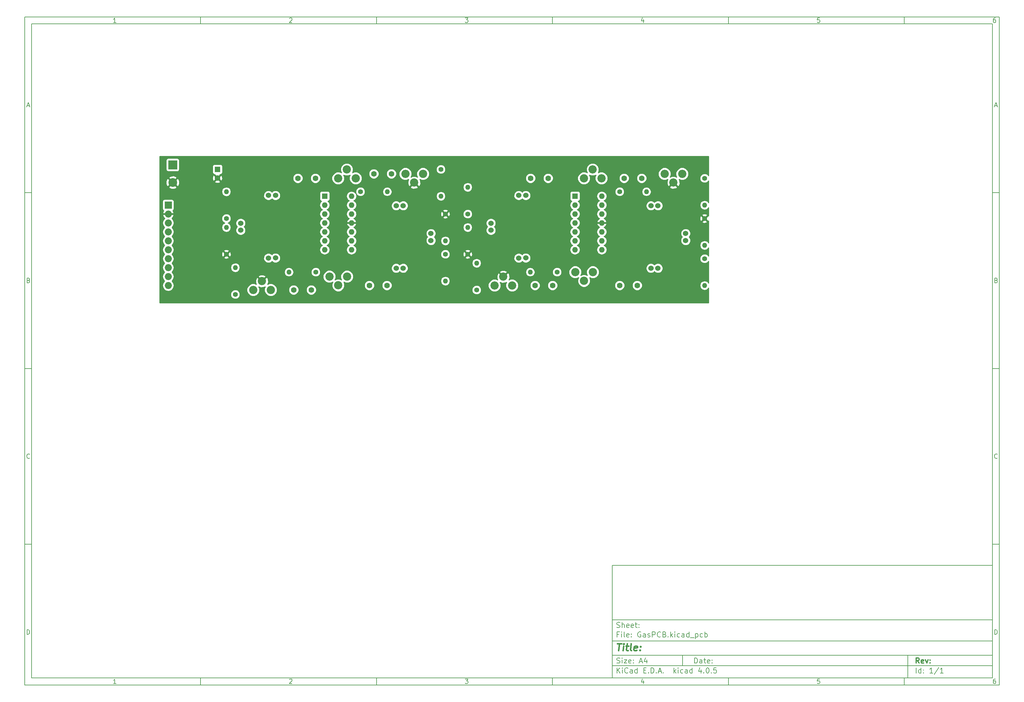
<source format=gbr>
G04 #@! TF.FileFunction,Copper,L2,Bot,Signal*
%FSLAX46Y46*%
G04 Gerber Fmt 4.6, Leading zero omitted, Abs format (unit mm)*
G04 Created by KiCad (PCBNEW 4.0.5) date 02/28/17 22:53:05*
%MOMM*%
%LPD*%
G01*
G04 APERTURE LIST*
%ADD10C,0.100000*%
%ADD11C,0.150000*%
%ADD12C,0.300000*%
%ADD13C,0.400000*%
%ADD14C,1.524000*%
%ADD15C,1.400000*%
%ADD16O,1.400000X1.400000*%
%ADD17O,1.998980X1.998980*%
%ADD18R,1.998980X1.998980*%
%ADD19R,2.500000X2.500000*%
%ADD20C,2.500000*%
%ADD21C,2.340000*%
%ADD22R,1.600000X1.600000*%
%ADD23O,1.600000X1.600000*%
%ADD24C,1.600000*%
%ADD25C,0.254000*%
G04 APERTURE END LIST*
D10*
D11*
X177002200Y-166007200D02*
X177002200Y-198007200D01*
X285002200Y-198007200D01*
X285002200Y-166007200D01*
X177002200Y-166007200D01*
D10*
D11*
X10000000Y-10000000D02*
X10000000Y-200007200D01*
X287002200Y-200007200D01*
X287002200Y-10000000D01*
X10000000Y-10000000D01*
D10*
D11*
X12000000Y-12000000D02*
X12000000Y-198007200D01*
X285002200Y-198007200D01*
X285002200Y-12000000D01*
X12000000Y-12000000D01*
D10*
D11*
X60000000Y-12000000D02*
X60000000Y-10000000D01*
D10*
D11*
X110000000Y-12000000D02*
X110000000Y-10000000D01*
D10*
D11*
X160000000Y-12000000D02*
X160000000Y-10000000D01*
D10*
D11*
X210000000Y-12000000D02*
X210000000Y-10000000D01*
D10*
D11*
X260000000Y-12000000D02*
X260000000Y-10000000D01*
D10*
D11*
X35990476Y-11588095D02*
X35247619Y-11588095D01*
X35619048Y-11588095D02*
X35619048Y-10288095D01*
X35495238Y-10473810D01*
X35371429Y-10597619D01*
X35247619Y-10659524D01*
D10*
D11*
X85247619Y-10411905D02*
X85309524Y-10350000D01*
X85433333Y-10288095D01*
X85742857Y-10288095D01*
X85866667Y-10350000D01*
X85928571Y-10411905D01*
X85990476Y-10535714D01*
X85990476Y-10659524D01*
X85928571Y-10845238D01*
X85185714Y-11588095D01*
X85990476Y-11588095D01*
D10*
D11*
X135185714Y-10288095D02*
X135990476Y-10288095D01*
X135557143Y-10783333D01*
X135742857Y-10783333D01*
X135866667Y-10845238D01*
X135928571Y-10907143D01*
X135990476Y-11030952D01*
X135990476Y-11340476D01*
X135928571Y-11464286D01*
X135866667Y-11526190D01*
X135742857Y-11588095D01*
X135371429Y-11588095D01*
X135247619Y-11526190D01*
X135185714Y-11464286D01*
D10*
D11*
X185866667Y-10721429D02*
X185866667Y-11588095D01*
X185557143Y-10226190D02*
X185247619Y-11154762D01*
X186052381Y-11154762D01*
D10*
D11*
X235928571Y-10288095D02*
X235309524Y-10288095D01*
X235247619Y-10907143D01*
X235309524Y-10845238D01*
X235433333Y-10783333D01*
X235742857Y-10783333D01*
X235866667Y-10845238D01*
X235928571Y-10907143D01*
X235990476Y-11030952D01*
X235990476Y-11340476D01*
X235928571Y-11464286D01*
X235866667Y-11526190D01*
X235742857Y-11588095D01*
X235433333Y-11588095D01*
X235309524Y-11526190D01*
X235247619Y-11464286D01*
D10*
D11*
X285866667Y-10288095D02*
X285619048Y-10288095D01*
X285495238Y-10350000D01*
X285433333Y-10411905D01*
X285309524Y-10597619D01*
X285247619Y-10845238D01*
X285247619Y-11340476D01*
X285309524Y-11464286D01*
X285371429Y-11526190D01*
X285495238Y-11588095D01*
X285742857Y-11588095D01*
X285866667Y-11526190D01*
X285928571Y-11464286D01*
X285990476Y-11340476D01*
X285990476Y-11030952D01*
X285928571Y-10907143D01*
X285866667Y-10845238D01*
X285742857Y-10783333D01*
X285495238Y-10783333D01*
X285371429Y-10845238D01*
X285309524Y-10907143D01*
X285247619Y-11030952D01*
D10*
D11*
X60000000Y-198007200D02*
X60000000Y-200007200D01*
D10*
D11*
X110000000Y-198007200D02*
X110000000Y-200007200D01*
D10*
D11*
X160000000Y-198007200D02*
X160000000Y-200007200D01*
D10*
D11*
X210000000Y-198007200D02*
X210000000Y-200007200D01*
D10*
D11*
X260000000Y-198007200D02*
X260000000Y-200007200D01*
D10*
D11*
X35990476Y-199595295D02*
X35247619Y-199595295D01*
X35619048Y-199595295D02*
X35619048Y-198295295D01*
X35495238Y-198481010D01*
X35371429Y-198604819D01*
X35247619Y-198666724D01*
D10*
D11*
X85247619Y-198419105D02*
X85309524Y-198357200D01*
X85433333Y-198295295D01*
X85742857Y-198295295D01*
X85866667Y-198357200D01*
X85928571Y-198419105D01*
X85990476Y-198542914D01*
X85990476Y-198666724D01*
X85928571Y-198852438D01*
X85185714Y-199595295D01*
X85990476Y-199595295D01*
D10*
D11*
X135185714Y-198295295D02*
X135990476Y-198295295D01*
X135557143Y-198790533D01*
X135742857Y-198790533D01*
X135866667Y-198852438D01*
X135928571Y-198914343D01*
X135990476Y-199038152D01*
X135990476Y-199347676D01*
X135928571Y-199471486D01*
X135866667Y-199533390D01*
X135742857Y-199595295D01*
X135371429Y-199595295D01*
X135247619Y-199533390D01*
X135185714Y-199471486D01*
D10*
D11*
X185866667Y-198728629D02*
X185866667Y-199595295D01*
X185557143Y-198233390D02*
X185247619Y-199161962D01*
X186052381Y-199161962D01*
D10*
D11*
X235928571Y-198295295D02*
X235309524Y-198295295D01*
X235247619Y-198914343D01*
X235309524Y-198852438D01*
X235433333Y-198790533D01*
X235742857Y-198790533D01*
X235866667Y-198852438D01*
X235928571Y-198914343D01*
X235990476Y-199038152D01*
X235990476Y-199347676D01*
X235928571Y-199471486D01*
X235866667Y-199533390D01*
X235742857Y-199595295D01*
X235433333Y-199595295D01*
X235309524Y-199533390D01*
X235247619Y-199471486D01*
D10*
D11*
X285866667Y-198295295D02*
X285619048Y-198295295D01*
X285495238Y-198357200D01*
X285433333Y-198419105D01*
X285309524Y-198604819D01*
X285247619Y-198852438D01*
X285247619Y-199347676D01*
X285309524Y-199471486D01*
X285371429Y-199533390D01*
X285495238Y-199595295D01*
X285742857Y-199595295D01*
X285866667Y-199533390D01*
X285928571Y-199471486D01*
X285990476Y-199347676D01*
X285990476Y-199038152D01*
X285928571Y-198914343D01*
X285866667Y-198852438D01*
X285742857Y-198790533D01*
X285495238Y-198790533D01*
X285371429Y-198852438D01*
X285309524Y-198914343D01*
X285247619Y-199038152D01*
D10*
D11*
X10000000Y-60000000D02*
X12000000Y-60000000D01*
D10*
D11*
X10000000Y-110000000D02*
X12000000Y-110000000D01*
D10*
D11*
X10000000Y-160000000D02*
X12000000Y-160000000D01*
D10*
D11*
X10690476Y-35216667D02*
X11309524Y-35216667D01*
X10566667Y-35588095D02*
X11000000Y-34288095D01*
X11433333Y-35588095D01*
D10*
D11*
X11092857Y-84907143D02*
X11278571Y-84969048D01*
X11340476Y-85030952D01*
X11402381Y-85154762D01*
X11402381Y-85340476D01*
X11340476Y-85464286D01*
X11278571Y-85526190D01*
X11154762Y-85588095D01*
X10659524Y-85588095D01*
X10659524Y-84288095D01*
X11092857Y-84288095D01*
X11216667Y-84350000D01*
X11278571Y-84411905D01*
X11340476Y-84535714D01*
X11340476Y-84659524D01*
X11278571Y-84783333D01*
X11216667Y-84845238D01*
X11092857Y-84907143D01*
X10659524Y-84907143D01*
D10*
D11*
X11402381Y-135464286D02*
X11340476Y-135526190D01*
X11154762Y-135588095D01*
X11030952Y-135588095D01*
X10845238Y-135526190D01*
X10721429Y-135402381D01*
X10659524Y-135278571D01*
X10597619Y-135030952D01*
X10597619Y-134845238D01*
X10659524Y-134597619D01*
X10721429Y-134473810D01*
X10845238Y-134350000D01*
X11030952Y-134288095D01*
X11154762Y-134288095D01*
X11340476Y-134350000D01*
X11402381Y-134411905D01*
D10*
D11*
X10659524Y-185588095D02*
X10659524Y-184288095D01*
X10969048Y-184288095D01*
X11154762Y-184350000D01*
X11278571Y-184473810D01*
X11340476Y-184597619D01*
X11402381Y-184845238D01*
X11402381Y-185030952D01*
X11340476Y-185278571D01*
X11278571Y-185402381D01*
X11154762Y-185526190D01*
X10969048Y-185588095D01*
X10659524Y-185588095D01*
D10*
D11*
X287002200Y-60000000D02*
X285002200Y-60000000D01*
D10*
D11*
X287002200Y-110000000D02*
X285002200Y-110000000D01*
D10*
D11*
X287002200Y-160000000D02*
X285002200Y-160000000D01*
D10*
D11*
X285692676Y-35216667D02*
X286311724Y-35216667D01*
X285568867Y-35588095D02*
X286002200Y-34288095D01*
X286435533Y-35588095D01*
D10*
D11*
X286095057Y-84907143D02*
X286280771Y-84969048D01*
X286342676Y-85030952D01*
X286404581Y-85154762D01*
X286404581Y-85340476D01*
X286342676Y-85464286D01*
X286280771Y-85526190D01*
X286156962Y-85588095D01*
X285661724Y-85588095D01*
X285661724Y-84288095D01*
X286095057Y-84288095D01*
X286218867Y-84350000D01*
X286280771Y-84411905D01*
X286342676Y-84535714D01*
X286342676Y-84659524D01*
X286280771Y-84783333D01*
X286218867Y-84845238D01*
X286095057Y-84907143D01*
X285661724Y-84907143D01*
D10*
D11*
X286404581Y-135464286D02*
X286342676Y-135526190D01*
X286156962Y-135588095D01*
X286033152Y-135588095D01*
X285847438Y-135526190D01*
X285723629Y-135402381D01*
X285661724Y-135278571D01*
X285599819Y-135030952D01*
X285599819Y-134845238D01*
X285661724Y-134597619D01*
X285723629Y-134473810D01*
X285847438Y-134350000D01*
X286033152Y-134288095D01*
X286156962Y-134288095D01*
X286342676Y-134350000D01*
X286404581Y-134411905D01*
D10*
D11*
X285661724Y-185588095D02*
X285661724Y-184288095D01*
X285971248Y-184288095D01*
X286156962Y-184350000D01*
X286280771Y-184473810D01*
X286342676Y-184597619D01*
X286404581Y-184845238D01*
X286404581Y-185030952D01*
X286342676Y-185278571D01*
X286280771Y-185402381D01*
X286156962Y-185526190D01*
X285971248Y-185588095D01*
X285661724Y-185588095D01*
D10*
D11*
X200359343Y-193785771D02*
X200359343Y-192285771D01*
X200716486Y-192285771D01*
X200930771Y-192357200D01*
X201073629Y-192500057D01*
X201145057Y-192642914D01*
X201216486Y-192928629D01*
X201216486Y-193142914D01*
X201145057Y-193428629D01*
X201073629Y-193571486D01*
X200930771Y-193714343D01*
X200716486Y-193785771D01*
X200359343Y-193785771D01*
X202502200Y-193785771D02*
X202502200Y-193000057D01*
X202430771Y-192857200D01*
X202287914Y-192785771D01*
X202002200Y-192785771D01*
X201859343Y-192857200D01*
X202502200Y-193714343D02*
X202359343Y-193785771D01*
X202002200Y-193785771D01*
X201859343Y-193714343D01*
X201787914Y-193571486D01*
X201787914Y-193428629D01*
X201859343Y-193285771D01*
X202002200Y-193214343D01*
X202359343Y-193214343D01*
X202502200Y-193142914D01*
X203002200Y-192785771D02*
X203573629Y-192785771D01*
X203216486Y-192285771D02*
X203216486Y-193571486D01*
X203287914Y-193714343D01*
X203430772Y-193785771D01*
X203573629Y-193785771D01*
X204645057Y-193714343D02*
X204502200Y-193785771D01*
X204216486Y-193785771D01*
X204073629Y-193714343D01*
X204002200Y-193571486D01*
X204002200Y-193000057D01*
X204073629Y-192857200D01*
X204216486Y-192785771D01*
X204502200Y-192785771D01*
X204645057Y-192857200D01*
X204716486Y-193000057D01*
X204716486Y-193142914D01*
X204002200Y-193285771D01*
X205359343Y-193642914D02*
X205430771Y-193714343D01*
X205359343Y-193785771D01*
X205287914Y-193714343D01*
X205359343Y-193642914D01*
X205359343Y-193785771D01*
X205359343Y-192857200D02*
X205430771Y-192928629D01*
X205359343Y-193000057D01*
X205287914Y-192928629D01*
X205359343Y-192857200D01*
X205359343Y-193000057D01*
D10*
D11*
X177002200Y-194507200D02*
X285002200Y-194507200D01*
D10*
D11*
X178359343Y-196585771D02*
X178359343Y-195085771D01*
X179216486Y-196585771D02*
X178573629Y-195728629D01*
X179216486Y-195085771D02*
X178359343Y-195942914D01*
X179859343Y-196585771D02*
X179859343Y-195585771D01*
X179859343Y-195085771D02*
X179787914Y-195157200D01*
X179859343Y-195228629D01*
X179930771Y-195157200D01*
X179859343Y-195085771D01*
X179859343Y-195228629D01*
X181430772Y-196442914D02*
X181359343Y-196514343D01*
X181145057Y-196585771D01*
X181002200Y-196585771D01*
X180787915Y-196514343D01*
X180645057Y-196371486D01*
X180573629Y-196228629D01*
X180502200Y-195942914D01*
X180502200Y-195728629D01*
X180573629Y-195442914D01*
X180645057Y-195300057D01*
X180787915Y-195157200D01*
X181002200Y-195085771D01*
X181145057Y-195085771D01*
X181359343Y-195157200D01*
X181430772Y-195228629D01*
X182716486Y-196585771D02*
X182716486Y-195800057D01*
X182645057Y-195657200D01*
X182502200Y-195585771D01*
X182216486Y-195585771D01*
X182073629Y-195657200D01*
X182716486Y-196514343D02*
X182573629Y-196585771D01*
X182216486Y-196585771D01*
X182073629Y-196514343D01*
X182002200Y-196371486D01*
X182002200Y-196228629D01*
X182073629Y-196085771D01*
X182216486Y-196014343D01*
X182573629Y-196014343D01*
X182716486Y-195942914D01*
X184073629Y-196585771D02*
X184073629Y-195085771D01*
X184073629Y-196514343D02*
X183930772Y-196585771D01*
X183645058Y-196585771D01*
X183502200Y-196514343D01*
X183430772Y-196442914D01*
X183359343Y-196300057D01*
X183359343Y-195871486D01*
X183430772Y-195728629D01*
X183502200Y-195657200D01*
X183645058Y-195585771D01*
X183930772Y-195585771D01*
X184073629Y-195657200D01*
X185930772Y-195800057D02*
X186430772Y-195800057D01*
X186645058Y-196585771D02*
X185930772Y-196585771D01*
X185930772Y-195085771D01*
X186645058Y-195085771D01*
X187287915Y-196442914D02*
X187359343Y-196514343D01*
X187287915Y-196585771D01*
X187216486Y-196514343D01*
X187287915Y-196442914D01*
X187287915Y-196585771D01*
X188002201Y-196585771D02*
X188002201Y-195085771D01*
X188359344Y-195085771D01*
X188573629Y-195157200D01*
X188716487Y-195300057D01*
X188787915Y-195442914D01*
X188859344Y-195728629D01*
X188859344Y-195942914D01*
X188787915Y-196228629D01*
X188716487Y-196371486D01*
X188573629Y-196514343D01*
X188359344Y-196585771D01*
X188002201Y-196585771D01*
X189502201Y-196442914D02*
X189573629Y-196514343D01*
X189502201Y-196585771D01*
X189430772Y-196514343D01*
X189502201Y-196442914D01*
X189502201Y-196585771D01*
X190145058Y-196157200D02*
X190859344Y-196157200D01*
X190002201Y-196585771D02*
X190502201Y-195085771D01*
X191002201Y-196585771D01*
X191502201Y-196442914D02*
X191573629Y-196514343D01*
X191502201Y-196585771D01*
X191430772Y-196514343D01*
X191502201Y-196442914D01*
X191502201Y-196585771D01*
X194502201Y-196585771D02*
X194502201Y-195085771D01*
X194645058Y-196014343D02*
X195073629Y-196585771D01*
X195073629Y-195585771D02*
X194502201Y-196157200D01*
X195716487Y-196585771D02*
X195716487Y-195585771D01*
X195716487Y-195085771D02*
X195645058Y-195157200D01*
X195716487Y-195228629D01*
X195787915Y-195157200D01*
X195716487Y-195085771D01*
X195716487Y-195228629D01*
X197073630Y-196514343D02*
X196930773Y-196585771D01*
X196645059Y-196585771D01*
X196502201Y-196514343D01*
X196430773Y-196442914D01*
X196359344Y-196300057D01*
X196359344Y-195871486D01*
X196430773Y-195728629D01*
X196502201Y-195657200D01*
X196645059Y-195585771D01*
X196930773Y-195585771D01*
X197073630Y-195657200D01*
X198359344Y-196585771D02*
X198359344Y-195800057D01*
X198287915Y-195657200D01*
X198145058Y-195585771D01*
X197859344Y-195585771D01*
X197716487Y-195657200D01*
X198359344Y-196514343D02*
X198216487Y-196585771D01*
X197859344Y-196585771D01*
X197716487Y-196514343D01*
X197645058Y-196371486D01*
X197645058Y-196228629D01*
X197716487Y-196085771D01*
X197859344Y-196014343D01*
X198216487Y-196014343D01*
X198359344Y-195942914D01*
X199716487Y-196585771D02*
X199716487Y-195085771D01*
X199716487Y-196514343D02*
X199573630Y-196585771D01*
X199287916Y-196585771D01*
X199145058Y-196514343D01*
X199073630Y-196442914D01*
X199002201Y-196300057D01*
X199002201Y-195871486D01*
X199073630Y-195728629D01*
X199145058Y-195657200D01*
X199287916Y-195585771D01*
X199573630Y-195585771D01*
X199716487Y-195657200D01*
X202216487Y-195585771D02*
X202216487Y-196585771D01*
X201859344Y-195014343D02*
X201502201Y-196085771D01*
X202430773Y-196085771D01*
X203002201Y-196442914D02*
X203073629Y-196514343D01*
X203002201Y-196585771D01*
X202930772Y-196514343D01*
X203002201Y-196442914D01*
X203002201Y-196585771D01*
X204002201Y-195085771D02*
X204145058Y-195085771D01*
X204287915Y-195157200D01*
X204359344Y-195228629D01*
X204430773Y-195371486D01*
X204502201Y-195657200D01*
X204502201Y-196014343D01*
X204430773Y-196300057D01*
X204359344Y-196442914D01*
X204287915Y-196514343D01*
X204145058Y-196585771D01*
X204002201Y-196585771D01*
X203859344Y-196514343D01*
X203787915Y-196442914D01*
X203716487Y-196300057D01*
X203645058Y-196014343D01*
X203645058Y-195657200D01*
X203716487Y-195371486D01*
X203787915Y-195228629D01*
X203859344Y-195157200D01*
X204002201Y-195085771D01*
X205145058Y-196442914D02*
X205216486Y-196514343D01*
X205145058Y-196585771D01*
X205073629Y-196514343D01*
X205145058Y-196442914D01*
X205145058Y-196585771D01*
X206573630Y-195085771D02*
X205859344Y-195085771D01*
X205787915Y-195800057D01*
X205859344Y-195728629D01*
X206002201Y-195657200D01*
X206359344Y-195657200D01*
X206502201Y-195728629D01*
X206573630Y-195800057D01*
X206645058Y-195942914D01*
X206645058Y-196300057D01*
X206573630Y-196442914D01*
X206502201Y-196514343D01*
X206359344Y-196585771D01*
X206002201Y-196585771D01*
X205859344Y-196514343D01*
X205787915Y-196442914D01*
D10*
D11*
X177002200Y-191507200D02*
X285002200Y-191507200D01*
D10*
D12*
X264216486Y-193785771D02*
X263716486Y-193071486D01*
X263359343Y-193785771D02*
X263359343Y-192285771D01*
X263930771Y-192285771D01*
X264073629Y-192357200D01*
X264145057Y-192428629D01*
X264216486Y-192571486D01*
X264216486Y-192785771D01*
X264145057Y-192928629D01*
X264073629Y-193000057D01*
X263930771Y-193071486D01*
X263359343Y-193071486D01*
X265430771Y-193714343D02*
X265287914Y-193785771D01*
X265002200Y-193785771D01*
X264859343Y-193714343D01*
X264787914Y-193571486D01*
X264787914Y-193000057D01*
X264859343Y-192857200D01*
X265002200Y-192785771D01*
X265287914Y-192785771D01*
X265430771Y-192857200D01*
X265502200Y-193000057D01*
X265502200Y-193142914D01*
X264787914Y-193285771D01*
X266002200Y-192785771D02*
X266359343Y-193785771D01*
X266716485Y-192785771D01*
X267287914Y-193642914D02*
X267359342Y-193714343D01*
X267287914Y-193785771D01*
X267216485Y-193714343D01*
X267287914Y-193642914D01*
X267287914Y-193785771D01*
X267287914Y-192857200D02*
X267359342Y-192928629D01*
X267287914Y-193000057D01*
X267216485Y-192928629D01*
X267287914Y-192857200D01*
X267287914Y-193000057D01*
D10*
D11*
X178287914Y-193714343D02*
X178502200Y-193785771D01*
X178859343Y-193785771D01*
X179002200Y-193714343D01*
X179073629Y-193642914D01*
X179145057Y-193500057D01*
X179145057Y-193357200D01*
X179073629Y-193214343D01*
X179002200Y-193142914D01*
X178859343Y-193071486D01*
X178573629Y-193000057D01*
X178430771Y-192928629D01*
X178359343Y-192857200D01*
X178287914Y-192714343D01*
X178287914Y-192571486D01*
X178359343Y-192428629D01*
X178430771Y-192357200D01*
X178573629Y-192285771D01*
X178930771Y-192285771D01*
X179145057Y-192357200D01*
X179787914Y-193785771D02*
X179787914Y-192785771D01*
X179787914Y-192285771D02*
X179716485Y-192357200D01*
X179787914Y-192428629D01*
X179859342Y-192357200D01*
X179787914Y-192285771D01*
X179787914Y-192428629D01*
X180359343Y-192785771D02*
X181145057Y-192785771D01*
X180359343Y-193785771D01*
X181145057Y-193785771D01*
X182287914Y-193714343D02*
X182145057Y-193785771D01*
X181859343Y-193785771D01*
X181716486Y-193714343D01*
X181645057Y-193571486D01*
X181645057Y-193000057D01*
X181716486Y-192857200D01*
X181859343Y-192785771D01*
X182145057Y-192785771D01*
X182287914Y-192857200D01*
X182359343Y-193000057D01*
X182359343Y-193142914D01*
X181645057Y-193285771D01*
X183002200Y-193642914D02*
X183073628Y-193714343D01*
X183002200Y-193785771D01*
X182930771Y-193714343D01*
X183002200Y-193642914D01*
X183002200Y-193785771D01*
X183002200Y-192857200D02*
X183073628Y-192928629D01*
X183002200Y-193000057D01*
X182930771Y-192928629D01*
X183002200Y-192857200D01*
X183002200Y-193000057D01*
X184787914Y-193357200D02*
X185502200Y-193357200D01*
X184645057Y-193785771D02*
X185145057Y-192285771D01*
X185645057Y-193785771D01*
X186787914Y-192785771D02*
X186787914Y-193785771D01*
X186430771Y-192214343D02*
X186073628Y-193285771D01*
X187002200Y-193285771D01*
D10*
D11*
X263359343Y-196585771D02*
X263359343Y-195085771D01*
X264716486Y-196585771D02*
X264716486Y-195085771D01*
X264716486Y-196514343D02*
X264573629Y-196585771D01*
X264287915Y-196585771D01*
X264145057Y-196514343D01*
X264073629Y-196442914D01*
X264002200Y-196300057D01*
X264002200Y-195871486D01*
X264073629Y-195728629D01*
X264145057Y-195657200D01*
X264287915Y-195585771D01*
X264573629Y-195585771D01*
X264716486Y-195657200D01*
X265430772Y-196442914D02*
X265502200Y-196514343D01*
X265430772Y-196585771D01*
X265359343Y-196514343D01*
X265430772Y-196442914D01*
X265430772Y-196585771D01*
X265430772Y-195657200D02*
X265502200Y-195728629D01*
X265430772Y-195800057D01*
X265359343Y-195728629D01*
X265430772Y-195657200D01*
X265430772Y-195800057D01*
X268073629Y-196585771D02*
X267216486Y-196585771D01*
X267645058Y-196585771D02*
X267645058Y-195085771D01*
X267502201Y-195300057D01*
X267359343Y-195442914D01*
X267216486Y-195514343D01*
X269787914Y-195014343D02*
X268502200Y-196942914D01*
X271073629Y-196585771D02*
X270216486Y-196585771D01*
X270645058Y-196585771D02*
X270645058Y-195085771D01*
X270502201Y-195300057D01*
X270359343Y-195442914D01*
X270216486Y-195514343D01*
D10*
D11*
X177002200Y-187507200D02*
X285002200Y-187507200D01*
D10*
D13*
X178454581Y-188211962D02*
X179597438Y-188211962D01*
X178776010Y-190211962D02*
X179026010Y-188211962D01*
X180014105Y-190211962D02*
X180180771Y-188878629D01*
X180264105Y-188211962D02*
X180156962Y-188307200D01*
X180240295Y-188402438D01*
X180347439Y-188307200D01*
X180264105Y-188211962D01*
X180240295Y-188402438D01*
X180847438Y-188878629D02*
X181609343Y-188878629D01*
X181216486Y-188211962D02*
X181002200Y-189926248D01*
X181073630Y-190116724D01*
X181252201Y-190211962D01*
X181442677Y-190211962D01*
X182395058Y-190211962D02*
X182216487Y-190116724D01*
X182145057Y-189926248D01*
X182359343Y-188211962D01*
X183930772Y-190116724D02*
X183728391Y-190211962D01*
X183347439Y-190211962D01*
X183168867Y-190116724D01*
X183097438Y-189926248D01*
X183192676Y-189164343D01*
X183311724Y-188973867D01*
X183514105Y-188878629D01*
X183895057Y-188878629D01*
X184073629Y-188973867D01*
X184145057Y-189164343D01*
X184121248Y-189354819D01*
X183145057Y-189545295D01*
X184895057Y-190021486D02*
X184978392Y-190116724D01*
X184871248Y-190211962D01*
X184787915Y-190116724D01*
X184895057Y-190021486D01*
X184871248Y-190211962D01*
X185026010Y-188973867D02*
X185109344Y-189069105D01*
X185002200Y-189164343D01*
X184918867Y-189069105D01*
X185026010Y-188973867D01*
X185002200Y-189164343D01*
D10*
D11*
X178859343Y-185600057D02*
X178359343Y-185600057D01*
X178359343Y-186385771D02*
X178359343Y-184885771D01*
X179073629Y-184885771D01*
X179645057Y-186385771D02*
X179645057Y-185385771D01*
X179645057Y-184885771D02*
X179573628Y-184957200D01*
X179645057Y-185028629D01*
X179716485Y-184957200D01*
X179645057Y-184885771D01*
X179645057Y-185028629D01*
X180573629Y-186385771D02*
X180430771Y-186314343D01*
X180359343Y-186171486D01*
X180359343Y-184885771D01*
X181716485Y-186314343D02*
X181573628Y-186385771D01*
X181287914Y-186385771D01*
X181145057Y-186314343D01*
X181073628Y-186171486D01*
X181073628Y-185600057D01*
X181145057Y-185457200D01*
X181287914Y-185385771D01*
X181573628Y-185385771D01*
X181716485Y-185457200D01*
X181787914Y-185600057D01*
X181787914Y-185742914D01*
X181073628Y-185885771D01*
X182430771Y-186242914D02*
X182502199Y-186314343D01*
X182430771Y-186385771D01*
X182359342Y-186314343D01*
X182430771Y-186242914D01*
X182430771Y-186385771D01*
X182430771Y-185457200D02*
X182502199Y-185528629D01*
X182430771Y-185600057D01*
X182359342Y-185528629D01*
X182430771Y-185457200D01*
X182430771Y-185600057D01*
X185073628Y-184957200D02*
X184930771Y-184885771D01*
X184716485Y-184885771D01*
X184502200Y-184957200D01*
X184359342Y-185100057D01*
X184287914Y-185242914D01*
X184216485Y-185528629D01*
X184216485Y-185742914D01*
X184287914Y-186028629D01*
X184359342Y-186171486D01*
X184502200Y-186314343D01*
X184716485Y-186385771D01*
X184859342Y-186385771D01*
X185073628Y-186314343D01*
X185145057Y-186242914D01*
X185145057Y-185742914D01*
X184859342Y-185742914D01*
X186430771Y-186385771D02*
X186430771Y-185600057D01*
X186359342Y-185457200D01*
X186216485Y-185385771D01*
X185930771Y-185385771D01*
X185787914Y-185457200D01*
X186430771Y-186314343D02*
X186287914Y-186385771D01*
X185930771Y-186385771D01*
X185787914Y-186314343D01*
X185716485Y-186171486D01*
X185716485Y-186028629D01*
X185787914Y-185885771D01*
X185930771Y-185814343D01*
X186287914Y-185814343D01*
X186430771Y-185742914D01*
X187073628Y-186314343D02*
X187216485Y-186385771D01*
X187502200Y-186385771D01*
X187645057Y-186314343D01*
X187716485Y-186171486D01*
X187716485Y-186100057D01*
X187645057Y-185957200D01*
X187502200Y-185885771D01*
X187287914Y-185885771D01*
X187145057Y-185814343D01*
X187073628Y-185671486D01*
X187073628Y-185600057D01*
X187145057Y-185457200D01*
X187287914Y-185385771D01*
X187502200Y-185385771D01*
X187645057Y-185457200D01*
X188359343Y-186385771D02*
X188359343Y-184885771D01*
X188930771Y-184885771D01*
X189073629Y-184957200D01*
X189145057Y-185028629D01*
X189216486Y-185171486D01*
X189216486Y-185385771D01*
X189145057Y-185528629D01*
X189073629Y-185600057D01*
X188930771Y-185671486D01*
X188359343Y-185671486D01*
X190716486Y-186242914D02*
X190645057Y-186314343D01*
X190430771Y-186385771D01*
X190287914Y-186385771D01*
X190073629Y-186314343D01*
X189930771Y-186171486D01*
X189859343Y-186028629D01*
X189787914Y-185742914D01*
X189787914Y-185528629D01*
X189859343Y-185242914D01*
X189930771Y-185100057D01*
X190073629Y-184957200D01*
X190287914Y-184885771D01*
X190430771Y-184885771D01*
X190645057Y-184957200D01*
X190716486Y-185028629D01*
X191859343Y-185600057D02*
X192073629Y-185671486D01*
X192145057Y-185742914D01*
X192216486Y-185885771D01*
X192216486Y-186100057D01*
X192145057Y-186242914D01*
X192073629Y-186314343D01*
X191930771Y-186385771D01*
X191359343Y-186385771D01*
X191359343Y-184885771D01*
X191859343Y-184885771D01*
X192002200Y-184957200D01*
X192073629Y-185028629D01*
X192145057Y-185171486D01*
X192145057Y-185314343D01*
X192073629Y-185457200D01*
X192002200Y-185528629D01*
X191859343Y-185600057D01*
X191359343Y-185600057D01*
X192859343Y-186242914D02*
X192930771Y-186314343D01*
X192859343Y-186385771D01*
X192787914Y-186314343D01*
X192859343Y-186242914D01*
X192859343Y-186385771D01*
X193573629Y-186385771D02*
X193573629Y-184885771D01*
X193716486Y-185814343D02*
X194145057Y-186385771D01*
X194145057Y-185385771D02*
X193573629Y-185957200D01*
X194787915Y-186385771D02*
X194787915Y-185385771D01*
X194787915Y-184885771D02*
X194716486Y-184957200D01*
X194787915Y-185028629D01*
X194859343Y-184957200D01*
X194787915Y-184885771D01*
X194787915Y-185028629D01*
X196145058Y-186314343D02*
X196002201Y-186385771D01*
X195716487Y-186385771D01*
X195573629Y-186314343D01*
X195502201Y-186242914D01*
X195430772Y-186100057D01*
X195430772Y-185671486D01*
X195502201Y-185528629D01*
X195573629Y-185457200D01*
X195716487Y-185385771D01*
X196002201Y-185385771D01*
X196145058Y-185457200D01*
X197430772Y-186385771D02*
X197430772Y-185600057D01*
X197359343Y-185457200D01*
X197216486Y-185385771D01*
X196930772Y-185385771D01*
X196787915Y-185457200D01*
X197430772Y-186314343D02*
X197287915Y-186385771D01*
X196930772Y-186385771D01*
X196787915Y-186314343D01*
X196716486Y-186171486D01*
X196716486Y-186028629D01*
X196787915Y-185885771D01*
X196930772Y-185814343D01*
X197287915Y-185814343D01*
X197430772Y-185742914D01*
X198787915Y-186385771D02*
X198787915Y-184885771D01*
X198787915Y-186314343D02*
X198645058Y-186385771D01*
X198359344Y-186385771D01*
X198216486Y-186314343D01*
X198145058Y-186242914D01*
X198073629Y-186100057D01*
X198073629Y-185671486D01*
X198145058Y-185528629D01*
X198216486Y-185457200D01*
X198359344Y-185385771D01*
X198645058Y-185385771D01*
X198787915Y-185457200D01*
X199145058Y-186528629D02*
X200287915Y-186528629D01*
X200645058Y-185385771D02*
X200645058Y-186885771D01*
X200645058Y-185457200D02*
X200787915Y-185385771D01*
X201073629Y-185385771D01*
X201216486Y-185457200D01*
X201287915Y-185528629D01*
X201359344Y-185671486D01*
X201359344Y-186100057D01*
X201287915Y-186242914D01*
X201216486Y-186314343D01*
X201073629Y-186385771D01*
X200787915Y-186385771D01*
X200645058Y-186314343D01*
X202645058Y-186314343D02*
X202502201Y-186385771D01*
X202216487Y-186385771D01*
X202073629Y-186314343D01*
X202002201Y-186242914D01*
X201930772Y-186100057D01*
X201930772Y-185671486D01*
X202002201Y-185528629D01*
X202073629Y-185457200D01*
X202216487Y-185385771D01*
X202502201Y-185385771D01*
X202645058Y-185457200D01*
X203287915Y-186385771D02*
X203287915Y-184885771D01*
X203287915Y-185457200D02*
X203430772Y-185385771D01*
X203716486Y-185385771D01*
X203859343Y-185457200D01*
X203930772Y-185528629D01*
X204002201Y-185671486D01*
X204002201Y-186100057D01*
X203930772Y-186242914D01*
X203859343Y-186314343D01*
X203716486Y-186385771D01*
X203430772Y-186385771D01*
X203287915Y-186314343D01*
D10*
D11*
X177002200Y-181507200D02*
X285002200Y-181507200D01*
D10*
D11*
X178287914Y-183614343D02*
X178502200Y-183685771D01*
X178859343Y-183685771D01*
X179002200Y-183614343D01*
X179073629Y-183542914D01*
X179145057Y-183400057D01*
X179145057Y-183257200D01*
X179073629Y-183114343D01*
X179002200Y-183042914D01*
X178859343Y-182971486D01*
X178573629Y-182900057D01*
X178430771Y-182828629D01*
X178359343Y-182757200D01*
X178287914Y-182614343D01*
X178287914Y-182471486D01*
X178359343Y-182328629D01*
X178430771Y-182257200D01*
X178573629Y-182185771D01*
X178930771Y-182185771D01*
X179145057Y-182257200D01*
X179787914Y-183685771D02*
X179787914Y-182185771D01*
X180430771Y-183685771D02*
X180430771Y-182900057D01*
X180359342Y-182757200D01*
X180216485Y-182685771D01*
X180002200Y-182685771D01*
X179859342Y-182757200D01*
X179787914Y-182828629D01*
X181716485Y-183614343D02*
X181573628Y-183685771D01*
X181287914Y-183685771D01*
X181145057Y-183614343D01*
X181073628Y-183471486D01*
X181073628Y-182900057D01*
X181145057Y-182757200D01*
X181287914Y-182685771D01*
X181573628Y-182685771D01*
X181716485Y-182757200D01*
X181787914Y-182900057D01*
X181787914Y-183042914D01*
X181073628Y-183185771D01*
X183002199Y-183614343D02*
X182859342Y-183685771D01*
X182573628Y-183685771D01*
X182430771Y-183614343D01*
X182359342Y-183471486D01*
X182359342Y-182900057D01*
X182430771Y-182757200D01*
X182573628Y-182685771D01*
X182859342Y-182685771D01*
X183002199Y-182757200D01*
X183073628Y-182900057D01*
X183073628Y-183042914D01*
X182359342Y-183185771D01*
X183502199Y-182685771D02*
X184073628Y-182685771D01*
X183716485Y-182185771D02*
X183716485Y-183471486D01*
X183787913Y-183614343D01*
X183930771Y-183685771D01*
X184073628Y-183685771D01*
X184573628Y-183542914D02*
X184645056Y-183614343D01*
X184573628Y-183685771D01*
X184502199Y-183614343D01*
X184573628Y-183542914D01*
X184573628Y-183685771D01*
X184573628Y-182757200D02*
X184645056Y-182828629D01*
X184573628Y-182900057D01*
X184502199Y-182828629D01*
X184573628Y-182757200D01*
X184573628Y-182900057D01*
D10*
D11*
X197002200Y-191507200D02*
X197002200Y-194507200D01*
D10*
D11*
X261002200Y-191507200D02*
X261002200Y-198007200D01*
D14*
X71390000Y-68660000D03*
X71390000Y-70660000D03*
X79280000Y-78560000D03*
X81280000Y-78550000D03*
X79280000Y-60770000D03*
X81280000Y-60770000D03*
D15*
X69850000Y-88900000D03*
D16*
X69850000Y-81280000D03*
D17*
X50800000Y-71120000D03*
D18*
X50800000Y-63500000D03*
D17*
X50800000Y-66040000D03*
X50800000Y-68580000D03*
X50800000Y-73660000D03*
X50800000Y-76200000D03*
X50800000Y-78740000D03*
X50800000Y-81280000D03*
X50800000Y-83820000D03*
X50800000Y-86360000D03*
D14*
X142510000Y-68660000D03*
X142510000Y-70660000D03*
X150400000Y-78560000D03*
X152400000Y-78550000D03*
X150400000Y-60770000D03*
X152400000Y-60770000D03*
D19*
X52070000Y-52070000D03*
D20*
X52070000Y-57070000D03*
D15*
X67310000Y-67310000D03*
D16*
X67310000Y-59690000D03*
D15*
X67310000Y-77470000D03*
D16*
X67310000Y-69850000D03*
D15*
X92710000Y-82550000D03*
D16*
X85090000Y-82550000D03*
D15*
X129540000Y-77470000D03*
D16*
X129540000Y-85090000D03*
D15*
X129540000Y-66040000D03*
D16*
X129540000Y-73660000D03*
D15*
X128270000Y-53340000D03*
D16*
X128270000Y-60960000D03*
D15*
X105410000Y-59690000D03*
D16*
X113030000Y-59690000D03*
D15*
X135890000Y-66040000D03*
D16*
X135890000Y-58420000D03*
D15*
X135890000Y-77470000D03*
D16*
X135890000Y-69850000D03*
D15*
X138430000Y-87630000D03*
D16*
X138430000Y-80010000D03*
D21*
X79930000Y-87630000D03*
X77430000Y-85130000D03*
X74930000Y-87630000D03*
X96600000Y-83820000D03*
X99100000Y-86320000D03*
X101600000Y-83820000D03*
D14*
X125460000Y-73580000D03*
X125460000Y-71580000D03*
X117570000Y-63680000D03*
X115570000Y-63690000D03*
X117570000Y-81470000D03*
X115570000Y-81470000D03*
D22*
X95250000Y-60960000D03*
D23*
X102870000Y-76200000D03*
X95250000Y-63500000D03*
X102870000Y-73660000D03*
X95250000Y-66040000D03*
X102870000Y-71120000D03*
X95250000Y-68580000D03*
X102870000Y-68580000D03*
X95250000Y-71120000D03*
X102870000Y-66040000D03*
X95250000Y-73660000D03*
X102870000Y-63500000D03*
X95250000Y-76200000D03*
X102870000Y-60960000D03*
D14*
X197850000Y-73580000D03*
X197850000Y-71580000D03*
X189960000Y-63680000D03*
X187960000Y-63690000D03*
X189960000Y-81470000D03*
X187960000Y-81470000D03*
D22*
X166370000Y-60960000D03*
D23*
X173990000Y-76200000D03*
X166370000Y-63500000D03*
X173990000Y-73660000D03*
X166370000Y-66040000D03*
X173990000Y-71120000D03*
X166370000Y-68580000D03*
X173990000Y-68580000D03*
X166370000Y-71120000D03*
X173990000Y-66040000D03*
X166370000Y-73660000D03*
X173990000Y-63500000D03*
X166370000Y-76200000D03*
X173990000Y-60960000D03*
D15*
X161290000Y-82550000D03*
D16*
X153670000Y-82550000D03*
D15*
X203200000Y-78740000D03*
D16*
X203200000Y-86360000D03*
D15*
X203200000Y-67310000D03*
D16*
X203200000Y-74930000D03*
D15*
X203200000Y-55880000D03*
D16*
X203200000Y-63500000D03*
D15*
X179070000Y-59690000D03*
D16*
X186690000Y-59690000D03*
D21*
X118190000Y-54610000D03*
X120690000Y-57110000D03*
X123190000Y-54610000D03*
X104060000Y-55880000D03*
X101560000Y-53380000D03*
X99060000Y-55880000D03*
X148510000Y-86360000D03*
X146010000Y-83860000D03*
X143510000Y-86360000D03*
X166450000Y-82550000D03*
X168950000Y-85050000D03*
X171450000Y-82550000D03*
X191850000Y-54610000D03*
X194350000Y-57110000D03*
X196850000Y-54610000D03*
X173910000Y-55880000D03*
X171410000Y-53380000D03*
X168910000Y-55880000D03*
D24*
X87630000Y-55880000D03*
X92630000Y-55880000D03*
X91440000Y-87630000D03*
X86440000Y-87630000D03*
X107950000Y-86360000D03*
X112950000Y-86360000D03*
X109220000Y-54610000D03*
X114220000Y-54610000D03*
X158750000Y-55880000D03*
X153750000Y-55880000D03*
X160020000Y-86360000D03*
X155020000Y-86360000D03*
X179070000Y-86360000D03*
X184070000Y-86360000D03*
X180340000Y-55880000D03*
X185340000Y-55880000D03*
D22*
X64770000Y-53340000D03*
D24*
X64770000Y-55840000D03*
D25*
G36*
X204343000Y-55150381D02*
X204332418Y-55124771D01*
X203957204Y-54748902D01*
X203466713Y-54545232D01*
X202935617Y-54544769D01*
X202444771Y-54747582D01*
X202068902Y-55122796D01*
X201865232Y-55613287D01*
X201864769Y-56144383D01*
X202067582Y-56635229D01*
X202442796Y-57011098D01*
X202933287Y-57214768D01*
X203464383Y-57215231D01*
X203955229Y-57012418D01*
X204331098Y-56637204D01*
X204343000Y-56608541D01*
X204343000Y-62827702D01*
X204143988Y-62529858D01*
X203710882Y-62240467D01*
X203200000Y-62138846D01*
X202689118Y-62240467D01*
X202256012Y-62529858D01*
X201966621Y-62962964D01*
X201865000Y-63473846D01*
X201865000Y-63526154D01*
X201966621Y-64037036D01*
X202256012Y-64470142D01*
X202689118Y-64759533D01*
X203200000Y-64861154D01*
X203710882Y-64759533D01*
X204143988Y-64470142D01*
X204343000Y-64172298D01*
X204343000Y-66608814D01*
X204135275Y-66554331D01*
X203379605Y-67310000D01*
X204135275Y-68065669D01*
X204343000Y-68011186D01*
X204343000Y-74257702D01*
X204143988Y-73959858D01*
X203710882Y-73670467D01*
X203200000Y-73568846D01*
X202689118Y-73670467D01*
X202256012Y-73959858D01*
X201966621Y-74392964D01*
X201865000Y-74903846D01*
X201865000Y-74956154D01*
X201966621Y-75467036D01*
X202256012Y-75900142D01*
X202689118Y-76189533D01*
X203200000Y-76291154D01*
X203710882Y-76189533D01*
X204143988Y-75900142D01*
X204343000Y-75602298D01*
X204343000Y-78010381D01*
X204332418Y-77984771D01*
X203957204Y-77608902D01*
X203466713Y-77405232D01*
X202935617Y-77404769D01*
X202444771Y-77607582D01*
X202068902Y-77982796D01*
X201865232Y-78473287D01*
X201864769Y-79004383D01*
X202067582Y-79495229D01*
X202442796Y-79871098D01*
X202933287Y-80074768D01*
X203464383Y-80075231D01*
X203955229Y-79872418D01*
X204331098Y-79497204D01*
X204343000Y-79468541D01*
X204343000Y-85687702D01*
X204143988Y-85389858D01*
X203710882Y-85100467D01*
X203200000Y-84998846D01*
X202689118Y-85100467D01*
X202256012Y-85389858D01*
X201966621Y-85822964D01*
X201865000Y-86333846D01*
X201865000Y-86386154D01*
X201966621Y-86897036D01*
X202256012Y-87330142D01*
X202689118Y-87619533D01*
X203200000Y-87721154D01*
X203710882Y-87619533D01*
X204143988Y-87330142D01*
X204343000Y-87032298D01*
X204343000Y-91313000D01*
X48387000Y-91313000D01*
X48387000Y-89164383D01*
X68514769Y-89164383D01*
X68717582Y-89655229D01*
X69092796Y-90031098D01*
X69583287Y-90234768D01*
X70114383Y-90235231D01*
X70605229Y-90032418D01*
X70981098Y-89657204D01*
X71184768Y-89166713D01*
X71185231Y-88635617D01*
X70982418Y-88144771D01*
X70825384Y-87987462D01*
X73124687Y-87987462D01*
X73398903Y-88651115D01*
X73906215Y-89159312D01*
X74569388Y-89434686D01*
X75287462Y-89435313D01*
X75951115Y-89161097D01*
X76459312Y-88653785D01*
X76734686Y-87990612D01*
X76735313Y-87272538D01*
X76502240Y-86708459D01*
X77124890Y-86944894D01*
X77842646Y-86923504D01*
X78357489Y-86710249D01*
X78125314Y-87269388D01*
X78124687Y-87987462D01*
X78398903Y-88651115D01*
X78906215Y-89159312D01*
X79569388Y-89434686D01*
X80287462Y-89435313D01*
X80951115Y-89161097D01*
X81459312Y-88653785D01*
X81734686Y-87990612D01*
X81734752Y-87914187D01*
X85004752Y-87914187D01*
X85222757Y-88441800D01*
X85626077Y-88845824D01*
X86153309Y-89064750D01*
X86724187Y-89065248D01*
X87251800Y-88847243D01*
X87655824Y-88443923D01*
X87874750Y-87916691D01*
X87874752Y-87914187D01*
X90004752Y-87914187D01*
X90222757Y-88441800D01*
X90626077Y-88845824D01*
X91153309Y-89064750D01*
X91724187Y-89065248D01*
X92251800Y-88847243D01*
X92655824Y-88443923D01*
X92874750Y-87916691D01*
X92875248Y-87345813D01*
X92657243Y-86818200D01*
X92253923Y-86414176D01*
X91726691Y-86195250D01*
X91155813Y-86194752D01*
X90628200Y-86412757D01*
X90224176Y-86816077D01*
X90005250Y-87343309D01*
X90004752Y-87914187D01*
X87874752Y-87914187D01*
X87875248Y-87345813D01*
X87657243Y-86818200D01*
X87253923Y-86414176D01*
X86726691Y-86195250D01*
X86155813Y-86194752D01*
X85628200Y-86412757D01*
X85224176Y-86816077D01*
X85005250Y-87343309D01*
X85004752Y-87914187D01*
X81734752Y-87914187D01*
X81735313Y-87272538D01*
X81461097Y-86608885D01*
X80953785Y-86100688D01*
X80290612Y-85825314D01*
X79572538Y-85824687D01*
X79008459Y-86057760D01*
X79244894Y-85435110D01*
X79223504Y-84717354D01*
X78999874Y-84177462D01*
X94794687Y-84177462D01*
X95068903Y-84841115D01*
X95576215Y-85349312D01*
X96239388Y-85624686D01*
X96957462Y-85625313D01*
X97532735Y-85387615D01*
X97295314Y-85959388D01*
X97294687Y-86677462D01*
X97568903Y-87341115D01*
X98076215Y-87849312D01*
X98739388Y-88124686D01*
X99457462Y-88125313D01*
X100016354Y-87894383D01*
X137094769Y-87894383D01*
X137297582Y-88385229D01*
X137672796Y-88761098D01*
X138163287Y-88964768D01*
X138694383Y-88965231D01*
X139185229Y-88762418D01*
X139561098Y-88387204D01*
X139764768Y-87896713D01*
X139765231Y-87365617D01*
X139562418Y-86874771D01*
X139405384Y-86717462D01*
X141704687Y-86717462D01*
X141978903Y-87381115D01*
X142486215Y-87889312D01*
X143149388Y-88164686D01*
X143867462Y-88165313D01*
X144531115Y-87891097D01*
X145039312Y-87383785D01*
X145314686Y-86720612D01*
X145315313Y-86002538D01*
X145082240Y-85438459D01*
X145704890Y-85674894D01*
X146422646Y-85653504D01*
X146937489Y-85440249D01*
X146705314Y-85999388D01*
X146704687Y-86717462D01*
X146978903Y-87381115D01*
X147486215Y-87889312D01*
X148149388Y-88164686D01*
X148867462Y-88165313D01*
X149531115Y-87891097D01*
X150039312Y-87383785D01*
X150314686Y-86720612D01*
X150314752Y-86644187D01*
X153584752Y-86644187D01*
X153802757Y-87171800D01*
X154206077Y-87575824D01*
X154733309Y-87794750D01*
X155304187Y-87795248D01*
X155831800Y-87577243D01*
X156235824Y-87173923D01*
X156454750Y-86646691D01*
X156454752Y-86644187D01*
X158584752Y-86644187D01*
X158802757Y-87171800D01*
X159206077Y-87575824D01*
X159733309Y-87794750D01*
X160304187Y-87795248D01*
X160831800Y-87577243D01*
X161235824Y-87173923D01*
X161454750Y-86646691D01*
X161455248Y-86075813D01*
X161237243Y-85548200D01*
X160833923Y-85144176D01*
X160306691Y-84925250D01*
X159735813Y-84924752D01*
X159208200Y-85142757D01*
X158804176Y-85546077D01*
X158585250Y-86073309D01*
X158584752Y-86644187D01*
X156454752Y-86644187D01*
X156455248Y-86075813D01*
X156237243Y-85548200D01*
X155833923Y-85144176D01*
X155306691Y-84925250D01*
X154735813Y-84924752D01*
X154208200Y-85142757D01*
X153804176Y-85546077D01*
X153585250Y-86073309D01*
X153584752Y-86644187D01*
X150314752Y-86644187D01*
X150315313Y-86002538D01*
X150041097Y-85338885D01*
X149533785Y-84830688D01*
X148870612Y-84555314D01*
X148152538Y-84554687D01*
X147588459Y-84787760D01*
X147824894Y-84165110D01*
X147803504Y-83447354D01*
X147569984Y-82883586D01*
X147285486Y-82764120D01*
X146189605Y-83860000D01*
X146203748Y-83874142D01*
X146024142Y-84053748D01*
X146010000Y-84039605D01*
X145995858Y-84053748D01*
X145816252Y-83874142D01*
X145830395Y-83860000D01*
X144734514Y-82764120D01*
X144450016Y-82883586D01*
X144195106Y-83554890D01*
X144216496Y-84272646D01*
X144429751Y-84787489D01*
X143870612Y-84555314D01*
X143152538Y-84554687D01*
X142488885Y-84828903D01*
X141980688Y-85336215D01*
X141705314Y-85999388D01*
X141704687Y-86717462D01*
X139405384Y-86717462D01*
X139187204Y-86498902D01*
X138696713Y-86295232D01*
X138165617Y-86294769D01*
X137674771Y-86497582D01*
X137298902Y-86872796D01*
X137095232Y-87363287D01*
X137094769Y-87894383D01*
X100016354Y-87894383D01*
X100121115Y-87851097D01*
X100629312Y-87343785D01*
X100904686Y-86680612D01*
X100904717Y-86644187D01*
X106514752Y-86644187D01*
X106732757Y-87171800D01*
X107136077Y-87575824D01*
X107663309Y-87794750D01*
X108234187Y-87795248D01*
X108761800Y-87577243D01*
X109165824Y-87173923D01*
X109384750Y-86646691D01*
X109384752Y-86644187D01*
X111514752Y-86644187D01*
X111732757Y-87171800D01*
X112136077Y-87575824D01*
X112663309Y-87794750D01*
X113234187Y-87795248D01*
X113761800Y-87577243D01*
X114165824Y-87173923D01*
X114384750Y-86646691D01*
X114385248Y-86075813D01*
X114167243Y-85548200D01*
X113763923Y-85144176D01*
X113570468Y-85063846D01*
X128205000Y-85063846D01*
X128205000Y-85116154D01*
X128306621Y-85627036D01*
X128596012Y-86060142D01*
X129029118Y-86349533D01*
X129540000Y-86451154D01*
X130050882Y-86349533D01*
X130483988Y-86060142D01*
X130773379Y-85627036D01*
X130875000Y-85116154D01*
X130875000Y-85063846D01*
X130773379Y-84552964D01*
X130483988Y-84119858D01*
X130050882Y-83830467D01*
X129540000Y-83728846D01*
X129029118Y-83830467D01*
X128596012Y-84119858D01*
X128306621Y-84552964D01*
X128205000Y-85063846D01*
X113570468Y-85063846D01*
X113236691Y-84925250D01*
X112665813Y-84924752D01*
X112138200Y-85142757D01*
X111734176Y-85546077D01*
X111515250Y-86073309D01*
X111514752Y-86644187D01*
X109384752Y-86644187D01*
X109385248Y-86075813D01*
X109167243Y-85548200D01*
X108763923Y-85144176D01*
X108236691Y-84925250D01*
X107665813Y-84924752D01*
X107138200Y-85142757D01*
X106734176Y-85546077D01*
X106515250Y-86073309D01*
X106514752Y-86644187D01*
X100904717Y-86644187D01*
X100905313Y-85962538D01*
X100667615Y-85387265D01*
X101239388Y-85624686D01*
X101957462Y-85625313D01*
X102621115Y-85351097D01*
X103129312Y-84843785D01*
X103404686Y-84180612D01*
X103405313Y-83462538D01*
X103131097Y-82798885D01*
X102623785Y-82290688D01*
X101960612Y-82015314D01*
X101242538Y-82014687D01*
X100578885Y-82288903D01*
X100070688Y-82796215D01*
X99795314Y-83459388D01*
X99794687Y-84177462D01*
X100032385Y-84752735D01*
X99460612Y-84515314D01*
X98742538Y-84514687D01*
X98167265Y-84752385D01*
X98404686Y-84180612D01*
X98405313Y-83462538D01*
X98131097Y-82798885D01*
X97623785Y-82290688D01*
X96960612Y-82015314D01*
X96242538Y-82014687D01*
X95578885Y-82288903D01*
X95070688Y-82796215D01*
X94795314Y-83459388D01*
X94794687Y-84177462D01*
X78999874Y-84177462D01*
X78989984Y-84153586D01*
X78705486Y-84034120D01*
X77609605Y-85130000D01*
X77623748Y-85144142D01*
X77444142Y-85323748D01*
X77430000Y-85309605D01*
X77415858Y-85323748D01*
X77236252Y-85144142D01*
X77250395Y-85130000D01*
X76154514Y-84034120D01*
X75870016Y-84153586D01*
X75615106Y-84824890D01*
X75636496Y-85542646D01*
X75849751Y-86057489D01*
X75290612Y-85825314D01*
X74572538Y-85824687D01*
X73908885Y-86098903D01*
X73400688Y-86606215D01*
X73125314Y-87269388D01*
X73124687Y-87987462D01*
X70825384Y-87987462D01*
X70607204Y-87768902D01*
X70116713Y-87565232D01*
X69585617Y-87564769D01*
X69094771Y-87767582D01*
X68718902Y-88142796D01*
X68515232Y-88633287D01*
X68514769Y-89164383D01*
X48387000Y-89164383D01*
X48387000Y-68547978D01*
X49165510Y-68547978D01*
X49165510Y-68612022D01*
X49289928Y-69237514D01*
X49644241Y-69767781D01*
X49767290Y-69850000D01*
X49644241Y-69932219D01*
X49289928Y-70462486D01*
X49165510Y-71087978D01*
X49165510Y-71152022D01*
X49289928Y-71777514D01*
X49644241Y-72307781D01*
X49767290Y-72390000D01*
X49644241Y-72472219D01*
X49289928Y-73002486D01*
X49165510Y-73627978D01*
X49165510Y-73692022D01*
X49289928Y-74317514D01*
X49644241Y-74847781D01*
X49767290Y-74930000D01*
X49644241Y-75012219D01*
X49289928Y-75542486D01*
X49165510Y-76167978D01*
X49165510Y-76232022D01*
X49289928Y-76857514D01*
X49644241Y-77387781D01*
X49767290Y-77470000D01*
X49644241Y-77552219D01*
X49289928Y-78082486D01*
X49165510Y-78707978D01*
X49165510Y-78772022D01*
X49289928Y-79397514D01*
X49644241Y-79927781D01*
X49767290Y-80010000D01*
X49644241Y-80092219D01*
X49289928Y-80622486D01*
X49165510Y-81247978D01*
X49165510Y-81312022D01*
X49289928Y-81937514D01*
X49644241Y-82467781D01*
X49767290Y-82550000D01*
X49644241Y-82632219D01*
X49289928Y-83162486D01*
X49165510Y-83787978D01*
X49165510Y-83852022D01*
X49289928Y-84477514D01*
X49644241Y-85007781D01*
X49767290Y-85090000D01*
X49644241Y-85172219D01*
X49289928Y-85702486D01*
X49165510Y-86327978D01*
X49165510Y-86392022D01*
X49289928Y-87017514D01*
X49644241Y-87547781D01*
X50174508Y-87902094D01*
X50800000Y-88026512D01*
X51425492Y-87902094D01*
X51955759Y-87547781D01*
X52310072Y-87017514D01*
X52434490Y-86392022D01*
X52434490Y-86327978D01*
X52310072Y-85702486D01*
X51955759Y-85172219D01*
X51832710Y-85090000D01*
X51955759Y-85007781D01*
X52310072Y-84477514D01*
X52433994Y-83854514D01*
X76334120Y-83854514D01*
X77430000Y-84950395D01*
X78525880Y-83854514D01*
X78406414Y-83570016D01*
X77735110Y-83315106D01*
X77017354Y-83336496D01*
X76453586Y-83570016D01*
X76334120Y-83854514D01*
X52433994Y-83854514D01*
X52434490Y-83852022D01*
X52434490Y-83787978D01*
X52310072Y-83162486D01*
X51955759Y-82632219D01*
X51832710Y-82550000D01*
X51955759Y-82467781D01*
X52310072Y-81937514D01*
X52434490Y-81312022D01*
X52434490Y-81253846D01*
X68515000Y-81253846D01*
X68515000Y-81306154D01*
X68616621Y-81817036D01*
X68906012Y-82250142D01*
X69339118Y-82539533D01*
X69850000Y-82641154D01*
X70308260Y-82550000D01*
X83728846Y-82550000D01*
X83830467Y-83060882D01*
X84119858Y-83493988D01*
X84552964Y-83783379D01*
X85063846Y-83885000D01*
X85116154Y-83885000D01*
X85627036Y-83783379D01*
X86060142Y-83493988D01*
X86349533Y-83060882D01*
X86398564Y-82814383D01*
X91374769Y-82814383D01*
X91577582Y-83305229D01*
X91952796Y-83681098D01*
X92443287Y-83884768D01*
X92974383Y-83885231D01*
X93465229Y-83682418D01*
X93841098Y-83307204D01*
X94044768Y-82816713D01*
X94045231Y-82285617D01*
X93842418Y-81794771D01*
X93794392Y-81746661D01*
X114172758Y-81746661D01*
X114384990Y-82260303D01*
X114777630Y-82653629D01*
X115290900Y-82866757D01*
X115846661Y-82867242D01*
X116360303Y-82655010D01*
X116570021Y-82445658D01*
X116777630Y-82653629D01*
X117290900Y-82866757D01*
X117846661Y-82867242D01*
X118360303Y-82655010D01*
X118430922Y-82584514D01*
X144914120Y-82584514D01*
X146010000Y-83680395D01*
X147105880Y-82584514D01*
X147091387Y-82550000D01*
X152308846Y-82550000D01*
X152410467Y-83060882D01*
X152699858Y-83493988D01*
X153132964Y-83783379D01*
X153643846Y-83885000D01*
X153696154Y-83885000D01*
X154207036Y-83783379D01*
X154640142Y-83493988D01*
X154929533Y-83060882D01*
X154978564Y-82814383D01*
X159954769Y-82814383D01*
X160157582Y-83305229D01*
X160532796Y-83681098D01*
X161023287Y-83884768D01*
X161554383Y-83885231D01*
X162045229Y-83682418D01*
X162421098Y-83307204D01*
X162587085Y-82907462D01*
X164644687Y-82907462D01*
X164918903Y-83571115D01*
X165426215Y-84079312D01*
X166089388Y-84354686D01*
X166807462Y-84355313D01*
X167382735Y-84117615D01*
X167145314Y-84689388D01*
X167144687Y-85407462D01*
X167418903Y-86071115D01*
X167926215Y-86579312D01*
X168589388Y-86854686D01*
X169307462Y-86855313D01*
X169818425Y-86644187D01*
X177634752Y-86644187D01*
X177852757Y-87171800D01*
X178256077Y-87575824D01*
X178783309Y-87794750D01*
X179354187Y-87795248D01*
X179881800Y-87577243D01*
X180285824Y-87173923D01*
X180504750Y-86646691D01*
X180504752Y-86644187D01*
X182634752Y-86644187D01*
X182852757Y-87171800D01*
X183256077Y-87575824D01*
X183783309Y-87794750D01*
X184354187Y-87795248D01*
X184881800Y-87577243D01*
X185285824Y-87173923D01*
X185504750Y-86646691D01*
X185505248Y-86075813D01*
X185287243Y-85548200D01*
X184883923Y-85144176D01*
X184356691Y-84925250D01*
X183785813Y-84924752D01*
X183258200Y-85142757D01*
X182854176Y-85546077D01*
X182635250Y-86073309D01*
X182634752Y-86644187D01*
X180504752Y-86644187D01*
X180505248Y-86075813D01*
X180287243Y-85548200D01*
X179883923Y-85144176D01*
X179356691Y-84925250D01*
X178785813Y-84924752D01*
X178258200Y-85142757D01*
X177854176Y-85546077D01*
X177635250Y-86073309D01*
X177634752Y-86644187D01*
X169818425Y-86644187D01*
X169971115Y-86581097D01*
X170479312Y-86073785D01*
X170754686Y-85410612D01*
X170755313Y-84692538D01*
X170517615Y-84117265D01*
X171089388Y-84354686D01*
X171807462Y-84355313D01*
X172471115Y-84081097D01*
X172979312Y-83573785D01*
X173254686Y-82910612D01*
X173255313Y-82192538D01*
X173071081Y-81746661D01*
X186562758Y-81746661D01*
X186774990Y-82260303D01*
X187167630Y-82653629D01*
X187680900Y-82866757D01*
X188236661Y-82867242D01*
X188750303Y-82655010D01*
X188960021Y-82445658D01*
X189167630Y-82653629D01*
X189680900Y-82866757D01*
X190236661Y-82867242D01*
X190750303Y-82655010D01*
X191143629Y-82262370D01*
X191356757Y-81749100D01*
X191357242Y-81193339D01*
X191145010Y-80679697D01*
X190752370Y-80286371D01*
X190239100Y-80073243D01*
X189683339Y-80072758D01*
X189169697Y-80284990D01*
X188959979Y-80494342D01*
X188752370Y-80286371D01*
X188239100Y-80073243D01*
X187683339Y-80072758D01*
X187169697Y-80284990D01*
X186776371Y-80677630D01*
X186563243Y-81190900D01*
X186562758Y-81746661D01*
X173071081Y-81746661D01*
X172981097Y-81528885D01*
X172473785Y-81020688D01*
X171810612Y-80745314D01*
X171092538Y-80744687D01*
X170428885Y-81018903D01*
X169920688Y-81526215D01*
X169645314Y-82189388D01*
X169644687Y-82907462D01*
X169882385Y-83482735D01*
X169310612Y-83245314D01*
X168592538Y-83244687D01*
X168017265Y-83482385D01*
X168254686Y-82910612D01*
X168255313Y-82192538D01*
X167981097Y-81528885D01*
X167473785Y-81020688D01*
X166810612Y-80745314D01*
X166092538Y-80744687D01*
X165428885Y-81018903D01*
X164920688Y-81526215D01*
X164645314Y-82189388D01*
X164644687Y-82907462D01*
X162587085Y-82907462D01*
X162624768Y-82816713D01*
X162625231Y-82285617D01*
X162422418Y-81794771D01*
X162047204Y-81418902D01*
X161556713Y-81215232D01*
X161025617Y-81214769D01*
X160534771Y-81417582D01*
X160158902Y-81792796D01*
X159955232Y-82283287D01*
X159954769Y-82814383D01*
X154978564Y-82814383D01*
X155031154Y-82550000D01*
X154929533Y-82039118D01*
X154640142Y-81606012D01*
X154207036Y-81316621D01*
X153696154Y-81215000D01*
X153643846Y-81215000D01*
X153132964Y-81316621D01*
X152699858Y-81606012D01*
X152410467Y-82039118D01*
X152308846Y-82550000D01*
X147091387Y-82550000D01*
X146986414Y-82300016D01*
X146315110Y-82045106D01*
X145597354Y-82066496D01*
X145033586Y-82300016D01*
X144914120Y-82584514D01*
X118430922Y-82584514D01*
X118753629Y-82262370D01*
X118966757Y-81749100D01*
X118967242Y-81193339D01*
X118755010Y-80679697D01*
X118362370Y-80286371D01*
X117849100Y-80073243D01*
X117293339Y-80072758D01*
X116779697Y-80284990D01*
X116569979Y-80494342D01*
X116362370Y-80286371D01*
X115849100Y-80073243D01*
X115293339Y-80072758D01*
X114779697Y-80284990D01*
X114386371Y-80677630D01*
X114173243Y-81190900D01*
X114172758Y-81746661D01*
X93794392Y-81746661D01*
X93467204Y-81418902D01*
X92976713Y-81215232D01*
X92445617Y-81214769D01*
X91954771Y-81417582D01*
X91578902Y-81792796D01*
X91375232Y-82283287D01*
X91374769Y-82814383D01*
X86398564Y-82814383D01*
X86451154Y-82550000D01*
X86349533Y-82039118D01*
X86060142Y-81606012D01*
X85627036Y-81316621D01*
X85116154Y-81215000D01*
X85063846Y-81215000D01*
X84552964Y-81316621D01*
X84119858Y-81606012D01*
X83830467Y-82039118D01*
X83728846Y-82550000D01*
X70308260Y-82550000D01*
X70360882Y-82539533D01*
X70793988Y-82250142D01*
X71083379Y-81817036D01*
X71185000Y-81306154D01*
X71185000Y-81253846D01*
X71083379Y-80742964D01*
X70793988Y-80309858D01*
X70360882Y-80020467D01*
X70176777Y-79983846D01*
X137095000Y-79983846D01*
X137095000Y-80036154D01*
X137196621Y-80547036D01*
X137486012Y-80980142D01*
X137919118Y-81269533D01*
X138430000Y-81371154D01*
X138940882Y-81269533D01*
X139373988Y-80980142D01*
X139663379Y-80547036D01*
X139765000Y-80036154D01*
X139765000Y-79983846D01*
X139663379Y-79472964D01*
X139373988Y-79039858D01*
X139069881Y-78836661D01*
X149002758Y-78836661D01*
X149214990Y-79350303D01*
X149607630Y-79743629D01*
X150120900Y-79956757D01*
X150676661Y-79957242D01*
X151190303Y-79745010D01*
X151405021Y-79530666D01*
X151607630Y-79733629D01*
X152120900Y-79946757D01*
X152676661Y-79947242D01*
X153190303Y-79735010D01*
X153583629Y-79342370D01*
X153796757Y-78829100D01*
X153797242Y-78273339D01*
X153585010Y-77759697D01*
X153192370Y-77366371D01*
X152679100Y-77153243D01*
X152123339Y-77152758D01*
X151609697Y-77364990D01*
X151394979Y-77579334D01*
X151192370Y-77376371D01*
X150679100Y-77163243D01*
X150123339Y-77162758D01*
X149609697Y-77374990D01*
X149216371Y-77767630D01*
X149003243Y-78280900D01*
X149002758Y-78836661D01*
X139069881Y-78836661D01*
X138940882Y-78750467D01*
X138430000Y-78648846D01*
X137919118Y-78750467D01*
X137486012Y-79039858D01*
X137196621Y-79472964D01*
X137095000Y-79983846D01*
X70176777Y-79983846D01*
X69850000Y-79918846D01*
X69339118Y-80020467D01*
X68906012Y-80309858D01*
X68616621Y-80742964D01*
X68515000Y-81253846D01*
X52434490Y-81253846D01*
X52434490Y-81247978D01*
X52310072Y-80622486D01*
X51955759Y-80092219D01*
X51832710Y-80010000D01*
X51955759Y-79927781D01*
X52310072Y-79397514D01*
X52421632Y-78836661D01*
X77882758Y-78836661D01*
X78094990Y-79350303D01*
X78487630Y-79743629D01*
X79000900Y-79956757D01*
X79556661Y-79957242D01*
X80070303Y-79745010D01*
X80285021Y-79530666D01*
X80487630Y-79733629D01*
X81000900Y-79946757D01*
X81556661Y-79947242D01*
X82070303Y-79735010D01*
X82463629Y-79342370D01*
X82676757Y-78829100D01*
X82677242Y-78273339D01*
X82465010Y-77759697D01*
X82439741Y-77734383D01*
X128204769Y-77734383D01*
X128407582Y-78225229D01*
X128782796Y-78601098D01*
X129273287Y-78804768D01*
X129804383Y-78805231D01*
X130295229Y-78602418D01*
X130492716Y-78405275D01*
X135134331Y-78405275D01*
X135196169Y-78641042D01*
X135697122Y-78817419D01*
X136227440Y-78788664D01*
X136583831Y-78641042D01*
X136645669Y-78405275D01*
X135890000Y-77649605D01*
X135134331Y-78405275D01*
X130492716Y-78405275D01*
X130671098Y-78227204D01*
X130874768Y-77736713D01*
X130875168Y-77277122D01*
X134542581Y-77277122D01*
X134571336Y-77807440D01*
X134718958Y-78163831D01*
X134954725Y-78225669D01*
X135710395Y-77470000D01*
X136069605Y-77470000D01*
X136825275Y-78225669D01*
X137061042Y-78163831D01*
X137237419Y-77662878D01*
X137208664Y-77132560D01*
X137061042Y-76776169D01*
X136825275Y-76714331D01*
X136069605Y-77470000D01*
X135710395Y-77470000D01*
X134954725Y-76714331D01*
X134718958Y-76776169D01*
X134542581Y-77277122D01*
X130875168Y-77277122D01*
X130875231Y-77205617D01*
X130672418Y-76714771D01*
X130492686Y-76534725D01*
X135134331Y-76534725D01*
X135890000Y-77290395D01*
X136645669Y-76534725D01*
X136583831Y-76298958D01*
X136082878Y-76122581D01*
X135552560Y-76151336D01*
X135196169Y-76298958D01*
X135134331Y-76534725D01*
X130492686Y-76534725D01*
X130297204Y-76338902D01*
X129806713Y-76135232D01*
X129275617Y-76134769D01*
X128784771Y-76337582D01*
X128408902Y-76712796D01*
X128205232Y-77203287D01*
X128204769Y-77734383D01*
X82439741Y-77734383D01*
X82072370Y-77366371D01*
X81559100Y-77153243D01*
X81003339Y-77152758D01*
X80489697Y-77364990D01*
X80274979Y-77579334D01*
X80072370Y-77376371D01*
X79559100Y-77163243D01*
X79003339Y-77162758D01*
X78489697Y-77374990D01*
X78096371Y-77767630D01*
X77883243Y-78280900D01*
X77882758Y-78836661D01*
X52421632Y-78836661D01*
X52434490Y-78772022D01*
X52434490Y-78707978D01*
X52374279Y-78405275D01*
X66554331Y-78405275D01*
X66616169Y-78641042D01*
X67117122Y-78817419D01*
X67647440Y-78788664D01*
X68003831Y-78641042D01*
X68065669Y-78405275D01*
X67310000Y-77649605D01*
X66554331Y-78405275D01*
X52374279Y-78405275D01*
X52310072Y-78082486D01*
X51955759Y-77552219D01*
X51832710Y-77470000D01*
X51955759Y-77387781D01*
X52029698Y-77277122D01*
X65962581Y-77277122D01*
X65991336Y-77807440D01*
X66138958Y-78163831D01*
X66374725Y-78225669D01*
X67130395Y-77470000D01*
X67489605Y-77470000D01*
X68245275Y-78225669D01*
X68481042Y-78163831D01*
X68657419Y-77662878D01*
X68628664Y-77132560D01*
X68481042Y-76776169D01*
X68245275Y-76714331D01*
X67489605Y-77470000D01*
X67130395Y-77470000D01*
X66374725Y-76714331D01*
X66138958Y-76776169D01*
X65962581Y-77277122D01*
X52029698Y-77277122D01*
X52310072Y-76857514D01*
X52374278Y-76534725D01*
X66554331Y-76534725D01*
X67310000Y-77290395D01*
X68065669Y-76534725D01*
X68003831Y-76298958D01*
X67502878Y-76122581D01*
X66972560Y-76151336D01*
X66616169Y-76298958D01*
X66554331Y-76534725D01*
X52374278Y-76534725D01*
X52434490Y-76232022D01*
X52434490Y-76167978D01*
X52310072Y-75542486D01*
X51955759Y-75012219D01*
X51832710Y-74930000D01*
X51955759Y-74847781D01*
X52310072Y-74317514D01*
X52434490Y-73692022D01*
X52434490Y-73627978D01*
X52310072Y-73002486D01*
X51955759Y-72472219D01*
X51832710Y-72390000D01*
X51955759Y-72307781D01*
X52310072Y-71777514D01*
X52434490Y-71152022D01*
X52434490Y-71087978D01*
X52310072Y-70462486D01*
X51955759Y-69932219D01*
X51832710Y-69850000D01*
X51955759Y-69767781D01*
X52310072Y-69237514D01*
X52434490Y-68612022D01*
X52434490Y-68547978D01*
X52310072Y-67922486D01*
X52077478Y-67574383D01*
X65974769Y-67574383D01*
X66177582Y-68065229D01*
X66552796Y-68441098D01*
X66875788Y-68575216D01*
X66799118Y-68590467D01*
X66366012Y-68879858D01*
X66076621Y-69312964D01*
X65975000Y-69823846D01*
X65975000Y-69876154D01*
X66076621Y-70387036D01*
X66366012Y-70820142D01*
X66799118Y-71109533D01*
X67310000Y-71211154D01*
X67820882Y-71109533D01*
X68253988Y-70820142D01*
X68543379Y-70387036D01*
X68645000Y-69876154D01*
X68645000Y-69823846D01*
X68543379Y-69312964D01*
X68291943Y-68936661D01*
X69992758Y-68936661D01*
X70204990Y-69450303D01*
X70414342Y-69660021D01*
X70206371Y-69867630D01*
X69993243Y-70380900D01*
X69992758Y-70936661D01*
X70204990Y-71450303D01*
X70597630Y-71843629D01*
X71110900Y-72056757D01*
X71666661Y-72057242D01*
X72180303Y-71845010D01*
X72573629Y-71452370D01*
X72786757Y-70939100D01*
X72787242Y-70383339D01*
X72575010Y-69869697D01*
X72365658Y-69659979D01*
X72573629Y-69452370D01*
X72786757Y-68939100D01*
X72787242Y-68383339D01*
X72575010Y-67869697D01*
X72182370Y-67476371D01*
X71669100Y-67263243D01*
X71113339Y-67262758D01*
X70599697Y-67474990D01*
X70206371Y-67867630D01*
X69993243Y-68380900D01*
X69992758Y-68936661D01*
X68291943Y-68936661D01*
X68253988Y-68879858D01*
X67820882Y-68590467D01*
X67743955Y-68575165D01*
X68065229Y-68442418D01*
X68441098Y-68067204D01*
X68644768Y-67576713D01*
X68645231Y-67045617D01*
X68442418Y-66554771D01*
X68067204Y-66178902D01*
X67576713Y-65975232D01*
X67045617Y-65974769D01*
X66554771Y-66177582D01*
X66178902Y-66552796D01*
X65975232Y-67043287D01*
X65974769Y-67574383D01*
X52077478Y-67574383D01*
X51955759Y-67392219D01*
X51806700Y-67292621D01*
X52123068Y-66999726D01*
X52389627Y-66420355D01*
X52270807Y-66167000D01*
X50927000Y-66167000D01*
X50927000Y-66187000D01*
X50673000Y-66187000D01*
X50673000Y-66167000D01*
X49329193Y-66167000D01*
X49210373Y-66420355D01*
X49476932Y-66999726D01*
X49793300Y-67292621D01*
X49644241Y-67392219D01*
X49289928Y-67922486D01*
X49165510Y-68547978D01*
X48387000Y-68547978D01*
X48387000Y-62500510D01*
X49153070Y-62500510D01*
X49153070Y-64499490D01*
X49197348Y-64734807D01*
X49336420Y-64950931D01*
X49497649Y-65061094D01*
X49476932Y-65080274D01*
X49210373Y-65659645D01*
X49329193Y-65913000D01*
X50673000Y-65913000D01*
X50673000Y-65893000D01*
X50927000Y-65893000D01*
X50927000Y-65913000D01*
X52270807Y-65913000D01*
X52389627Y-65659645D01*
X52123068Y-65080274D01*
X52101137Y-65059970D01*
X52250931Y-64963580D01*
X52395921Y-64751380D01*
X52446930Y-64499490D01*
X52446930Y-63500000D01*
X93786887Y-63500000D01*
X93896120Y-64049151D01*
X94207189Y-64514698D01*
X94589275Y-64770000D01*
X94207189Y-65025302D01*
X93896120Y-65490849D01*
X93786887Y-66040000D01*
X93896120Y-66589151D01*
X94207189Y-67054698D01*
X94589275Y-67310000D01*
X94207189Y-67565302D01*
X93896120Y-68030849D01*
X93786887Y-68580000D01*
X93896120Y-69129151D01*
X94207189Y-69594698D01*
X94589275Y-69850000D01*
X94207189Y-70105302D01*
X93896120Y-70570849D01*
X93786887Y-71120000D01*
X93896120Y-71669151D01*
X94207189Y-72134698D01*
X94589275Y-72390000D01*
X94207189Y-72645302D01*
X93896120Y-73110849D01*
X93786887Y-73660000D01*
X93896120Y-74209151D01*
X94207189Y-74674698D01*
X94589275Y-74930000D01*
X94207189Y-75185302D01*
X93896120Y-75650849D01*
X93786887Y-76200000D01*
X93896120Y-76749151D01*
X94207189Y-77214698D01*
X94672736Y-77525767D01*
X95221887Y-77635000D01*
X95278113Y-77635000D01*
X95827264Y-77525767D01*
X96292811Y-77214698D01*
X96603880Y-76749151D01*
X96713113Y-76200000D01*
X96603880Y-75650849D01*
X96292811Y-75185302D01*
X95910725Y-74930000D01*
X96292811Y-74674698D01*
X96603880Y-74209151D01*
X96713113Y-73660000D01*
X96603880Y-73110849D01*
X96292811Y-72645302D01*
X95910725Y-72390000D01*
X96292811Y-72134698D01*
X96603880Y-71669151D01*
X96713113Y-71120000D01*
X101406887Y-71120000D01*
X101516120Y-71669151D01*
X101827189Y-72134698D01*
X102209275Y-72390000D01*
X101827189Y-72645302D01*
X101516120Y-73110849D01*
X101406887Y-73660000D01*
X101516120Y-74209151D01*
X101827189Y-74674698D01*
X102209275Y-74930000D01*
X101827189Y-75185302D01*
X101516120Y-75650849D01*
X101406887Y-76200000D01*
X101516120Y-76749151D01*
X101827189Y-77214698D01*
X102292736Y-77525767D01*
X102841887Y-77635000D01*
X102898113Y-77635000D01*
X103447264Y-77525767D01*
X103912811Y-77214698D01*
X104223880Y-76749151D01*
X104333113Y-76200000D01*
X104223880Y-75650849D01*
X103912811Y-75185302D01*
X103530725Y-74930000D01*
X103912811Y-74674698D01*
X104223880Y-74209151D01*
X104333113Y-73660000D01*
X104223880Y-73110849D01*
X103912811Y-72645302D01*
X103530725Y-72390000D01*
X103912811Y-72134698D01*
X104098589Y-71856661D01*
X124062758Y-71856661D01*
X124274990Y-72370303D01*
X124484342Y-72580021D01*
X124276371Y-72787630D01*
X124063243Y-73300900D01*
X124062758Y-73856661D01*
X124274990Y-74370303D01*
X124667630Y-74763629D01*
X125180900Y-74976757D01*
X125736661Y-74977242D01*
X126250303Y-74765010D01*
X126643629Y-74372370D01*
X126856757Y-73859100D01*
X126856953Y-73633846D01*
X128205000Y-73633846D01*
X128205000Y-73686154D01*
X128306621Y-74197036D01*
X128596012Y-74630142D01*
X129029118Y-74919533D01*
X129540000Y-75021154D01*
X130050882Y-74919533D01*
X130483988Y-74630142D01*
X130773379Y-74197036D01*
X130875000Y-73686154D01*
X130875000Y-73633846D01*
X130773379Y-73122964D01*
X130483988Y-72689858D01*
X130050882Y-72400467D01*
X129540000Y-72298846D01*
X129029118Y-72400467D01*
X128596012Y-72689858D01*
X128306621Y-73122964D01*
X128205000Y-73633846D01*
X126856953Y-73633846D01*
X126857242Y-73303339D01*
X126645010Y-72789697D01*
X126435658Y-72579979D01*
X126643629Y-72372370D01*
X126856757Y-71859100D01*
X126857242Y-71303339D01*
X126645010Y-70789697D01*
X126252370Y-70396371D01*
X125739100Y-70183243D01*
X125183339Y-70182758D01*
X124669697Y-70394990D01*
X124276371Y-70787630D01*
X124063243Y-71300900D01*
X124062758Y-71856661D01*
X104098589Y-71856661D01*
X104223880Y-71669151D01*
X104333113Y-71120000D01*
X104223880Y-70570849D01*
X103912811Y-70105302D01*
X103508297Y-69835014D01*
X103531893Y-69823846D01*
X134555000Y-69823846D01*
X134555000Y-69876154D01*
X134656621Y-70387036D01*
X134946012Y-70820142D01*
X135379118Y-71109533D01*
X135890000Y-71211154D01*
X136400882Y-71109533D01*
X136833988Y-70820142D01*
X137123379Y-70387036D01*
X137225000Y-69876154D01*
X137225000Y-69823846D01*
X137123379Y-69312964D01*
X136871943Y-68936661D01*
X141112758Y-68936661D01*
X141324990Y-69450303D01*
X141534342Y-69660021D01*
X141326371Y-69867630D01*
X141113243Y-70380900D01*
X141112758Y-70936661D01*
X141324990Y-71450303D01*
X141717630Y-71843629D01*
X142230900Y-72056757D01*
X142786661Y-72057242D01*
X143300303Y-71845010D01*
X143693629Y-71452370D01*
X143906757Y-70939100D01*
X143907242Y-70383339D01*
X143695010Y-69869697D01*
X143485658Y-69659979D01*
X143693629Y-69452370D01*
X143906757Y-68939100D01*
X143907242Y-68383339D01*
X143695010Y-67869697D01*
X143302370Y-67476371D01*
X142789100Y-67263243D01*
X142233339Y-67262758D01*
X141719697Y-67474990D01*
X141326371Y-67867630D01*
X141113243Y-68380900D01*
X141112758Y-68936661D01*
X136871943Y-68936661D01*
X136833988Y-68879858D01*
X136400882Y-68590467D01*
X135890000Y-68488846D01*
X135379118Y-68590467D01*
X134946012Y-68879858D01*
X134656621Y-69312964D01*
X134555000Y-69823846D01*
X103531893Y-69823846D01*
X103725134Y-69732389D01*
X104101041Y-69317423D01*
X104261904Y-68929039D01*
X104139915Y-68707000D01*
X102997000Y-68707000D01*
X102997000Y-68727000D01*
X102743000Y-68727000D01*
X102743000Y-68707000D01*
X101600085Y-68707000D01*
X101478096Y-68929039D01*
X101638959Y-69317423D01*
X102014866Y-69732389D01*
X102231703Y-69835014D01*
X101827189Y-70105302D01*
X101516120Y-70570849D01*
X101406887Y-71120000D01*
X96713113Y-71120000D01*
X96603880Y-70570849D01*
X96292811Y-70105302D01*
X95910725Y-69850000D01*
X96292811Y-69594698D01*
X96603880Y-69129151D01*
X96713113Y-68580000D01*
X96603880Y-68030849D01*
X96292811Y-67565302D01*
X95910725Y-67310000D01*
X96292811Y-67054698D01*
X96603880Y-66589151D01*
X96713113Y-66040000D01*
X96603880Y-65490849D01*
X96292811Y-65025302D01*
X95910725Y-64770000D01*
X96292811Y-64514698D01*
X96603880Y-64049151D01*
X96713113Y-63500000D01*
X96603880Y-62950849D01*
X96292811Y-62485302D01*
X96148535Y-62388899D01*
X96285317Y-62363162D01*
X96501441Y-62224090D01*
X96646431Y-62011890D01*
X96697440Y-61760000D01*
X96697440Y-60960000D01*
X101406887Y-60960000D01*
X101516120Y-61509151D01*
X101827189Y-61974698D01*
X102209275Y-62230000D01*
X101827189Y-62485302D01*
X101516120Y-62950849D01*
X101406887Y-63500000D01*
X101516120Y-64049151D01*
X101827189Y-64514698D01*
X102209275Y-64770000D01*
X101827189Y-65025302D01*
X101516120Y-65490849D01*
X101406887Y-66040000D01*
X101516120Y-66589151D01*
X101827189Y-67054698D01*
X102231703Y-67324986D01*
X102014866Y-67427611D01*
X101638959Y-67842577D01*
X101478096Y-68230961D01*
X101600085Y-68453000D01*
X102743000Y-68453000D01*
X102743000Y-68433000D01*
X102997000Y-68433000D01*
X102997000Y-68453000D01*
X104139915Y-68453000D01*
X104261904Y-68230961D01*
X104101041Y-67842577D01*
X103725134Y-67427611D01*
X103508297Y-67324986D01*
X103912811Y-67054698D01*
X103965879Y-66975275D01*
X128784331Y-66975275D01*
X128846169Y-67211042D01*
X129347122Y-67387419D01*
X129877440Y-67358664D01*
X130233831Y-67211042D01*
X130295669Y-66975275D01*
X129540000Y-66219605D01*
X128784331Y-66975275D01*
X103965879Y-66975275D01*
X104223880Y-66589151D01*
X104333113Y-66040000D01*
X104294748Y-65847122D01*
X128192581Y-65847122D01*
X128221336Y-66377440D01*
X128368958Y-66733831D01*
X128604725Y-66795669D01*
X129360395Y-66040000D01*
X129719605Y-66040000D01*
X130475275Y-66795669D01*
X130711042Y-66733831D01*
X130862243Y-66304383D01*
X134554769Y-66304383D01*
X134757582Y-66795229D01*
X135132796Y-67171098D01*
X135623287Y-67374768D01*
X136154383Y-67375231D01*
X136645229Y-67172418D01*
X137021098Y-66797204D01*
X137224768Y-66306713D01*
X137225231Y-65775617D01*
X137022418Y-65284771D01*
X136647204Y-64908902D01*
X136156713Y-64705232D01*
X135625617Y-64704769D01*
X135134771Y-64907582D01*
X134758902Y-65282796D01*
X134555232Y-65773287D01*
X134554769Y-66304383D01*
X130862243Y-66304383D01*
X130887419Y-66232878D01*
X130858664Y-65702560D01*
X130711042Y-65346169D01*
X130475275Y-65284331D01*
X129719605Y-66040000D01*
X129360395Y-66040000D01*
X128604725Y-65284331D01*
X128368958Y-65346169D01*
X128192581Y-65847122D01*
X104294748Y-65847122D01*
X104223880Y-65490849D01*
X103965880Y-65104725D01*
X128784331Y-65104725D01*
X129540000Y-65860395D01*
X130295669Y-65104725D01*
X130233831Y-64868958D01*
X129732878Y-64692581D01*
X129202560Y-64721336D01*
X128846169Y-64868958D01*
X128784331Y-65104725D01*
X103965880Y-65104725D01*
X103912811Y-65025302D01*
X103530725Y-64770000D01*
X103912811Y-64514698D01*
X104223880Y-64049151D01*
X104240288Y-63966661D01*
X114172758Y-63966661D01*
X114384990Y-64480303D01*
X114777630Y-64873629D01*
X115290900Y-65086757D01*
X115846661Y-65087242D01*
X116360303Y-64875010D01*
X116575021Y-64660666D01*
X116777630Y-64863629D01*
X117290900Y-65076757D01*
X117846661Y-65077242D01*
X118360303Y-64865010D01*
X118753629Y-64472370D01*
X118966757Y-63959100D01*
X118967157Y-63500000D01*
X164906887Y-63500000D01*
X165016120Y-64049151D01*
X165327189Y-64514698D01*
X165709275Y-64770000D01*
X165327189Y-65025302D01*
X165016120Y-65490849D01*
X164906887Y-66040000D01*
X165016120Y-66589151D01*
X165327189Y-67054698D01*
X165709275Y-67310000D01*
X165327189Y-67565302D01*
X165016120Y-68030849D01*
X164906887Y-68580000D01*
X165016120Y-69129151D01*
X165327189Y-69594698D01*
X165709275Y-69850000D01*
X165327189Y-70105302D01*
X165016120Y-70570849D01*
X164906887Y-71120000D01*
X165016120Y-71669151D01*
X165327189Y-72134698D01*
X165709275Y-72390000D01*
X165327189Y-72645302D01*
X165016120Y-73110849D01*
X164906887Y-73660000D01*
X165016120Y-74209151D01*
X165327189Y-74674698D01*
X165709275Y-74930000D01*
X165327189Y-75185302D01*
X165016120Y-75650849D01*
X164906887Y-76200000D01*
X165016120Y-76749151D01*
X165327189Y-77214698D01*
X165792736Y-77525767D01*
X166341887Y-77635000D01*
X166398113Y-77635000D01*
X166947264Y-77525767D01*
X167412811Y-77214698D01*
X167723880Y-76749151D01*
X167833113Y-76200000D01*
X167723880Y-75650849D01*
X167412811Y-75185302D01*
X167030725Y-74930000D01*
X167412811Y-74674698D01*
X167723880Y-74209151D01*
X167833113Y-73660000D01*
X167723880Y-73110849D01*
X167412811Y-72645302D01*
X167030725Y-72390000D01*
X167412811Y-72134698D01*
X167723880Y-71669151D01*
X167833113Y-71120000D01*
X172526887Y-71120000D01*
X172636120Y-71669151D01*
X172947189Y-72134698D01*
X173329275Y-72390000D01*
X172947189Y-72645302D01*
X172636120Y-73110849D01*
X172526887Y-73660000D01*
X172636120Y-74209151D01*
X172947189Y-74674698D01*
X173329275Y-74930000D01*
X172947189Y-75185302D01*
X172636120Y-75650849D01*
X172526887Y-76200000D01*
X172636120Y-76749151D01*
X172947189Y-77214698D01*
X173412736Y-77525767D01*
X173961887Y-77635000D01*
X174018113Y-77635000D01*
X174567264Y-77525767D01*
X175032811Y-77214698D01*
X175343880Y-76749151D01*
X175453113Y-76200000D01*
X175343880Y-75650849D01*
X175032811Y-75185302D01*
X174650725Y-74930000D01*
X175032811Y-74674698D01*
X175343880Y-74209151D01*
X175453113Y-73660000D01*
X175343880Y-73110849D01*
X175032811Y-72645302D01*
X174650725Y-72390000D01*
X175032811Y-72134698D01*
X175218589Y-71856661D01*
X196452758Y-71856661D01*
X196664990Y-72370303D01*
X196874342Y-72580021D01*
X196666371Y-72787630D01*
X196453243Y-73300900D01*
X196452758Y-73856661D01*
X196664990Y-74370303D01*
X197057630Y-74763629D01*
X197570900Y-74976757D01*
X198126661Y-74977242D01*
X198640303Y-74765010D01*
X199033629Y-74372370D01*
X199246757Y-73859100D01*
X199247242Y-73303339D01*
X199035010Y-72789697D01*
X198825658Y-72579979D01*
X199033629Y-72372370D01*
X199246757Y-71859100D01*
X199247242Y-71303339D01*
X199035010Y-70789697D01*
X198642370Y-70396371D01*
X198129100Y-70183243D01*
X197573339Y-70182758D01*
X197059697Y-70394990D01*
X196666371Y-70787630D01*
X196453243Y-71300900D01*
X196452758Y-71856661D01*
X175218589Y-71856661D01*
X175343880Y-71669151D01*
X175453113Y-71120000D01*
X175343880Y-70570849D01*
X175032811Y-70105302D01*
X174628297Y-69835014D01*
X174845134Y-69732389D01*
X175221041Y-69317423D01*
X175381904Y-68929039D01*
X175259915Y-68707000D01*
X174117000Y-68707000D01*
X174117000Y-68727000D01*
X173863000Y-68727000D01*
X173863000Y-68707000D01*
X172720085Y-68707000D01*
X172598096Y-68929039D01*
X172758959Y-69317423D01*
X173134866Y-69732389D01*
X173351703Y-69835014D01*
X172947189Y-70105302D01*
X172636120Y-70570849D01*
X172526887Y-71120000D01*
X167833113Y-71120000D01*
X167723880Y-70570849D01*
X167412811Y-70105302D01*
X167030725Y-69850000D01*
X167412811Y-69594698D01*
X167723880Y-69129151D01*
X167833113Y-68580000D01*
X167723880Y-68030849D01*
X167412811Y-67565302D01*
X167030725Y-67310000D01*
X167412811Y-67054698D01*
X167723880Y-66589151D01*
X167833113Y-66040000D01*
X167723880Y-65490849D01*
X167412811Y-65025302D01*
X167030725Y-64770000D01*
X167412811Y-64514698D01*
X167723880Y-64049151D01*
X167833113Y-63500000D01*
X167723880Y-62950849D01*
X167412811Y-62485302D01*
X167268535Y-62388899D01*
X167405317Y-62363162D01*
X167621441Y-62224090D01*
X167766431Y-62011890D01*
X167817440Y-61760000D01*
X167817440Y-60960000D01*
X172526887Y-60960000D01*
X172636120Y-61509151D01*
X172947189Y-61974698D01*
X173329275Y-62230000D01*
X172947189Y-62485302D01*
X172636120Y-62950849D01*
X172526887Y-63500000D01*
X172636120Y-64049151D01*
X172947189Y-64514698D01*
X173329275Y-64770000D01*
X172947189Y-65025302D01*
X172636120Y-65490849D01*
X172526887Y-66040000D01*
X172636120Y-66589151D01*
X172947189Y-67054698D01*
X173351703Y-67324986D01*
X173134866Y-67427611D01*
X172758959Y-67842577D01*
X172598096Y-68230961D01*
X172720085Y-68453000D01*
X173863000Y-68453000D01*
X173863000Y-68433000D01*
X174117000Y-68433000D01*
X174117000Y-68453000D01*
X175259915Y-68453000D01*
X175374039Y-68245275D01*
X202444331Y-68245275D01*
X202506169Y-68481042D01*
X203007122Y-68657419D01*
X203537440Y-68628664D01*
X203893831Y-68481042D01*
X203955669Y-68245275D01*
X203200000Y-67489605D01*
X202444331Y-68245275D01*
X175374039Y-68245275D01*
X175381904Y-68230961D01*
X175221041Y-67842577D01*
X174845134Y-67427611D01*
X174628297Y-67324986D01*
X174939387Y-67117122D01*
X201852581Y-67117122D01*
X201881336Y-67647440D01*
X202028958Y-68003831D01*
X202264725Y-68065669D01*
X203020395Y-67310000D01*
X202264725Y-66554331D01*
X202028958Y-66616169D01*
X201852581Y-67117122D01*
X174939387Y-67117122D01*
X175032811Y-67054698D01*
X175343880Y-66589151D01*
X175386532Y-66374725D01*
X202444331Y-66374725D01*
X203200000Y-67130395D01*
X203955669Y-66374725D01*
X203893831Y-66138958D01*
X203392878Y-65962581D01*
X202862560Y-65991336D01*
X202506169Y-66138958D01*
X202444331Y-66374725D01*
X175386532Y-66374725D01*
X175453113Y-66040000D01*
X175343880Y-65490849D01*
X175032811Y-65025302D01*
X174650725Y-64770000D01*
X175032811Y-64514698D01*
X175343880Y-64049151D01*
X175360288Y-63966661D01*
X186562758Y-63966661D01*
X186774990Y-64480303D01*
X187167630Y-64873629D01*
X187680900Y-65086757D01*
X188236661Y-65087242D01*
X188750303Y-64875010D01*
X188965021Y-64660666D01*
X189167630Y-64863629D01*
X189680900Y-65076757D01*
X190236661Y-65077242D01*
X190750303Y-64865010D01*
X191143629Y-64472370D01*
X191356757Y-63959100D01*
X191357242Y-63403339D01*
X191145010Y-62889697D01*
X190752370Y-62496371D01*
X190239100Y-62283243D01*
X189683339Y-62282758D01*
X189169697Y-62494990D01*
X188954979Y-62709334D01*
X188752370Y-62506371D01*
X188239100Y-62293243D01*
X187683339Y-62292758D01*
X187169697Y-62504990D01*
X186776371Y-62897630D01*
X186563243Y-63410900D01*
X186562758Y-63966661D01*
X175360288Y-63966661D01*
X175453113Y-63500000D01*
X175343880Y-62950849D01*
X175032811Y-62485302D01*
X174650725Y-62230000D01*
X175032811Y-61974698D01*
X175343880Y-61509151D01*
X175453113Y-60960000D01*
X175343880Y-60410849D01*
X175038879Y-59954383D01*
X177734769Y-59954383D01*
X177937582Y-60445229D01*
X178312796Y-60821098D01*
X178803287Y-61024768D01*
X179334383Y-61025231D01*
X179825229Y-60822418D01*
X180201098Y-60447204D01*
X180404768Y-59956713D01*
X180405000Y-59690000D01*
X185328846Y-59690000D01*
X185430467Y-60200882D01*
X185719858Y-60633988D01*
X186152964Y-60923379D01*
X186663846Y-61025000D01*
X186716154Y-61025000D01*
X187227036Y-60923379D01*
X187660142Y-60633988D01*
X187949533Y-60200882D01*
X188051154Y-59690000D01*
X187949533Y-59179118D01*
X187660142Y-58746012D01*
X187227036Y-58456621D01*
X186869418Y-58385486D01*
X193254120Y-58385486D01*
X193373586Y-58669984D01*
X194044890Y-58924894D01*
X194762646Y-58903504D01*
X195326414Y-58669984D01*
X195445880Y-58385486D01*
X194350000Y-57289605D01*
X193254120Y-58385486D01*
X186869418Y-58385486D01*
X186716154Y-58355000D01*
X186663846Y-58355000D01*
X186152964Y-58456621D01*
X185719858Y-58746012D01*
X185430467Y-59179118D01*
X185328846Y-59690000D01*
X180405000Y-59690000D01*
X180405231Y-59425617D01*
X180202418Y-58934771D01*
X179827204Y-58558902D01*
X179336713Y-58355232D01*
X178805617Y-58354769D01*
X178314771Y-58557582D01*
X177938902Y-58932796D01*
X177735232Y-59423287D01*
X177734769Y-59954383D01*
X175038879Y-59954383D01*
X175032811Y-59945302D01*
X174567264Y-59634233D01*
X174018113Y-59525000D01*
X173961887Y-59525000D01*
X173412736Y-59634233D01*
X172947189Y-59945302D01*
X172636120Y-60410849D01*
X172526887Y-60960000D01*
X167817440Y-60960000D01*
X167817440Y-60160000D01*
X167773162Y-59924683D01*
X167634090Y-59708559D01*
X167421890Y-59563569D01*
X167170000Y-59512560D01*
X165570000Y-59512560D01*
X165334683Y-59556838D01*
X165118559Y-59695910D01*
X164973569Y-59908110D01*
X164922560Y-60160000D01*
X164922560Y-61760000D01*
X164966838Y-61995317D01*
X165105910Y-62211441D01*
X165318110Y-62356431D01*
X165473089Y-62387815D01*
X165327189Y-62485302D01*
X165016120Y-62950849D01*
X164906887Y-63500000D01*
X118967157Y-63500000D01*
X118967242Y-63403339D01*
X118755010Y-62889697D01*
X118362370Y-62496371D01*
X117849100Y-62283243D01*
X117293339Y-62282758D01*
X116779697Y-62494990D01*
X116564979Y-62709334D01*
X116362370Y-62506371D01*
X115849100Y-62293243D01*
X115293339Y-62292758D01*
X114779697Y-62504990D01*
X114386371Y-62897630D01*
X114173243Y-63410900D01*
X114172758Y-63966661D01*
X104240288Y-63966661D01*
X104333113Y-63500000D01*
X104223880Y-62950849D01*
X103912811Y-62485302D01*
X103530725Y-62230000D01*
X103912811Y-61974698D01*
X104223880Y-61509151D01*
X104333113Y-60960000D01*
X104223880Y-60410849D01*
X103918879Y-59954383D01*
X104074769Y-59954383D01*
X104277582Y-60445229D01*
X104652796Y-60821098D01*
X105143287Y-61024768D01*
X105674383Y-61025231D01*
X106165229Y-60822418D01*
X106541098Y-60447204D01*
X106744768Y-59956713D01*
X106745000Y-59690000D01*
X111668846Y-59690000D01*
X111770467Y-60200882D01*
X112059858Y-60633988D01*
X112492964Y-60923379D01*
X113003846Y-61025000D01*
X113056154Y-61025000D01*
X113514414Y-60933846D01*
X126935000Y-60933846D01*
X126935000Y-60986154D01*
X127036621Y-61497036D01*
X127326012Y-61930142D01*
X127759118Y-62219533D01*
X128270000Y-62321154D01*
X128780882Y-62219533D01*
X129213988Y-61930142D01*
X129503379Y-61497036D01*
X129592964Y-61046661D01*
X149002758Y-61046661D01*
X149214990Y-61560303D01*
X149607630Y-61953629D01*
X150120900Y-62166757D01*
X150676661Y-62167242D01*
X151190303Y-61955010D01*
X151400021Y-61745658D01*
X151607630Y-61953629D01*
X152120900Y-62166757D01*
X152676661Y-62167242D01*
X153190303Y-61955010D01*
X153583629Y-61562370D01*
X153796757Y-61049100D01*
X153797242Y-60493339D01*
X153585010Y-59979697D01*
X153192370Y-59586371D01*
X152679100Y-59373243D01*
X152123339Y-59372758D01*
X151609697Y-59584990D01*
X151399979Y-59794342D01*
X151192370Y-59586371D01*
X150679100Y-59373243D01*
X150123339Y-59372758D01*
X149609697Y-59584990D01*
X149216371Y-59977630D01*
X149003243Y-60490900D01*
X149002758Y-61046661D01*
X129592964Y-61046661D01*
X129605000Y-60986154D01*
X129605000Y-60933846D01*
X129503379Y-60422964D01*
X129213988Y-59989858D01*
X128780882Y-59700467D01*
X128270000Y-59598846D01*
X127759118Y-59700467D01*
X127326012Y-59989858D01*
X127036621Y-60422964D01*
X126935000Y-60933846D01*
X113514414Y-60933846D01*
X113567036Y-60923379D01*
X114000142Y-60633988D01*
X114289533Y-60200882D01*
X114391154Y-59690000D01*
X114289533Y-59179118D01*
X114000142Y-58746012D01*
X113567036Y-58456621D01*
X113209418Y-58385486D01*
X119594120Y-58385486D01*
X119713586Y-58669984D01*
X120384890Y-58924894D01*
X121102646Y-58903504D01*
X121666414Y-58669984D01*
X121782369Y-58393846D01*
X134555000Y-58393846D01*
X134555000Y-58446154D01*
X134656621Y-58957036D01*
X134946012Y-59390142D01*
X135379118Y-59679533D01*
X135890000Y-59781154D01*
X136400882Y-59679533D01*
X136833988Y-59390142D01*
X137123379Y-58957036D01*
X137225000Y-58446154D01*
X137225000Y-58393846D01*
X137123379Y-57882964D01*
X136833988Y-57449858D01*
X136400882Y-57160467D01*
X135890000Y-57058846D01*
X135379118Y-57160467D01*
X134946012Y-57449858D01*
X134656621Y-57882964D01*
X134555000Y-58393846D01*
X121782369Y-58393846D01*
X121785880Y-58385486D01*
X120690000Y-57289605D01*
X119594120Y-58385486D01*
X113209418Y-58385486D01*
X113056154Y-58355000D01*
X113003846Y-58355000D01*
X112492964Y-58456621D01*
X112059858Y-58746012D01*
X111770467Y-59179118D01*
X111668846Y-59690000D01*
X106745000Y-59690000D01*
X106745231Y-59425617D01*
X106542418Y-58934771D01*
X106167204Y-58558902D01*
X105676713Y-58355232D01*
X105145617Y-58354769D01*
X104654771Y-58557582D01*
X104278902Y-58932796D01*
X104075232Y-59423287D01*
X104074769Y-59954383D01*
X103918879Y-59954383D01*
X103912811Y-59945302D01*
X103447264Y-59634233D01*
X102898113Y-59525000D01*
X102841887Y-59525000D01*
X102292736Y-59634233D01*
X101827189Y-59945302D01*
X101516120Y-60410849D01*
X101406887Y-60960000D01*
X96697440Y-60960000D01*
X96697440Y-60160000D01*
X96653162Y-59924683D01*
X96514090Y-59708559D01*
X96301890Y-59563569D01*
X96050000Y-59512560D01*
X94450000Y-59512560D01*
X94214683Y-59556838D01*
X93998559Y-59695910D01*
X93853569Y-59908110D01*
X93802560Y-60160000D01*
X93802560Y-61760000D01*
X93846838Y-61995317D01*
X93985910Y-62211441D01*
X94198110Y-62356431D01*
X94353089Y-62387815D01*
X94207189Y-62485302D01*
X93896120Y-62950849D01*
X93786887Y-63500000D01*
X52446930Y-63500000D01*
X52446930Y-62500510D01*
X52402652Y-62265193D01*
X52263580Y-62049069D01*
X52051380Y-61904079D01*
X51799490Y-61853070D01*
X49800510Y-61853070D01*
X49565193Y-61897348D01*
X49349069Y-62036420D01*
X49204079Y-62248620D01*
X49153070Y-62500510D01*
X48387000Y-62500510D01*
X48387000Y-59663846D01*
X65975000Y-59663846D01*
X65975000Y-59716154D01*
X66076621Y-60227036D01*
X66366012Y-60660142D01*
X66799118Y-60949533D01*
X67310000Y-61051154D01*
X67332587Y-61046661D01*
X77882758Y-61046661D01*
X78094990Y-61560303D01*
X78487630Y-61953629D01*
X79000900Y-62166757D01*
X79556661Y-62167242D01*
X80070303Y-61955010D01*
X80280021Y-61745658D01*
X80487630Y-61953629D01*
X81000900Y-62166757D01*
X81556661Y-62167242D01*
X82070303Y-61955010D01*
X82463629Y-61562370D01*
X82676757Y-61049100D01*
X82677242Y-60493339D01*
X82465010Y-59979697D01*
X82072370Y-59586371D01*
X81559100Y-59373243D01*
X81003339Y-59372758D01*
X80489697Y-59584990D01*
X80279979Y-59794342D01*
X80072370Y-59586371D01*
X79559100Y-59373243D01*
X79003339Y-59372758D01*
X78489697Y-59584990D01*
X78096371Y-59977630D01*
X77883243Y-60490900D01*
X77882758Y-61046661D01*
X67332587Y-61046661D01*
X67820882Y-60949533D01*
X68253988Y-60660142D01*
X68543379Y-60227036D01*
X68645000Y-59716154D01*
X68645000Y-59663846D01*
X68543379Y-59152964D01*
X68253988Y-58719858D01*
X67820882Y-58430467D01*
X67310000Y-58328846D01*
X66799118Y-58430467D01*
X66366012Y-58719858D01*
X66076621Y-59152964D01*
X65975000Y-59663846D01*
X48387000Y-59663846D01*
X48387000Y-58403320D01*
X50916285Y-58403320D01*
X51045533Y-58696123D01*
X51745806Y-58964388D01*
X52495435Y-58944250D01*
X53094467Y-58696123D01*
X53223715Y-58403320D01*
X52070000Y-57249605D01*
X50916285Y-58403320D01*
X48387000Y-58403320D01*
X48387000Y-56745806D01*
X50175612Y-56745806D01*
X50195750Y-57495435D01*
X50443877Y-58094467D01*
X50736680Y-58223715D01*
X51890395Y-57070000D01*
X52249605Y-57070000D01*
X53403320Y-58223715D01*
X53696123Y-58094467D01*
X53964388Y-57394194D01*
X53949709Y-56847745D01*
X63941861Y-56847745D01*
X64015995Y-57093864D01*
X64553223Y-57286965D01*
X65123454Y-57259778D01*
X65524005Y-57093864D01*
X65598139Y-56847745D01*
X64770000Y-56019605D01*
X63941861Y-56847745D01*
X53949709Y-56847745D01*
X53944250Y-56644565D01*
X53696123Y-56045533D01*
X53403320Y-55916285D01*
X52249605Y-57070000D01*
X51890395Y-57070000D01*
X50736680Y-55916285D01*
X50443877Y-56045533D01*
X50175612Y-56745806D01*
X48387000Y-56745806D01*
X48387000Y-55736680D01*
X50916285Y-55736680D01*
X52070000Y-56890395D01*
X53223715Y-55736680D01*
X53173634Y-55623223D01*
X63323035Y-55623223D01*
X63350222Y-56193454D01*
X63516136Y-56594005D01*
X63762255Y-56668139D01*
X64590395Y-55840000D01*
X64949605Y-55840000D01*
X65777745Y-56668139D01*
X66023864Y-56594005D01*
X66178357Y-56164187D01*
X86194752Y-56164187D01*
X86412757Y-56691800D01*
X86816077Y-57095824D01*
X87343309Y-57314750D01*
X87914187Y-57315248D01*
X88441800Y-57097243D01*
X88845824Y-56693923D01*
X89064750Y-56166691D01*
X89064752Y-56164187D01*
X91194752Y-56164187D01*
X91412757Y-56691800D01*
X91816077Y-57095824D01*
X92343309Y-57314750D01*
X92914187Y-57315248D01*
X93441800Y-57097243D01*
X93845824Y-56693923D01*
X94035363Y-56237462D01*
X97254687Y-56237462D01*
X97528903Y-56901115D01*
X98036215Y-57409312D01*
X98699388Y-57684686D01*
X99417462Y-57685313D01*
X100081115Y-57411097D01*
X100589312Y-56903785D01*
X100864686Y-56240612D01*
X100865313Y-55522538D01*
X100627615Y-54947265D01*
X101199388Y-55184686D01*
X101917462Y-55185313D01*
X102492735Y-54947615D01*
X102255314Y-55519388D01*
X102254687Y-56237462D01*
X102528903Y-56901115D01*
X103036215Y-57409312D01*
X103699388Y-57684686D01*
X104417462Y-57685313D01*
X105081115Y-57411097D01*
X105589312Y-56903785D01*
X105864686Y-56240612D01*
X105865313Y-55522538D01*
X105605684Y-54894187D01*
X107784752Y-54894187D01*
X108002757Y-55421800D01*
X108406077Y-55825824D01*
X108933309Y-56044750D01*
X109504187Y-56045248D01*
X110031800Y-55827243D01*
X110435824Y-55423923D01*
X110654750Y-54896691D01*
X110654752Y-54894187D01*
X112784752Y-54894187D01*
X113002757Y-55421800D01*
X113406077Y-55825824D01*
X113933309Y-56044750D01*
X114504187Y-56045248D01*
X115031800Y-55827243D01*
X115435824Y-55423923D01*
X115625363Y-54967462D01*
X116384687Y-54967462D01*
X116658903Y-55631115D01*
X117166215Y-56139312D01*
X117829388Y-56414686D01*
X118547462Y-56415313D01*
X119111541Y-56182240D01*
X118875106Y-56804890D01*
X118896496Y-57522646D01*
X119130016Y-58086414D01*
X119414514Y-58205880D01*
X120510395Y-57110000D01*
X120496252Y-57095858D01*
X120675858Y-56916252D01*
X120690000Y-56930395D01*
X120704142Y-56916252D01*
X120883748Y-57095858D01*
X120869605Y-57110000D01*
X121965486Y-58205880D01*
X122249984Y-58086414D01*
X122504894Y-57415110D01*
X122483504Y-56697354D01*
X122270249Y-56182511D01*
X122829388Y-56414686D01*
X123547462Y-56415313D01*
X124155232Y-56164187D01*
X152314752Y-56164187D01*
X152532757Y-56691800D01*
X152936077Y-57095824D01*
X153463309Y-57314750D01*
X154034187Y-57315248D01*
X154561800Y-57097243D01*
X154965824Y-56693923D01*
X155184750Y-56166691D01*
X155184752Y-56164187D01*
X157314752Y-56164187D01*
X157532757Y-56691800D01*
X157936077Y-57095824D01*
X158463309Y-57314750D01*
X159034187Y-57315248D01*
X159561800Y-57097243D01*
X159965824Y-56693923D01*
X160155363Y-56237462D01*
X167104687Y-56237462D01*
X167378903Y-56901115D01*
X167886215Y-57409312D01*
X168549388Y-57684686D01*
X169267462Y-57685313D01*
X169931115Y-57411097D01*
X170439312Y-56903785D01*
X170714686Y-56240612D01*
X170715313Y-55522538D01*
X170477615Y-54947265D01*
X171049388Y-55184686D01*
X171767462Y-55185313D01*
X172342735Y-54947615D01*
X172105314Y-55519388D01*
X172104687Y-56237462D01*
X172378903Y-56901115D01*
X172886215Y-57409312D01*
X173549388Y-57684686D01*
X174267462Y-57685313D01*
X174931115Y-57411097D01*
X175439312Y-56903785D01*
X175714686Y-56240612D01*
X175714752Y-56164187D01*
X178904752Y-56164187D01*
X179122757Y-56691800D01*
X179526077Y-57095824D01*
X180053309Y-57314750D01*
X180624187Y-57315248D01*
X181151800Y-57097243D01*
X181555824Y-56693923D01*
X181774750Y-56166691D01*
X181774752Y-56164187D01*
X183904752Y-56164187D01*
X184122757Y-56691800D01*
X184526077Y-57095824D01*
X185053309Y-57314750D01*
X185624187Y-57315248D01*
X186151800Y-57097243D01*
X186555824Y-56693923D01*
X186774750Y-56166691D01*
X186775248Y-55595813D01*
X186557243Y-55068200D01*
X186456681Y-54967462D01*
X190044687Y-54967462D01*
X190318903Y-55631115D01*
X190826215Y-56139312D01*
X191489388Y-56414686D01*
X192207462Y-56415313D01*
X192771541Y-56182240D01*
X192535106Y-56804890D01*
X192556496Y-57522646D01*
X192790016Y-58086414D01*
X193074514Y-58205880D01*
X194170395Y-57110000D01*
X194156252Y-57095858D01*
X194335858Y-56916252D01*
X194350000Y-56930395D01*
X194364142Y-56916252D01*
X194543748Y-57095858D01*
X194529605Y-57110000D01*
X195625486Y-58205880D01*
X195909984Y-58086414D01*
X196164894Y-57415110D01*
X196143504Y-56697354D01*
X195930249Y-56182511D01*
X196489388Y-56414686D01*
X197207462Y-56415313D01*
X197871115Y-56141097D01*
X198379312Y-55633785D01*
X198654686Y-54970612D01*
X198655313Y-54252538D01*
X198381097Y-53588885D01*
X197873785Y-53080688D01*
X197210612Y-52805314D01*
X196492538Y-52804687D01*
X195828885Y-53078903D01*
X195320688Y-53586215D01*
X195045314Y-54249388D01*
X195044687Y-54967462D01*
X195277760Y-55531541D01*
X194655110Y-55295106D01*
X193937354Y-55316496D01*
X193422511Y-55529751D01*
X193654686Y-54970612D01*
X193655313Y-54252538D01*
X193381097Y-53588885D01*
X192873785Y-53080688D01*
X192210612Y-52805314D01*
X191492538Y-52804687D01*
X190828885Y-53078903D01*
X190320688Y-53586215D01*
X190045314Y-54249388D01*
X190044687Y-54967462D01*
X186456681Y-54967462D01*
X186153923Y-54664176D01*
X185626691Y-54445250D01*
X185055813Y-54444752D01*
X184528200Y-54662757D01*
X184124176Y-55066077D01*
X183905250Y-55593309D01*
X183904752Y-56164187D01*
X181774752Y-56164187D01*
X181775248Y-55595813D01*
X181557243Y-55068200D01*
X181153923Y-54664176D01*
X180626691Y-54445250D01*
X180055813Y-54444752D01*
X179528200Y-54662757D01*
X179124176Y-55066077D01*
X178905250Y-55593309D01*
X178904752Y-56164187D01*
X175714752Y-56164187D01*
X175715313Y-55522538D01*
X175441097Y-54858885D01*
X174933785Y-54350688D01*
X174270612Y-54075314D01*
X173552538Y-54074687D01*
X172977265Y-54312385D01*
X173214686Y-53740612D01*
X173215313Y-53022538D01*
X172941097Y-52358885D01*
X172433785Y-51850688D01*
X171770612Y-51575314D01*
X171052538Y-51574687D01*
X170388885Y-51848903D01*
X169880688Y-52356215D01*
X169605314Y-53019388D01*
X169604687Y-53737462D01*
X169842385Y-54312735D01*
X169270612Y-54075314D01*
X168552538Y-54074687D01*
X167888885Y-54348903D01*
X167380688Y-54856215D01*
X167105314Y-55519388D01*
X167104687Y-56237462D01*
X160155363Y-56237462D01*
X160184750Y-56166691D01*
X160185248Y-55595813D01*
X159967243Y-55068200D01*
X159563923Y-54664176D01*
X159036691Y-54445250D01*
X158465813Y-54444752D01*
X157938200Y-54662757D01*
X157534176Y-55066077D01*
X157315250Y-55593309D01*
X157314752Y-56164187D01*
X155184752Y-56164187D01*
X155185248Y-55595813D01*
X154967243Y-55068200D01*
X154563923Y-54664176D01*
X154036691Y-54445250D01*
X153465813Y-54444752D01*
X152938200Y-54662757D01*
X152534176Y-55066077D01*
X152315250Y-55593309D01*
X152314752Y-56164187D01*
X124155232Y-56164187D01*
X124211115Y-56141097D01*
X124719312Y-55633785D01*
X124994686Y-54970612D01*
X124995313Y-54252538D01*
X124727501Y-53604383D01*
X126934769Y-53604383D01*
X127137582Y-54095229D01*
X127512796Y-54471098D01*
X128003287Y-54674768D01*
X128534383Y-54675231D01*
X129025229Y-54472418D01*
X129401098Y-54097204D01*
X129604768Y-53606713D01*
X129605231Y-53075617D01*
X129402418Y-52584771D01*
X129027204Y-52208902D01*
X128536713Y-52005232D01*
X128005617Y-52004769D01*
X127514771Y-52207582D01*
X127138902Y-52582796D01*
X126935232Y-53073287D01*
X126934769Y-53604383D01*
X124727501Y-53604383D01*
X124721097Y-53588885D01*
X124213785Y-53080688D01*
X123550612Y-52805314D01*
X122832538Y-52804687D01*
X122168885Y-53078903D01*
X121660688Y-53586215D01*
X121385314Y-54249388D01*
X121384687Y-54967462D01*
X121617760Y-55531541D01*
X120995110Y-55295106D01*
X120277354Y-55316496D01*
X119762511Y-55529751D01*
X119994686Y-54970612D01*
X119995313Y-54252538D01*
X119721097Y-53588885D01*
X119213785Y-53080688D01*
X118550612Y-52805314D01*
X117832538Y-52804687D01*
X117168885Y-53078903D01*
X116660688Y-53586215D01*
X116385314Y-54249388D01*
X116384687Y-54967462D01*
X115625363Y-54967462D01*
X115654750Y-54896691D01*
X115655248Y-54325813D01*
X115437243Y-53798200D01*
X115033923Y-53394176D01*
X114506691Y-53175250D01*
X113935813Y-53174752D01*
X113408200Y-53392757D01*
X113004176Y-53796077D01*
X112785250Y-54323309D01*
X112784752Y-54894187D01*
X110654752Y-54894187D01*
X110655248Y-54325813D01*
X110437243Y-53798200D01*
X110033923Y-53394176D01*
X109506691Y-53175250D01*
X108935813Y-53174752D01*
X108408200Y-53392757D01*
X108004176Y-53796077D01*
X107785250Y-54323309D01*
X107784752Y-54894187D01*
X105605684Y-54894187D01*
X105591097Y-54858885D01*
X105083785Y-54350688D01*
X104420612Y-54075314D01*
X103702538Y-54074687D01*
X103127265Y-54312385D01*
X103364686Y-53740612D01*
X103365313Y-53022538D01*
X103091097Y-52358885D01*
X102583785Y-51850688D01*
X101920612Y-51575314D01*
X101202538Y-51574687D01*
X100538885Y-51848903D01*
X100030688Y-52356215D01*
X99755314Y-53019388D01*
X99754687Y-53737462D01*
X99992385Y-54312735D01*
X99420612Y-54075314D01*
X98702538Y-54074687D01*
X98038885Y-54348903D01*
X97530688Y-54856215D01*
X97255314Y-55519388D01*
X97254687Y-56237462D01*
X94035363Y-56237462D01*
X94064750Y-56166691D01*
X94065248Y-55595813D01*
X93847243Y-55068200D01*
X93443923Y-54664176D01*
X92916691Y-54445250D01*
X92345813Y-54444752D01*
X91818200Y-54662757D01*
X91414176Y-55066077D01*
X91195250Y-55593309D01*
X91194752Y-56164187D01*
X89064752Y-56164187D01*
X89065248Y-55595813D01*
X88847243Y-55068200D01*
X88443923Y-54664176D01*
X87916691Y-54445250D01*
X87345813Y-54444752D01*
X86818200Y-54662757D01*
X86414176Y-55066077D01*
X86195250Y-55593309D01*
X86194752Y-56164187D01*
X66178357Y-56164187D01*
X66216965Y-56056777D01*
X66189778Y-55486546D01*
X66023864Y-55085995D01*
X65777745Y-55011861D01*
X64949605Y-55840000D01*
X64590395Y-55840000D01*
X63762255Y-55011861D01*
X63516136Y-55085995D01*
X63323035Y-55623223D01*
X53173634Y-55623223D01*
X53094467Y-55443877D01*
X52394194Y-55175612D01*
X51644565Y-55195750D01*
X51045533Y-55443877D01*
X50916285Y-55736680D01*
X48387000Y-55736680D01*
X48387000Y-50820000D01*
X50172560Y-50820000D01*
X50172560Y-53320000D01*
X50216838Y-53555317D01*
X50355910Y-53771441D01*
X50568110Y-53916431D01*
X50820000Y-53967440D01*
X53320000Y-53967440D01*
X53555317Y-53923162D01*
X53771441Y-53784090D01*
X53916431Y-53571890D01*
X53967440Y-53320000D01*
X53967440Y-52540000D01*
X63322560Y-52540000D01*
X63322560Y-54140000D01*
X63366838Y-54375317D01*
X63505910Y-54591441D01*
X63718110Y-54736431D01*
X63956201Y-54784646D01*
X63941861Y-54832255D01*
X64770000Y-55660395D01*
X65598139Y-54832255D01*
X65583855Y-54784833D01*
X65805317Y-54743162D01*
X66021441Y-54604090D01*
X66166431Y-54391890D01*
X66217440Y-54140000D01*
X66217440Y-52540000D01*
X66173162Y-52304683D01*
X66034090Y-52088559D01*
X65821890Y-51943569D01*
X65570000Y-51892560D01*
X63970000Y-51892560D01*
X63734683Y-51936838D01*
X63518559Y-52075910D01*
X63373569Y-52288110D01*
X63322560Y-52540000D01*
X53967440Y-52540000D01*
X53967440Y-50820000D01*
X53923162Y-50584683D01*
X53784090Y-50368559D01*
X53571890Y-50223569D01*
X53320000Y-50172560D01*
X50820000Y-50172560D01*
X50584683Y-50216838D01*
X50368559Y-50355910D01*
X50223569Y-50568110D01*
X50172560Y-50820000D01*
X48387000Y-50820000D01*
X48387000Y-49657000D01*
X204343000Y-49657000D01*
X204343000Y-55150381D01*
X204343000Y-55150381D01*
G37*
X204343000Y-55150381D02*
X204332418Y-55124771D01*
X203957204Y-54748902D01*
X203466713Y-54545232D01*
X202935617Y-54544769D01*
X202444771Y-54747582D01*
X202068902Y-55122796D01*
X201865232Y-55613287D01*
X201864769Y-56144383D01*
X202067582Y-56635229D01*
X202442796Y-57011098D01*
X202933287Y-57214768D01*
X203464383Y-57215231D01*
X203955229Y-57012418D01*
X204331098Y-56637204D01*
X204343000Y-56608541D01*
X204343000Y-62827702D01*
X204143988Y-62529858D01*
X203710882Y-62240467D01*
X203200000Y-62138846D01*
X202689118Y-62240467D01*
X202256012Y-62529858D01*
X201966621Y-62962964D01*
X201865000Y-63473846D01*
X201865000Y-63526154D01*
X201966621Y-64037036D01*
X202256012Y-64470142D01*
X202689118Y-64759533D01*
X203200000Y-64861154D01*
X203710882Y-64759533D01*
X204143988Y-64470142D01*
X204343000Y-64172298D01*
X204343000Y-66608814D01*
X204135275Y-66554331D01*
X203379605Y-67310000D01*
X204135275Y-68065669D01*
X204343000Y-68011186D01*
X204343000Y-74257702D01*
X204143988Y-73959858D01*
X203710882Y-73670467D01*
X203200000Y-73568846D01*
X202689118Y-73670467D01*
X202256012Y-73959858D01*
X201966621Y-74392964D01*
X201865000Y-74903846D01*
X201865000Y-74956154D01*
X201966621Y-75467036D01*
X202256012Y-75900142D01*
X202689118Y-76189533D01*
X203200000Y-76291154D01*
X203710882Y-76189533D01*
X204143988Y-75900142D01*
X204343000Y-75602298D01*
X204343000Y-78010381D01*
X204332418Y-77984771D01*
X203957204Y-77608902D01*
X203466713Y-77405232D01*
X202935617Y-77404769D01*
X202444771Y-77607582D01*
X202068902Y-77982796D01*
X201865232Y-78473287D01*
X201864769Y-79004383D01*
X202067582Y-79495229D01*
X202442796Y-79871098D01*
X202933287Y-80074768D01*
X203464383Y-80075231D01*
X203955229Y-79872418D01*
X204331098Y-79497204D01*
X204343000Y-79468541D01*
X204343000Y-85687702D01*
X204143988Y-85389858D01*
X203710882Y-85100467D01*
X203200000Y-84998846D01*
X202689118Y-85100467D01*
X202256012Y-85389858D01*
X201966621Y-85822964D01*
X201865000Y-86333846D01*
X201865000Y-86386154D01*
X201966621Y-86897036D01*
X202256012Y-87330142D01*
X202689118Y-87619533D01*
X203200000Y-87721154D01*
X203710882Y-87619533D01*
X204143988Y-87330142D01*
X204343000Y-87032298D01*
X204343000Y-91313000D01*
X48387000Y-91313000D01*
X48387000Y-89164383D01*
X68514769Y-89164383D01*
X68717582Y-89655229D01*
X69092796Y-90031098D01*
X69583287Y-90234768D01*
X70114383Y-90235231D01*
X70605229Y-90032418D01*
X70981098Y-89657204D01*
X71184768Y-89166713D01*
X71185231Y-88635617D01*
X70982418Y-88144771D01*
X70825384Y-87987462D01*
X73124687Y-87987462D01*
X73398903Y-88651115D01*
X73906215Y-89159312D01*
X74569388Y-89434686D01*
X75287462Y-89435313D01*
X75951115Y-89161097D01*
X76459312Y-88653785D01*
X76734686Y-87990612D01*
X76735313Y-87272538D01*
X76502240Y-86708459D01*
X77124890Y-86944894D01*
X77842646Y-86923504D01*
X78357489Y-86710249D01*
X78125314Y-87269388D01*
X78124687Y-87987462D01*
X78398903Y-88651115D01*
X78906215Y-89159312D01*
X79569388Y-89434686D01*
X80287462Y-89435313D01*
X80951115Y-89161097D01*
X81459312Y-88653785D01*
X81734686Y-87990612D01*
X81734752Y-87914187D01*
X85004752Y-87914187D01*
X85222757Y-88441800D01*
X85626077Y-88845824D01*
X86153309Y-89064750D01*
X86724187Y-89065248D01*
X87251800Y-88847243D01*
X87655824Y-88443923D01*
X87874750Y-87916691D01*
X87874752Y-87914187D01*
X90004752Y-87914187D01*
X90222757Y-88441800D01*
X90626077Y-88845824D01*
X91153309Y-89064750D01*
X91724187Y-89065248D01*
X92251800Y-88847243D01*
X92655824Y-88443923D01*
X92874750Y-87916691D01*
X92875248Y-87345813D01*
X92657243Y-86818200D01*
X92253923Y-86414176D01*
X91726691Y-86195250D01*
X91155813Y-86194752D01*
X90628200Y-86412757D01*
X90224176Y-86816077D01*
X90005250Y-87343309D01*
X90004752Y-87914187D01*
X87874752Y-87914187D01*
X87875248Y-87345813D01*
X87657243Y-86818200D01*
X87253923Y-86414176D01*
X86726691Y-86195250D01*
X86155813Y-86194752D01*
X85628200Y-86412757D01*
X85224176Y-86816077D01*
X85005250Y-87343309D01*
X85004752Y-87914187D01*
X81734752Y-87914187D01*
X81735313Y-87272538D01*
X81461097Y-86608885D01*
X80953785Y-86100688D01*
X80290612Y-85825314D01*
X79572538Y-85824687D01*
X79008459Y-86057760D01*
X79244894Y-85435110D01*
X79223504Y-84717354D01*
X78999874Y-84177462D01*
X94794687Y-84177462D01*
X95068903Y-84841115D01*
X95576215Y-85349312D01*
X96239388Y-85624686D01*
X96957462Y-85625313D01*
X97532735Y-85387615D01*
X97295314Y-85959388D01*
X97294687Y-86677462D01*
X97568903Y-87341115D01*
X98076215Y-87849312D01*
X98739388Y-88124686D01*
X99457462Y-88125313D01*
X100016354Y-87894383D01*
X137094769Y-87894383D01*
X137297582Y-88385229D01*
X137672796Y-88761098D01*
X138163287Y-88964768D01*
X138694383Y-88965231D01*
X139185229Y-88762418D01*
X139561098Y-88387204D01*
X139764768Y-87896713D01*
X139765231Y-87365617D01*
X139562418Y-86874771D01*
X139405384Y-86717462D01*
X141704687Y-86717462D01*
X141978903Y-87381115D01*
X142486215Y-87889312D01*
X143149388Y-88164686D01*
X143867462Y-88165313D01*
X144531115Y-87891097D01*
X145039312Y-87383785D01*
X145314686Y-86720612D01*
X145315313Y-86002538D01*
X145082240Y-85438459D01*
X145704890Y-85674894D01*
X146422646Y-85653504D01*
X146937489Y-85440249D01*
X146705314Y-85999388D01*
X146704687Y-86717462D01*
X146978903Y-87381115D01*
X147486215Y-87889312D01*
X148149388Y-88164686D01*
X148867462Y-88165313D01*
X149531115Y-87891097D01*
X150039312Y-87383785D01*
X150314686Y-86720612D01*
X150314752Y-86644187D01*
X153584752Y-86644187D01*
X153802757Y-87171800D01*
X154206077Y-87575824D01*
X154733309Y-87794750D01*
X155304187Y-87795248D01*
X155831800Y-87577243D01*
X156235824Y-87173923D01*
X156454750Y-86646691D01*
X156454752Y-86644187D01*
X158584752Y-86644187D01*
X158802757Y-87171800D01*
X159206077Y-87575824D01*
X159733309Y-87794750D01*
X160304187Y-87795248D01*
X160831800Y-87577243D01*
X161235824Y-87173923D01*
X161454750Y-86646691D01*
X161455248Y-86075813D01*
X161237243Y-85548200D01*
X160833923Y-85144176D01*
X160306691Y-84925250D01*
X159735813Y-84924752D01*
X159208200Y-85142757D01*
X158804176Y-85546077D01*
X158585250Y-86073309D01*
X158584752Y-86644187D01*
X156454752Y-86644187D01*
X156455248Y-86075813D01*
X156237243Y-85548200D01*
X155833923Y-85144176D01*
X155306691Y-84925250D01*
X154735813Y-84924752D01*
X154208200Y-85142757D01*
X153804176Y-85546077D01*
X153585250Y-86073309D01*
X153584752Y-86644187D01*
X150314752Y-86644187D01*
X150315313Y-86002538D01*
X150041097Y-85338885D01*
X149533785Y-84830688D01*
X148870612Y-84555314D01*
X148152538Y-84554687D01*
X147588459Y-84787760D01*
X147824894Y-84165110D01*
X147803504Y-83447354D01*
X147569984Y-82883586D01*
X147285486Y-82764120D01*
X146189605Y-83860000D01*
X146203748Y-83874142D01*
X146024142Y-84053748D01*
X146010000Y-84039605D01*
X145995858Y-84053748D01*
X145816252Y-83874142D01*
X145830395Y-83860000D01*
X144734514Y-82764120D01*
X144450016Y-82883586D01*
X144195106Y-83554890D01*
X144216496Y-84272646D01*
X144429751Y-84787489D01*
X143870612Y-84555314D01*
X143152538Y-84554687D01*
X142488885Y-84828903D01*
X141980688Y-85336215D01*
X141705314Y-85999388D01*
X141704687Y-86717462D01*
X139405384Y-86717462D01*
X139187204Y-86498902D01*
X138696713Y-86295232D01*
X138165617Y-86294769D01*
X137674771Y-86497582D01*
X137298902Y-86872796D01*
X137095232Y-87363287D01*
X137094769Y-87894383D01*
X100016354Y-87894383D01*
X100121115Y-87851097D01*
X100629312Y-87343785D01*
X100904686Y-86680612D01*
X100904717Y-86644187D01*
X106514752Y-86644187D01*
X106732757Y-87171800D01*
X107136077Y-87575824D01*
X107663309Y-87794750D01*
X108234187Y-87795248D01*
X108761800Y-87577243D01*
X109165824Y-87173923D01*
X109384750Y-86646691D01*
X109384752Y-86644187D01*
X111514752Y-86644187D01*
X111732757Y-87171800D01*
X112136077Y-87575824D01*
X112663309Y-87794750D01*
X113234187Y-87795248D01*
X113761800Y-87577243D01*
X114165824Y-87173923D01*
X114384750Y-86646691D01*
X114385248Y-86075813D01*
X114167243Y-85548200D01*
X113763923Y-85144176D01*
X113570468Y-85063846D01*
X128205000Y-85063846D01*
X128205000Y-85116154D01*
X128306621Y-85627036D01*
X128596012Y-86060142D01*
X129029118Y-86349533D01*
X129540000Y-86451154D01*
X130050882Y-86349533D01*
X130483988Y-86060142D01*
X130773379Y-85627036D01*
X130875000Y-85116154D01*
X130875000Y-85063846D01*
X130773379Y-84552964D01*
X130483988Y-84119858D01*
X130050882Y-83830467D01*
X129540000Y-83728846D01*
X129029118Y-83830467D01*
X128596012Y-84119858D01*
X128306621Y-84552964D01*
X128205000Y-85063846D01*
X113570468Y-85063846D01*
X113236691Y-84925250D01*
X112665813Y-84924752D01*
X112138200Y-85142757D01*
X111734176Y-85546077D01*
X111515250Y-86073309D01*
X111514752Y-86644187D01*
X109384752Y-86644187D01*
X109385248Y-86075813D01*
X109167243Y-85548200D01*
X108763923Y-85144176D01*
X108236691Y-84925250D01*
X107665813Y-84924752D01*
X107138200Y-85142757D01*
X106734176Y-85546077D01*
X106515250Y-86073309D01*
X106514752Y-86644187D01*
X100904717Y-86644187D01*
X100905313Y-85962538D01*
X100667615Y-85387265D01*
X101239388Y-85624686D01*
X101957462Y-85625313D01*
X102621115Y-85351097D01*
X103129312Y-84843785D01*
X103404686Y-84180612D01*
X103405313Y-83462538D01*
X103131097Y-82798885D01*
X102623785Y-82290688D01*
X101960612Y-82015314D01*
X101242538Y-82014687D01*
X100578885Y-82288903D01*
X100070688Y-82796215D01*
X99795314Y-83459388D01*
X99794687Y-84177462D01*
X100032385Y-84752735D01*
X99460612Y-84515314D01*
X98742538Y-84514687D01*
X98167265Y-84752385D01*
X98404686Y-84180612D01*
X98405313Y-83462538D01*
X98131097Y-82798885D01*
X97623785Y-82290688D01*
X96960612Y-82015314D01*
X96242538Y-82014687D01*
X95578885Y-82288903D01*
X95070688Y-82796215D01*
X94795314Y-83459388D01*
X94794687Y-84177462D01*
X78999874Y-84177462D01*
X78989984Y-84153586D01*
X78705486Y-84034120D01*
X77609605Y-85130000D01*
X77623748Y-85144142D01*
X77444142Y-85323748D01*
X77430000Y-85309605D01*
X77415858Y-85323748D01*
X77236252Y-85144142D01*
X77250395Y-85130000D01*
X76154514Y-84034120D01*
X75870016Y-84153586D01*
X75615106Y-84824890D01*
X75636496Y-85542646D01*
X75849751Y-86057489D01*
X75290612Y-85825314D01*
X74572538Y-85824687D01*
X73908885Y-86098903D01*
X73400688Y-86606215D01*
X73125314Y-87269388D01*
X73124687Y-87987462D01*
X70825384Y-87987462D01*
X70607204Y-87768902D01*
X70116713Y-87565232D01*
X69585617Y-87564769D01*
X69094771Y-87767582D01*
X68718902Y-88142796D01*
X68515232Y-88633287D01*
X68514769Y-89164383D01*
X48387000Y-89164383D01*
X48387000Y-68547978D01*
X49165510Y-68547978D01*
X49165510Y-68612022D01*
X49289928Y-69237514D01*
X49644241Y-69767781D01*
X49767290Y-69850000D01*
X49644241Y-69932219D01*
X49289928Y-70462486D01*
X49165510Y-71087978D01*
X49165510Y-71152022D01*
X49289928Y-71777514D01*
X49644241Y-72307781D01*
X49767290Y-72390000D01*
X49644241Y-72472219D01*
X49289928Y-73002486D01*
X49165510Y-73627978D01*
X49165510Y-73692022D01*
X49289928Y-74317514D01*
X49644241Y-74847781D01*
X49767290Y-74930000D01*
X49644241Y-75012219D01*
X49289928Y-75542486D01*
X49165510Y-76167978D01*
X49165510Y-76232022D01*
X49289928Y-76857514D01*
X49644241Y-77387781D01*
X49767290Y-77470000D01*
X49644241Y-77552219D01*
X49289928Y-78082486D01*
X49165510Y-78707978D01*
X49165510Y-78772022D01*
X49289928Y-79397514D01*
X49644241Y-79927781D01*
X49767290Y-80010000D01*
X49644241Y-80092219D01*
X49289928Y-80622486D01*
X49165510Y-81247978D01*
X49165510Y-81312022D01*
X49289928Y-81937514D01*
X49644241Y-82467781D01*
X49767290Y-82550000D01*
X49644241Y-82632219D01*
X49289928Y-83162486D01*
X49165510Y-83787978D01*
X49165510Y-83852022D01*
X49289928Y-84477514D01*
X49644241Y-85007781D01*
X49767290Y-85090000D01*
X49644241Y-85172219D01*
X49289928Y-85702486D01*
X49165510Y-86327978D01*
X49165510Y-86392022D01*
X49289928Y-87017514D01*
X49644241Y-87547781D01*
X50174508Y-87902094D01*
X50800000Y-88026512D01*
X51425492Y-87902094D01*
X51955759Y-87547781D01*
X52310072Y-87017514D01*
X52434490Y-86392022D01*
X52434490Y-86327978D01*
X52310072Y-85702486D01*
X51955759Y-85172219D01*
X51832710Y-85090000D01*
X51955759Y-85007781D01*
X52310072Y-84477514D01*
X52433994Y-83854514D01*
X76334120Y-83854514D01*
X77430000Y-84950395D01*
X78525880Y-83854514D01*
X78406414Y-83570016D01*
X77735110Y-83315106D01*
X77017354Y-83336496D01*
X76453586Y-83570016D01*
X76334120Y-83854514D01*
X52433994Y-83854514D01*
X52434490Y-83852022D01*
X52434490Y-83787978D01*
X52310072Y-83162486D01*
X51955759Y-82632219D01*
X51832710Y-82550000D01*
X51955759Y-82467781D01*
X52310072Y-81937514D01*
X52434490Y-81312022D01*
X52434490Y-81253846D01*
X68515000Y-81253846D01*
X68515000Y-81306154D01*
X68616621Y-81817036D01*
X68906012Y-82250142D01*
X69339118Y-82539533D01*
X69850000Y-82641154D01*
X70308260Y-82550000D01*
X83728846Y-82550000D01*
X83830467Y-83060882D01*
X84119858Y-83493988D01*
X84552964Y-83783379D01*
X85063846Y-83885000D01*
X85116154Y-83885000D01*
X85627036Y-83783379D01*
X86060142Y-83493988D01*
X86349533Y-83060882D01*
X86398564Y-82814383D01*
X91374769Y-82814383D01*
X91577582Y-83305229D01*
X91952796Y-83681098D01*
X92443287Y-83884768D01*
X92974383Y-83885231D01*
X93465229Y-83682418D01*
X93841098Y-83307204D01*
X94044768Y-82816713D01*
X94045231Y-82285617D01*
X93842418Y-81794771D01*
X93794392Y-81746661D01*
X114172758Y-81746661D01*
X114384990Y-82260303D01*
X114777630Y-82653629D01*
X115290900Y-82866757D01*
X115846661Y-82867242D01*
X116360303Y-82655010D01*
X116570021Y-82445658D01*
X116777630Y-82653629D01*
X117290900Y-82866757D01*
X117846661Y-82867242D01*
X118360303Y-82655010D01*
X118430922Y-82584514D01*
X144914120Y-82584514D01*
X146010000Y-83680395D01*
X147105880Y-82584514D01*
X147091387Y-82550000D01*
X152308846Y-82550000D01*
X152410467Y-83060882D01*
X152699858Y-83493988D01*
X153132964Y-83783379D01*
X153643846Y-83885000D01*
X153696154Y-83885000D01*
X154207036Y-83783379D01*
X154640142Y-83493988D01*
X154929533Y-83060882D01*
X154978564Y-82814383D01*
X159954769Y-82814383D01*
X160157582Y-83305229D01*
X160532796Y-83681098D01*
X161023287Y-83884768D01*
X161554383Y-83885231D01*
X162045229Y-83682418D01*
X162421098Y-83307204D01*
X162587085Y-82907462D01*
X164644687Y-82907462D01*
X164918903Y-83571115D01*
X165426215Y-84079312D01*
X166089388Y-84354686D01*
X166807462Y-84355313D01*
X167382735Y-84117615D01*
X167145314Y-84689388D01*
X167144687Y-85407462D01*
X167418903Y-86071115D01*
X167926215Y-86579312D01*
X168589388Y-86854686D01*
X169307462Y-86855313D01*
X169818425Y-86644187D01*
X177634752Y-86644187D01*
X177852757Y-87171800D01*
X178256077Y-87575824D01*
X178783309Y-87794750D01*
X179354187Y-87795248D01*
X179881800Y-87577243D01*
X180285824Y-87173923D01*
X180504750Y-86646691D01*
X180504752Y-86644187D01*
X182634752Y-86644187D01*
X182852757Y-87171800D01*
X183256077Y-87575824D01*
X183783309Y-87794750D01*
X184354187Y-87795248D01*
X184881800Y-87577243D01*
X185285824Y-87173923D01*
X185504750Y-86646691D01*
X185505248Y-86075813D01*
X185287243Y-85548200D01*
X184883923Y-85144176D01*
X184356691Y-84925250D01*
X183785813Y-84924752D01*
X183258200Y-85142757D01*
X182854176Y-85546077D01*
X182635250Y-86073309D01*
X182634752Y-86644187D01*
X180504752Y-86644187D01*
X180505248Y-86075813D01*
X180287243Y-85548200D01*
X179883923Y-85144176D01*
X179356691Y-84925250D01*
X178785813Y-84924752D01*
X178258200Y-85142757D01*
X177854176Y-85546077D01*
X177635250Y-86073309D01*
X177634752Y-86644187D01*
X169818425Y-86644187D01*
X169971115Y-86581097D01*
X170479312Y-86073785D01*
X170754686Y-85410612D01*
X170755313Y-84692538D01*
X170517615Y-84117265D01*
X171089388Y-84354686D01*
X171807462Y-84355313D01*
X172471115Y-84081097D01*
X172979312Y-83573785D01*
X173254686Y-82910612D01*
X173255313Y-82192538D01*
X173071081Y-81746661D01*
X186562758Y-81746661D01*
X186774990Y-82260303D01*
X187167630Y-82653629D01*
X187680900Y-82866757D01*
X188236661Y-82867242D01*
X188750303Y-82655010D01*
X188960021Y-82445658D01*
X189167630Y-82653629D01*
X189680900Y-82866757D01*
X190236661Y-82867242D01*
X190750303Y-82655010D01*
X191143629Y-82262370D01*
X191356757Y-81749100D01*
X191357242Y-81193339D01*
X191145010Y-80679697D01*
X190752370Y-80286371D01*
X190239100Y-80073243D01*
X189683339Y-80072758D01*
X189169697Y-80284990D01*
X188959979Y-80494342D01*
X188752370Y-80286371D01*
X188239100Y-80073243D01*
X187683339Y-80072758D01*
X187169697Y-80284990D01*
X186776371Y-80677630D01*
X186563243Y-81190900D01*
X186562758Y-81746661D01*
X173071081Y-81746661D01*
X172981097Y-81528885D01*
X172473785Y-81020688D01*
X171810612Y-80745314D01*
X171092538Y-80744687D01*
X170428885Y-81018903D01*
X169920688Y-81526215D01*
X169645314Y-82189388D01*
X169644687Y-82907462D01*
X169882385Y-83482735D01*
X169310612Y-83245314D01*
X168592538Y-83244687D01*
X168017265Y-83482385D01*
X168254686Y-82910612D01*
X168255313Y-82192538D01*
X167981097Y-81528885D01*
X167473785Y-81020688D01*
X166810612Y-80745314D01*
X166092538Y-80744687D01*
X165428885Y-81018903D01*
X164920688Y-81526215D01*
X164645314Y-82189388D01*
X164644687Y-82907462D01*
X162587085Y-82907462D01*
X162624768Y-82816713D01*
X162625231Y-82285617D01*
X162422418Y-81794771D01*
X162047204Y-81418902D01*
X161556713Y-81215232D01*
X161025617Y-81214769D01*
X160534771Y-81417582D01*
X160158902Y-81792796D01*
X159955232Y-82283287D01*
X159954769Y-82814383D01*
X154978564Y-82814383D01*
X155031154Y-82550000D01*
X154929533Y-82039118D01*
X154640142Y-81606012D01*
X154207036Y-81316621D01*
X153696154Y-81215000D01*
X153643846Y-81215000D01*
X153132964Y-81316621D01*
X152699858Y-81606012D01*
X152410467Y-82039118D01*
X152308846Y-82550000D01*
X147091387Y-82550000D01*
X146986414Y-82300016D01*
X146315110Y-82045106D01*
X145597354Y-82066496D01*
X145033586Y-82300016D01*
X144914120Y-82584514D01*
X118430922Y-82584514D01*
X118753629Y-82262370D01*
X118966757Y-81749100D01*
X118967242Y-81193339D01*
X118755010Y-80679697D01*
X118362370Y-80286371D01*
X117849100Y-80073243D01*
X117293339Y-80072758D01*
X116779697Y-80284990D01*
X116569979Y-80494342D01*
X116362370Y-80286371D01*
X115849100Y-80073243D01*
X115293339Y-80072758D01*
X114779697Y-80284990D01*
X114386371Y-80677630D01*
X114173243Y-81190900D01*
X114172758Y-81746661D01*
X93794392Y-81746661D01*
X93467204Y-81418902D01*
X92976713Y-81215232D01*
X92445617Y-81214769D01*
X91954771Y-81417582D01*
X91578902Y-81792796D01*
X91375232Y-82283287D01*
X91374769Y-82814383D01*
X86398564Y-82814383D01*
X86451154Y-82550000D01*
X86349533Y-82039118D01*
X86060142Y-81606012D01*
X85627036Y-81316621D01*
X85116154Y-81215000D01*
X85063846Y-81215000D01*
X84552964Y-81316621D01*
X84119858Y-81606012D01*
X83830467Y-82039118D01*
X83728846Y-82550000D01*
X70308260Y-82550000D01*
X70360882Y-82539533D01*
X70793988Y-82250142D01*
X71083379Y-81817036D01*
X71185000Y-81306154D01*
X71185000Y-81253846D01*
X71083379Y-80742964D01*
X70793988Y-80309858D01*
X70360882Y-80020467D01*
X70176777Y-79983846D01*
X137095000Y-79983846D01*
X137095000Y-80036154D01*
X137196621Y-80547036D01*
X137486012Y-80980142D01*
X137919118Y-81269533D01*
X138430000Y-81371154D01*
X138940882Y-81269533D01*
X139373988Y-80980142D01*
X139663379Y-80547036D01*
X139765000Y-80036154D01*
X139765000Y-79983846D01*
X139663379Y-79472964D01*
X139373988Y-79039858D01*
X139069881Y-78836661D01*
X149002758Y-78836661D01*
X149214990Y-79350303D01*
X149607630Y-79743629D01*
X150120900Y-79956757D01*
X150676661Y-79957242D01*
X151190303Y-79745010D01*
X151405021Y-79530666D01*
X151607630Y-79733629D01*
X152120900Y-79946757D01*
X152676661Y-79947242D01*
X153190303Y-79735010D01*
X153583629Y-79342370D01*
X153796757Y-78829100D01*
X153797242Y-78273339D01*
X153585010Y-77759697D01*
X153192370Y-77366371D01*
X152679100Y-77153243D01*
X152123339Y-77152758D01*
X151609697Y-77364990D01*
X151394979Y-77579334D01*
X151192370Y-77376371D01*
X150679100Y-77163243D01*
X150123339Y-77162758D01*
X149609697Y-77374990D01*
X149216371Y-77767630D01*
X149003243Y-78280900D01*
X149002758Y-78836661D01*
X139069881Y-78836661D01*
X138940882Y-78750467D01*
X138430000Y-78648846D01*
X137919118Y-78750467D01*
X137486012Y-79039858D01*
X137196621Y-79472964D01*
X137095000Y-79983846D01*
X70176777Y-79983846D01*
X69850000Y-79918846D01*
X69339118Y-80020467D01*
X68906012Y-80309858D01*
X68616621Y-80742964D01*
X68515000Y-81253846D01*
X52434490Y-81253846D01*
X52434490Y-81247978D01*
X52310072Y-80622486D01*
X51955759Y-80092219D01*
X51832710Y-80010000D01*
X51955759Y-79927781D01*
X52310072Y-79397514D01*
X52421632Y-78836661D01*
X77882758Y-78836661D01*
X78094990Y-79350303D01*
X78487630Y-79743629D01*
X79000900Y-79956757D01*
X79556661Y-79957242D01*
X80070303Y-79745010D01*
X80285021Y-79530666D01*
X80487630Y-79733629D01*
X81000900Y-79946757D01*
X81556661Y-79947242D01*
X82070303Y-79735010D01*
X82463629Y-79342370D01*
X82676757Y-78829100D01*
X82677242Y-78273339D01*
X82465010Y-77759697D01*
X82439741Y-77734383D01*
X128204769Y-77734383D01*
X128407582Y-78225229D01*
X128782796Y-78601098D01*
X129273287Y-78804768D01*
X129804383Y-78805231D01*
X130295229Y-78602418D01*
X130492716Y-78405275D01*
X135134331Y-78405275D01*
X135196169Y-78641042D01*
X135697122Y-78817419D01*
X136227440Y-78788664D01*
X136583831Y-78641042D01*
X136645669Y-78405275D01*
X135890000Y-77649605D01*
X135134331Y-78405275D01*
X130492716Y-78405275D01*
X130671098Y-78227204D01*
X130874768Y-77736713D01*
X130875168Y-77277122D01*
X134542581Y-77277122D01*
X134571336Y-77807440D01*
X134718958Y-78163831D01*
X134954725Y-78225669D01*
X135710395Y-77470000D01*
X136069605Y-77470000D01*
X136825275Y-78225669D01*
X137061042Y-78163831D01*
X137237419Y-77662878D01*
X137208664Y-77132560D01*
X137061042Y-76776169D01*
X136825275Y-76714331D01*
X136069605Y-77470000D01*
X135710395Y-77470000D01*
X134954725Y-76714331D01*
X134718958Y-76776169D01*
X134542581Y-77277122D01*
X130875168Y-77277122D01*
X130875231Y-77205617D01*
X130672418Y-76714771D01*
X130492686Y-76534725D01*
X135134331Y-76534725D01*
X135890000Y-77290395D01*
X136645669Y-76534725D01*
X136583831Y-76298958D01*
X136082878Y-76122581D01*
X135552560Y-76151336D01*
X135196169Y-76298958D01*
X135134331Y-76534725D01*
X130492686Y-76534725D01*
X130297204Y-76338902D01*
X129806713Y-76135232D01*
X129275617Y-76134769D01*
X128784771Y-76337582D01*
X128408902Y-76712796D01*
X128205232Y-77203287D01*
X128204769Y-77734383D01*
X82439741Y-77734383D01*
X82072370Y-77366371D01*
X81559100Y-77153243D01*
X81003339Y-77152758D01*
X80489697Y-77364990D01*
X80274979Y-77579334D01*
X80072370Y-77376371D01*
X79559100Y-77163243D01*
X79003339Y-77162758D01*
X78489697Y-77374990D01*
X78096371Y-77767630D01*
X77883243Y-78280900D01*
X77882758Y-78836661D01*
X52421632Y-78836661D01*
X52434490Y-78772022D01*
X52434490Y-78707978D01*
X52374279Y-78405275D01*
X66554331Y-78405275D01*
X66616169Y-78641042D01*
X67117122Y-78817419D01*
X67647440Y-78788664D01*
X68003831Y-78641042D01*
X68065669Y-78405275D01*
X67310000Y-77649605D01*
X66554331Y-78405275D01*
X52374279Y-78405275D01*
X52310072Y-78082486D01*
X51955759Y-77552219D01*
X51832710Y-77470000D01*
X51955759Y-77387781D01*
X52029698Y-77277122D01*
X65962581Y-77277122D01*
X65991336Y-77807440D01*
X66138958Y-78163831D01*
X66374725Y-78225669D01*
X67130395Y-77470000D01*
X67489605Y-77470000D01*
X68245275Y-78225669D01*
X68481042Y-78163831D01*
X68657419Y-77662878D01*
X68628664Y-77132560D01*
X68481042Y-76776169D01*
X68245275Y-76714331D01*
X67489605Y-77470000D01*
X67130395Y-77470000D01*
X66374725Y-76714331D01*
X66138958Y-76776169D01*
X65962581Y-77277122D01*
X52029698Y-77277122D01*
X52310072Y-76857514D01*
X52374278Y-76534725D01*
X66554331Y-76534725D01*
X67310000Y-77290395D01*
X68065669Y-76534725D01*
X68003831Y-76298958D01*
X67502878Y-76122581D01*
X66972560Y-76151336D01*
X66616169Y-76298958D01*
X66554331Y-76534725D01*
X52374278Y-76534725D01*
X52434490Y-76232022D01*
X52434490Y-76167978D01*
X52310072Y-75542486D01*
X51955759Y-75012219D01*
X51832710Y-74930000D01*
X51955759Y-74847781D01*
X52310072Y-74317514D01*
X52434490Y-73692022D01*
X52434490Y-73627978D01*
X52310072Y-73002486D01*
X51955759Y-72472219D01*
X51832710Y-72390000D01*
X51955759Y-72307781D01*
X52310072Y-71777514D01*
X52434490Y-71152022D01*
X52434490Y-71087978D01*
X52310072Y-70462486D01*
X51955759Y-69932219D01*
X51832710Y-69850000D01*
X51955759Y-69767781D01*
X52310072Y-69237514D01*
X52434490Y-68612022D01*
X52434490Y-68547978D01*
X52310072Y-67922486D01*
X52077478Y-67574383D01*
X65974769Y-67574383D01*
X66177582Y-68065229D01*
X66552796Y-68441098D01*
X66875788Y-68575216D01*
X66799118Y-68590467D01*
X66366012Y-68879858D01*
X66076621Y-69312964D01*
X65975000Y-69823846D01*
X65975000Y-69876154D01*
X66076621Y-70387036D01*
X66366012Y-70820142D01*
X66799118Y-71109533D01*
X67310000Y-71211154D01*
X67820882Y-71109533D01*
X68253988Y-70820142D01*
X68543379Y-70387036D01*
X68645000Y-69876154D01*
X68645000Y-69823846D01*
X68543379Y-69312964D01*
X68291943Y-68936661D01*
X69992758Y-68936661D01*
X70204990Y-69450303D01*
X70414342Y-69660021D01*
X70206371Y-69867630D01*
X69993243Y-70380900D01*
X69992758Y-70936661D01*
X70204990Y-71450303D01*
X70597630Y-71843629D01*
X71110900Y-72056757D01*
X71666661Y-72057242D01*
X72180303Y-71845010D01*
X72573629Y-71452370D01*
X72786757Y-70939100D01*
X72787242Y-70383339D01*
X72575010Y-69869697D01*
X72365658Y-69659979D01*
X72573629Y-69452370D01*
X72786757Y-68939100D01*
X72787242Y-68383339D01*
X72575010Y-67869697D01*
X72182370Y-67476371D01*
X71669100Y-67263243D01*
X71113339Y-67262758D01*
X70599697Y-67474990D01*
X70206371Y-67867630D01*
X69993243Y-68380900D01*
X69992758Y-68936661D01*
X68291943Y-68936661D01*
X68253988Y-68879858D01*
X67820882Y-68590467D01*
X67743955Y-68575165D01*
X68065229Y-68442418D01*
X68441098Y-68067204D01*
X68644768Y-67576713D01*
X68645231Y-67045617D01*
X68442418Y-66554771D01*
X68067204Y-66178902D01*
X67576713Y-65975232D01*
X67045617Y-65974769D01*
X66554771Y-66177582D01*
X66178902Y-66552796D01*
X65975232Y-67043287D01*
X65974769Y-67574383D01*
X52077478Y-67574383D01*
X51955759Y-67392219D01*
X51806700Y-67292621D01*
X52123068Y-66999726D01*
X52389627Y-66420355D01*
X52270807Y-66167000D01*
X50927000Y-66167000D01*
X50927000Y-66187000D01*
X50673000Y-66187000D01*
X50673000Y-66167000D01*
X49329193Y-66167000D01*
X49210373Y-66420355D01*
X49476932Y-66999726D01*
X49793300Y-67292621D01*
X49644241Y-67392219D01*
X49289928Y-67922486D01*
X49165510Y-68547978D01*
X48387000Y-68547978D01*
X48387000Y-62500510D01*
X49153070Y-62500510D01*
X49153070Y-64499490D01*
X49197348Y-64734807D01*
X49336420Y-64950931D01*
X49497649Y-65061094D01*
X49476932Y-65080274D01*
X49210373Y-65659645D01*
X49329193Y-65913000D01*
X50673000Y-65913000D01*
X50673000Y-65893000D01*
X50927000Y-65893000D01*
X50927000Y-65913000D01*
X52270807Y-65913000D01*
X52389627Y-65659645D01*
X52123068Y-65080274D01*
X52101137Y-65059970D01*
X52250931Y-64963580D01*
X52395921Y-64751380D01*
X52446930Y-64499490D01*
X52446930Y-63500000D01*
X93786887Y-63500000D01*
X93896120Y-64049151D01*
X94207189Y-64514698D01*
X94589275Y-64770000D01*
X94207189Y-65025302D01*
X93896120Y-65490849D01*
X93786887Y-66040000D01*
X93896120Y-66589151D01*
X94207189Y-67054698D01*
X94589275Y-67310000D01*
X94207189Y-67565302D01*
X93896120Y-68030849D01*
X93786887Y-68580000D01*
X93896120Y-69129151D01*
X94207189Y-69594698D01*
X94589275Y-69850000D01*
X94207189Y-70105302D01*
X93896120Y-70570849D01*
X93786887Y-71120000D01*
X93896120Y-71669151D01*
X94207189Y-72134698D01*
X94589275Y-72390000D01*
X94207189Y-72645302D01*
X93896120Y-73110849D01*
X93786887Y-73660000D01*
X93896120Y-74209151D01*
X94207189Y-74674698D01*
X94589275Y-74930000D01*
X94207189Y-75185302D01*
X93896120Y-75650849D01*
X93786887Y-76200000D01*
X93896120Y-76749151D01*
X94207189Y-77214698D01*
X94672736Y-77525767D01*
X95221887Y-77635000D01*
X95278113Y-77635000D01*
X95827264Y-77525767D01*
X96292811Y-77214698D01*
X96603880Y-76749151D01*
X96713113Y-76200000D01*
X96603880Y-75650849D01*
X96292811Y-75185302D01*
X95910725Y-74930000D01*
X96292811Y-74674698D01*
X96603880Y-74209151D01*
X96713113Y-73660000D01*
X96603880Y-73110849D01*
X96292811Y-72645302D01*
X95910725Y-72390000D01*
X96292811Y-72134698D01*
X96603880Y-71669151D01*
X96713113Y-71120000D01*
X101406887Y-71120000D01*
X101516120Y-71669151D01*
X101827189Y-72134698D01*
X102209275Y-72390000D01*
X101827189Y-72645302D01*
X101516120Y-73110849D01*
X101406887Y-73660000D01*
X101516120Y-74209151D01*
X101827189Y-74674698D01*
X102209275Y-74930000D01*
X101827189Y-75185302D01*
X101516120Y-75650849D01*
X101406887Y-76200000D01*
X101516120Y-76749151D01*
X101827189Y-77214698D01*
X102292736Y-77525767D01*
X102841887Y-77635000D01*
X102898113Y-77635000D01*
X103447264Y-77525767D01*
X103912811Y-77214698D01*
X104223880Y-76749151D01*
X104333113Y-76200000D01*
X104223880Y-75650849D01*
X103912811Y-75185302D01*
X103530725Y-74930000D01*
X103912811Y-74674698D01*
X104223880Y-74209151D01*
X104333113Y-73660000D01*
X104223880Y-73110849D01*
X103912811Y-72645302D01*
X103530725Y-72390000D01*
X103912811Y-72134698D01*
X104098589Y-71856661D01*
X124062758Y-71856661D01*
X124274990Y-72370303D01*
X124484342Y-72580021D01*
X124276371Y-72787630D01*
X124063243Y-73300900D01*
X124062758Y-73856661D01*
X124274990Y-74370303D01*
X124667630Y-74763629D01*
X125180900Y-74976757D01*
X125736661Y-74977242D01*
X126250303Y-74765010D01*
X126643629Y-74372370D01*
X126856757Y-73859100D01*
X126856953Y-73633846D01*
X128205000Y-73633846D01*
X128205000Y-73686154D01*
X128306621Y-74197036D01*
X128596012Y-74630142D01*
X129029118Y-74919533D01*
X129540000Y-75021154D01*
X130050882Y-74919533D01*
X130483988Y-74630142D01*
X130773379Y-74197036D01*
X130875000Y-73686154D01*
X130875000Y-73633846D01*
X130773379Y-73122964D01*
X130483988Y-72689858D01*
X130050882Y-72400467D01*
X129540000Y-72298846D01*
X129029118Y-72400467D01*
X128596012Y-72689858D01*
X128306621Y-73122964D01*
X128205000Y-73633846D01*
X126856953Y-73633846D01*
X126857242Y-73303339D01*
X126645010Y-72789697D01*
X126435658Y-72579979D01*
X126643629Y-72372370D01*
X126856757Y-71859100D01*
X126857242Y-71303339D01*
X126645010Y-70789697D01*
X126252370Y-70396371D01*
X125739100Y-70183243D01*
X125183339Y-70182758D01*
X124669697Y-70394990D01*
X124276371Y-70787630D01*
X124063243Y-71300900D01*
X124062758Y-71856661D01*
X104098589Y-71856661D01*
X104223880Y-71669151D01*
X104333113Y-71120000D01*
X104223880Y-70570849D01*
X103912811Y-70105302D01*
X103508297Y-69835014D01*
X103531893Y-69823846D01*
X134555000Y-69823846D01*
X134555000Y-69876154D01*
X134656621Y-70387036D01*
X134946012Y-70820142D01*
X135379118Y-71109533D01*
X135890000Y-71211154D01*
X136400882Y-71109533D01*
X136833988Y-70820142D01*
X137123379Y-70387036D01*
X137225000Y-69876154D01*
X137225000Y-69823846D01*
X137123379Y-69312964D01*
X136871943Y-68936661D01*
X141112758Y-68936661D01*
X141324990Y-69450303D01*
X141534342Y-69660021D01*
X141326371Y-69867630D01*
X141113243Y-70380900D01*
X141112758Y-70936661D01*
X141324990Y-71450303D01*
X141717630Y-71843629D01*
X142230900Y-72056757D01*
X142786661Y-72057242D01*
X143300303Y-71845010D01*
X143693629Y-71452370D01*
X143906757Y-70939100D01*
X143907242Y-70383339D01*
X143695010Y-69869697D01*
X143485658Y-69659979D01*
X143693629Y-69452370D01*
X143906757Y-68939100D01*
X143907242Y-68383339D01*
X143695010Y-67869697D01*
X143302370Y-67476371D01*
X142789100Y-67263243D01*
X142233339Y-67262758D01*
X141719697Y-67474990D01*
X141326371Y-67867630D01*
X141113243Y-68380900D01*
X141112758Y-68936661D01*
X136871943Y-68936661D01*
X136833988Y-68879858D01*
X136400882Y-68590467D01*
X135890000Y-68488846D01*
X135379118Y-68590467D01*
X134946012Y-68879858D01*
X134656621Y-69312964D01*
X134555000Y-69823846D01*
X103531893Y-69823846D01*
X103725134Y-69732389D01*
X104101041Y-69317423D01*
X104261904Y-68929039D01*
X104139915Y-68707000D01*
X102997000Y-68707000D01*
X102997000Y-68727000D01*
X102743000Y-68727000D01*
X102743000Y-68707000D01*
X101600085Y-68707000D01*
X101478096Y-68929039D01*
X101638959Y-69317423D01*
X102014866Y-69732389D01*
X102231703Y-69835014D01*
X101827189Y-70105302D01*
X101516120Y-70570849D01*
X101406887Y-71120000D01*
X96713113Y-71120000D01*
X96603880Y-70570849D01*
X96292811Y-70105302D01*
X95910725Y-69850000D01*
X96292811Y-69594698D01*
X96603880Y-69129151D01*
X96713113Y-68580000D01*
X96603880Y-68030849D01*
X96292811Y-67565302D01*
X95910725Y-67310000D01*
X96292811Y-67054698D01*
X96603880Y-66589151D01*
X96713113Y-66040000D01*
X96603880Y-65490849D01*
X96292811Y-65025302D01*
X95910725Y-64770000D01*
X96292811Y-64514698D01*
X96603880Y-64049151D01*
X96713113Y-63500000D01*
X96603880Y-62950849D01*
X96292811Y-62485302D01*
X96148535Y-62388899D01*
X96285317Y-62363162D01*
X96501441Y-62224090D01*
X96646431Y-62011890D01*
X96697440Y-61760000D01*
X96697440Y-60960000D01*
X101406887Y-60960000D01*
X101516120Y-61509151D01*
X101827189Y-61974698D01*
X102209275Y-62230000D01*
X101827189Y-62485302D01*
X101516120Y-62950849D01*
X101406887Y-63500000D01*
X101516120Y-64049151D01*
X101827189Y-64514698D01*
X102209275Y-64770000D01*
X101827189Y-65025302D01*
X101516120Y-65490849D01*
X101406887Y-66040000D01*
X101516120Y-66589151D01*
X101827189Y-67054698D01*
X102231703Y-67324986D01*
X102014866Y-67427611D01*
X101638959Y-67842577D01*
X101478096Y-68230961D01*
X101600085Y-68453000D01*
X102743000Y-68453000D01*
X102743000Y-68433000D01*
X102997000Y-68433000D01*
X102997000Y-68453000D01*
X104139915Y-68453000D01*
X104261904Y-68230961D01*
X104101041Y-67842577D01*
X103725134Y-67427611D01*
X103508297Y-67324986D01*
X103912811Y-67054698D01*
X103965879Y-66975275D01*
X128784331Y-66975275D01*
X128846169Y-67211042D01*
X129347122Y-67387419D01*
X129877440Y-67358664D01*
X130233831Y-67211042D01*
X130295669Y-66975275D01*
X129540000Y-66219605D01*
X128784331Y-66975275D01*
X103965879Y-66975275D01*
X104223880Y-66589151D01*
X104333113Y-66040000D01*
X104294748Y-65847122D01*
X128192581Y-65847122D01*
X128221336Y-66377440D01*
X128368958Y-66733831D01*
X128604725Y-66795669D01*
X129360395Y-66040000D01*
X129719605Y-66040000D01*
X130475275Y-66795669D01*
X130711042Y-66733831D01*
X130862243Y-66304383D01*
X134554769Y-66304383D01*
X134757582Y-66795229D01*
X135132796Y-67171098D01*
X135623287Y-67374768D01*
X136154383Y-67375231D01*
X136645229Y-67172418D01*
X137021098Y-66797204D01*
X137224768Y-66306713D01*
X137225231Y-65775617D01*
X137022418Y-65284771D01*
X136647204Y-64908902D01*
X136156713Y-64705232D01*
X135625617Y-64704769D01*
X135134771Y-64907582D01*
X134758902Y-65282796D01*
X134555232Y-65773287D01*
X134554769Y-66304383D01*
X130862243Y-66304383D01*
X130887419Y-66232878D01*
X130858664Y-65702560D01*
X130711042Y-65346169D01*
X130475275Y-65284331D01*
X129719605Y-66040000D01*
X129360395Y-66040000D01*
X128604725Y-65284331D01*
X128368958Y-65346169D01*
X128192581Y-65847122D01*
X104294748Y-65847122D01*
X104223880Y-65490849D01*
X103965880Y-65104725D01*
X128784331Y-65104725D01*
X129540000Y-65860395D01*
X130295669Y-65104725D01*
X130233831Y-64868958D01*
X129732878Y-64692581D01*
X129202560Y-64721336D01*
X128846169Y-64868958D01*
X128784331Y-65104725D01*
X103965880Y-65104725D01*
X103912811Y-65025302D01*
X103530725Y-64770000D01*
X103912811Y-64514698D01*
X104223880Y-64049151D01*
X104240288Y-63966661D01*
X114172758Y-63966661D01*
X114384990Y-64480303D01*
X114777630Y-64873629D01*
X115290900Y-65086757D01*
X115846661Y-65087242D01*
X116360303Y-64875010D01*
X116575021Y-64660666D01*
X116777630Y-64863629D01*
X117290900Y-65076757D01*
X117846661Y-65077242D01*
X118360303Y-64865010D01*
X118753629Y-64472370D01*
X118966757Y-63959100D01*
X118967157Y-63500000D01*
X164906887Y-63500000D01*
X165016120Y-64049151D01*
X165327189Y-64514698D01*
X165709275Y-64770000D01*
X165327189Y-65025302D01*
X165016120Y-65490849D01*
X164906887Y-66040000D01*
X165016120Y-66589151D01*
X165327189Y-67054698D01*
X165709275Y-67310000D01*
X165327189Y-67565302D01*
X165016120Y-68030849D01*
X164906887Y-68580000D01*
X165016120Y-69129151D01*
X165327189Y-69594698D01*
X165709275Y-69850000D01*
X165327189Y-70105302D01*
X165016120Y-70570849D01*
X164906887Y-71120000D01*
X165016120Y-71669151D01*
X165327189Y-72134698D01*
X165709275Y-72390000D01*
X165327189Y-72645302D01*
X165016120Y-73110849D01*
X164906887Y-73660000D01*
X165016120Y-74209151D01*
X165327189Y-74674698D01*
X165709275Y-74930000D01*
X165327189Y-75185302D01*
X165016120Y-75650849D01*
X164906887Y-76200000D01*
X165016120Y-76749151D01*
X165327189Y-77214698D01*
X165792736Y-77525767D01*
X166341887Y-77635000D01*
X166398113Y-77635000D01*
X166947264Y-77525767D01*
X167412811Y-77214698D01*
X167723880Y-76749151D01*
X167833113Y-76200000D01*
X167723880Y-75650849D01*
X167412811Y-75185302D01*
X167030725Y-74930000D01*
X167412811Y-74674698D01*
X167723880Y-74209151D01*
X167833113Y-73660000D01*
X167723880Y-73110849D01*
X167412811Y-72645302D01*
X167030725Y-72390000D01*
X167412811Y-72134698D01*
X167723880Y-71669151D01*
X167833113Y-71120000D01*
X172526887Y-71120000D01*
X172636120Y-71669151D01*
X172947189Y-72134698D01*
X173329275Y-72390000D01*
X172947189Y-72645302D01*
X172636120Y-73110849D01*
X172526887Y-73660000D01*
X172636120Y-74209151D01*
X172947189Y-74674698D01*
X173329275Y-74930000D01*
X172947189Y-75185302D01*
X172636120Y-75650849D01*
X172526887Y-76200000D01*
X172636120Y-76749151D01*
X172947189Y-77214698D01*
X173412736Y-77525767D01*
X173961887Y-77635000D01*
X174018113Y-77635000D01*
X174567264Y-77525767D01*
X175032811Y-77214698D01*
X175343880Y-76749151D01*
X175453113Y-76200000D01*
X175343880Y-75650849D01*
X175032811Y-75185302D01*
X174650725Y-74930000D01*
X175032811Y-74674698D01*
X175343880Y-74209151D01*
X175453113Y-73660000D01*
X175343880Y-73110849D01*
X175032811Y-72645302D01*
X174650725Y-72390000D01*
X175032811Y-72134698D01*
X175218589Y-71856661D01*
X196452758Y-71856661D01*
X196664990Y-72370303D01*
X196874342Y-72580021D01*
X196666371Y-72787630D01*
X196453243Y-73300900D01*
X196452758Y-73856661D01*
X196664990Y-74370303D01*
X197057630Y-74763629D01*
X197570900Y-74976757D01*
X198126661Y-74977242D01*
X198640303Y-74765010D01*
X199033629Y-74372370D01*
X199246757Y-73859100D01*
X199247242Y-73303339D01*
X199035010Y-72789697D01*
X198825658Y-72579979D01*
X199033629Y-72372370D01*
X199246757Y-71859100D01*
X199247242Y-71303339D01*
X199035010Y-70789697D01*
X198642370Y-70396371D01*
X198129100Y-70183243D01*
X197573339Y-70182758D01*
X197059697Y-70394990D01*
X196666371Y-70787630D01*
X196453243Y-71300900D01*
X196452758Y-71856661D01*
X175218589Y-71856661D01*
X175343880Y-71669151D01*
X175453113Y-71120000D01*
X175343880Y-70570849D01*
X175032811Y-70105302D01*
X174628297Y-69835014D01*
X174845134Y-69732389D01*
X175221041Y-69317423D01*
X175381904Y-68929039D01*
X175259915Y-68707000D01*
X174117000Y-68707000D01*
X174117000Y-68727000D01*
X173863000Y-68727000D01*
X173863000Y-68707000D01*
X172720085Y-68707000D01*
X172598096Y-68929039D01*
X172758959Y-69317423D01*
X173134866Y-69732389D01*
X173351703Y-69835014D01*
X172947189Y-70105302D01*
X172636120Y-70570849D01*
X172526887Y-71120000D01*
X167833113Y-71120000D01*
X167723880Y-70570849D01*
X167412811Y-70105302D01*
X167030725Y-69850000D01*
X167412811Y-69594698D01*
X167723880Y-69129151D01*
X167833113Y-68580000D01*
X167723880Y-68030849D01*
X167412811Y-67565302D01*
X167030725Y-67310000D01*
X167412811Y-67054698D01*
X167723880Y-66589151D01*
X167833113Y-66040000D01*
X167723880Y-65490849D01*
X167412811Y-65025302D01*
X167030725Y-64770000D01*
X167412811Y-64514698D01*
X167723880Y-64049151D01*
X167833113Y-63500000D01*
X167723880Y-62950849D01*
X167412811Y-62485302D01*
X167268535Y-62388899D01*
X167405317Y-62363162D01*
X167621441Y-62224090D01*
X167766431Y-62011890D01*
X167817440Y-61760000D01*
X167817440Y-60960000D01*
X172526887Y-60960000D01*
X172636120Y-61509151D01*
X172947189Y-61974698D01*
X173329275Y-62230000D01*
X172947189Y-62485302D01*
X172636120Y-62950849D01*
X172526887Y-63500000D01*
X172636120Y-64049151D01*
X172947189Y-64514698D01*
X173329275Y-64770000D01*
X172947189Y-65025302D01*
X172636120Y-65490849D01*
X172526887Y-66040000D01*
X172636120Y-66589151D01*
X172947189Y-67054698D01*
X173351703Y-67324986D01*
X173134866Y-67427611D01*
X172758959Y-67842577D01*
X172598096Y-68230961D01*
X172720085Y-68453000D01*
X173863000Y-68453000D01*
X173863000Y-68433000D01*
X174117000Y-68433000D01*
X174117000Y-68453000D01*
X175259915Y-68453000D01*
X175374039Y-68245275D01*
X202444331Y-68245275D01*
X202506169Y-68481042D01*
X203007122Y-68657419D01*
X203537440Y-68628664D01*
X203893831Y-68481042D01*
X203955669Y-68245275D01*
X203200000Y-67489605D01*
X202444331Y-68245275D01*
X175374039Y-68245275D01*
X175381904Y-68230961D01*
X175221041Y-67842577D01*
X174845134Y-67427611D01*
X174628297Y-67324986D01*
X174939387Y-67117122D01*
X201852581Y-67117122D01*
X201881336Y-67647440D01*
X202028958Y-68003831D01*
X202264725Y-68065669D01*
X203020395Y-67310000D01*
X202264725Y-66554331D01*
X202028958Y-66616169D01*
X201852581Y-67117122D01*
X174939387Y-67117122D01*
X175032811Y-67054698D01*
X175343880Y-66589151D01*
X175386532Y-66374725D01*
X202444331Y-66374725D01*
X203200000Y-67130395D01*
X203955669Y-66374725D01*
X203893831Y-66138958D01*
X203392878Y-65962581D01*
X202862560Y-65991336D01*
X202506169Y-66138958D01*
X202444331Y-66374725D01*
X175386532Y-66374725D01*
X175453113Y-66040000D01*
X175343880Y-65490849D01*
X175032811Y-65025302D01*
X174650725Y-64770000D01*
X175032811Y-64514698D01*
X175343880Y-64049151D01*
X175360288Y-63966661D01*
X186562758Y-63966661D01*
X186774990Y-64480303D01*
X187167630Y-64873629D01*
X187680900Y-65086757D01*
X188236661Y-65087242D01*
X188750303Y-64875010D01*
X188965021Y-64660666D01*
X189167630Y-64863629D01*
X189680900Y-65076757D01*
X190236661Y-65077242D01*
X190750303Y-64865010D01*
X191143629Y-64472370D01*
X191356757Y-63959100D01*
X191357242Y-63403339D01*
X191145010Y-62889697D01*
X190752370Y-62496371D01*
X190239100Y-62283243D01*
X189683339Y-62282758D01*
X189169697Y-62494990D01*
X188954979Y-62709334D01*
X188752370Y-62506371D01*
X188239100Y-62293243D01*
X187683339Y-62292758D01*
X187169697Y-62504990D01*
X186776371Y-62897630D01*
X186563243Y-63410900D01*
X186562758Y-63966661D01*
X175360288Y-63966661D01*
X175453113Y-63500000D01*
X175343880Y-62950849D01*
X175032811Y-62485302D01*
X174650725Y-62230000D01*
X175032811Y-61974698D01*
X175343880Y-61509151D01*
X175453113Y-60960000D01*
X175343880Y-60410849D01*
X175038879Y-59954383D01*
X177734769Y-59954383D01*
X177937582Y-60445229D01*
X178312796Y-60821098D01*
X178803287Y-61024768D01*
X179334383Y-61025231D01*
X179825229Y-60822418D01*
X180201098Y-60447204D01*
X180404768Y-59956713D01*
X180405000Y-59690000D01*
X185328846Y-59690000D01*
X185430467Y-60200882D01*
X185719858Y-60633988D01*
X186152964Y-60923379D01*
X186663846Y-61025000D01*
X186716154Y-61025000D01*
X187227036Y-60923379D01*
X187660142Y-60633988D01*
X187949533Y-60200882D01*
X188051154Y-59690000D01*
X187949533Y-59179118D01*
X187660142Y-58746012D01*
X187227036Y-58456621D01*
X186869418Y-58385486D01*
X193254120Y-58385486D01*
X193373586Y-58669984D01*
X194044890Y-58924894D01*
X194762646Y-58903504D01*
X195326414Y-58669984D01*
X195445880Y-58385486D01*
X194350000Y-57289605D01*
X193254120Y-58385486D01*
X186869418Y-58385486D01*
X186716154Y-58355000D01*
X186663846Y-58355000D01*
X186152964Y-58456621D01*
X185719858Y-58746012D01*
X185430467Y-59179118D01*
X185328846Y-59690000D01*
X180405000Y-59690000D01*
X180405231Y-59425617D01*
X180202418Y-58934771D01*
X179827204Y-58558902D01*
X179336713Y-58355232D01*
X178805617Y-58354769D01*
X178314771Y-58557582D01*
X177938902Y-58932796D01*
X177735232Y-59423287D01*
X177734769Y-59954383D01*
X175038879Y-59954383D01*
X175032811Y-59945302D01*
X174567264Y-59634233D01*
X174018113Y-59525000D01*
X173961887Y-59525000D01*
X173412736Y-59634233D01*
X172947189Y-59945302D01*
X172636120Y-60410849D01*
X172526887Y-60960000D01*
X167817440Y-60960000D01*
X167817440Y-60160000D01*
X167773162Y-59924683D01*
X167634090Y-59708559D01*
X167421890Y-59563569D01*
X167170000Y-59512560D01*
X165570000Y-59512560D01*
X165334683Y-59556838D01*
X165118559Y-59695910D01*
X164973569Y-59908110D01*
X164922560Y-60160000D01*
X164922560Y-61760000D01*
X164966838Y-61995317D01*
X165105910Y-62211441D01*
X165318110Y-62356431D01*
X165473089Y-62387815D01*
X165327189Y-62485302D01*
X165016120Y-62950849D01*
X164906887Y-63500000D01*
X118967157Y-63500000D01*
X118967242Y-63403339D01*
X118755010Y-62889697D01*
X118362370Y-62496371D01*
X117849100Y-62283243D01*
X117293339Y-62282758D01*
X116779697Y-62494990D01*
X116564979Y-62709334D01*
X116362370Y-62506371D01*
X115849100Y-62293243D01*
X115293339Y-62292758D01*
X114779697Y-62504990D01*
X114386371Y-62897630D01*
X114173243Y-63410900D01*
X114172758Y-63966661D01*
X104240288Y-63966661D01*
X104333113Y-63500000D01*
X104223880Y-62950849D01*
X103912811Y-62485302D01*
X103530725Y-62230000D01*
X103912811Y-61974698D01*
X104223880Y-61509151D01*
X104333113Y-60960000D01*
X104223880Y-60410849D01*
X103918879Y-59954383D01*
X104074769Y-59954383D01*
X104277582Y-60445229D01*
X104652796Y-60821098D01*
X105143287Y-61024768D01*
X105674383Y-61025231D01*
X106165229Y-60822418D01*
X106541098Y-60447204D01*
X106744768Y-59956713D01*
X106745000Y-59690000D01*
X111668846Y-59690000D01*
X111770467Y-60200882D01*
X112059858Y-60633988D01*
X112492964Y-60923379D01*
X113003846Y-61025000D01*
X113056154Y-61025000D01*
X113514414Y-60933846D01*
X126935000Y-60933846D01*
X126935000Y-60986154D01*
X127036621Y-61497036D01*
X127326012Y-61930142D01*
X127759118Y-62219533D01*
X128270000Y-62321154D01*
X128780882Y-62219533D01*
X129213988Y-61930142D01*
X129503379Y-61497036D01*
X129592964Y-61046661D01*
X149002758Y-61046661D01*
X149214990Y-61560303D01*
X149607630Y-61953629D01*
X150120900Y-62166757D01*
X150676661Y-62167242D01*
X151190303Y-61955010D01*
X151400021Y-61745658D01*
X151607630Y-61953629D01*
X152120900Y-62166757D01*
X152676661Y-62167242D01*
X153190303Y-61955010D01*
X153583629Y-61562370D01*
X153796757Y-61049100D01*
X153797242Y-60493339D01*
X153585010Y-59979697D01*
X153192370Y-59586371D01*
X152679100Y-59373243D01*
X152123339Y-59372758D01*
X151609697Y-59584990D01*
X151399979Y-59794342D01*
X151192370Y-59586371D01*
X150679100Y-59373243D01*
X150123339Y-59372758D01*
X149609697Y-59584990D01*
X149216371Y-59977630D01*
X149003243Y-60490900D01*
X149002758Y-61046661D01*
X129592964Y-61046661D01*
X129605000Y-60986154D01*
X129605000Y-60933846D01*
X129503379Y-60422964D01*
X129213988Y-59989858D01*
X128780882Y-59700467D01*
X128270000Y-59598846D01*
X127759118Y-59700467D01*
X127326012Y-59989858D01*
X127036621Y-60422964D01*
X126935000Y-60933846D01*
X113514414Y-60933846D01*
X113567036Y-60923379D01*
X114000142Y-60633988D01*
X114289533Y-60200882D01*
X114391154Y-59690000D01*
X114289533Y-59179118D01*
X114000142Y-58746012D01*
X113567036Y-58456621D01*
X113209418Y-58385486D01*
X119594120Y-58385486D01*
X119713586Y-58669984D01*
X120384890Y-58924894D01*
X121102646Y-58903504D01*
X121666414Y-58669984D01*
X121782369Y-58393846D01*
X134555000Y-58393846D01*
X134555000Y-58446154D01*
X134656621Y-58957036D01*
X134946012Y-59390142D01*
X135379118Y-59679533D01*
X135890000Y-59781154D01*
X136400882Y-59679533D01*
X136833988Y-59390142D01*
X137123379Y-58957036D01*
X137225000Y-58446154D01*
X137225000Y-58393846D01*
X137123379Y-57882964D01*
X136833988Y-57449858D01*
X136400882Y-57160467D01*
X135890000Y-57058846D01*
X135379118Y-57160467D01*
X134946012Y-57449858D01*
X134656621Y-57882964D01*
X134555000Y-58393846D01*
X121782369Y-58393846D01*
X121785880Y-58385486D01*
X120690000Y-57289605D01*
X119594120Y-58385486D01*
X113209418Y-58385486D01*
X113056154Y-58355000D01*
X113003846Y-58355000D01*
X112492964Y-58456621D01*
X112059858Y-58746012D01*
X111770467Y-59179118D01*
X111668846Y-59690000D01*
X106745000Y-59690000D01*
X106745231Y-59425617D01*
X106542418Y-58934771D01*
X106167204Y-58558902D01*
X105676713Y-58355232D01*
X105145617Y-58354769D01*
X104654771Y-58557582D01*
X104278902Y-58932796D01*
X104075232Y-59423287D01*
X104074769Y-59954383D01*
X103918879Y-59954383D01*
X103912811Y-59945302D01*
X103447264Y-59634233D01*
X102898113Y-59525000D01*
X102841887Y-59525000D01*
X102292736Y-59634233D01*
X101827189Y-59945302D01*
X101516120Y-60410849D01*
X101406887Y-60960000D01*
X96697440Y-60960000D01*
X96697440Y-60160000D01*
X96653162Y-59924683D01*
X96514090Y-59708559D01*
X96301890Y-59563569D01*
X96050000Y-59512560D01*
X94450000Y-59512560D01*
X94214683Y-59556838D01*
X93998559Y-59695910D01*
X93853569Y-59908110D01*
X93802560Y-60160000D01*
X93802560Y-61760000D01*
X93846838Y-61995317D01*
X93985910Y-62211441D01*
X94198110Y-62356431D01*
X94353089Y-62387815D01*
X94207189Y-62485302D01*
X93896120Y-62950849D01*
X93786887Y-63500000D01*
X52446930Y-63500000D01*
X52446930Y-62500510D01*
X52402652Y-62265193D01*
X52263580Y-62049069D01*
X52051380Y-61904079D01*
X51799490Y-61853070D01*
X49800510Y-61853070D01*
X49565193Y-61897348D01*
X49349069Y-62036420D01*
X49204079Y-62248620D01*
X49153070Y-62500510D01*
X48387000Y-62500510D01*
X48387000Y-59663846D01*
X65975000Y-59663846D01*
X65975000Y-59716154D01*
X66076621Y-60227036D01*
X66366012Y-60660142D01*
X66799118Y-60949533D01*
X67310000Y-61051154D01*
X67332587Y-61046661D01*
X77882758Y-61046661D01*
X78094990Y-61560303D01*
X78487630Y-61953629D01*
X79000900Y-62166757D01*
X79556661Y-62167242D01*
X80070303Y-61955010D01*
X80280021Y-61745658D01*
X80487630Y-61953629D01*
X81000900Y-62166757D01*
X81556661Y-62167242D01*
X82070303Y-61955010D01*
X82463629Y-61562370D01*
X82676757Y-61049100D01*
X82677242Y-60493339D01*
X82465010Y-59979697D01*
X82072370Y-59586371D01*
X81559100Y-59373243D01*
X81003339Y-59372758D01*
X80489697Y-59584990D01*
X80279979Y-59794342D01*
X80072370Y-59586371D01*
X79559100Y-59373243D01*
X79003339Y-59372758D01*
X78489697Y-59584990D01*
X78096371Y-59977630D01*
X77883243Y-60490900D01*
X77882758Y-61046661D01*
X67332587Y-61046661D01*
X67820882Y-60949533D01*
X68253988Y-60660142D01*
X68543379Y-60227036D01*
X68645000Y-59716154D01*
X68645000Y-59663846D01*
X68543379Y-59152964D01*
X68253988Y-58719858D01*
X67820882Y-58430467D01*
X67310000Y-58328846D01*
X66799118Y-58430467D01*
X66366012Y-58719858D01*
X66076621Y-59152964D01*
X65975000Y-59663846D01*
X48387000Y-59663846D01*
X48387000Y-58403320D01*
X50916285Y-58403320D01*
X51045533Y-58696123D01*
X51745806Y-58964388D01*
X52495435Y-58944250D01*
X53094467Y-58696123D01*
X53223715Y-58403320D01*
X52070000Y-57249605D01*
X50916285Y-58403320D01*
X48387000Y-58403320D01*
X48387000Y-56745806D01*
X50175612Y-56745806D01*
X50195750Y-57495435D01*
X50443877Y-58094467D01*
X50736680Y-58223715D01*
X51890395Y-57070000D01*
X52249605Y-57070000D01*
X53403320Y-58223715D01*
X53696123Y-58094467D01*
X53964388Y-57394194D01*
X53949709Y-56847745D01*
X63941861Y-56847745D01*
X64015995Y-57093864D01*
X64553223Y-57286965D01*
X65123454Y-57259778D01*
X65524005Y-57093864D01*
X65598139Y-56847745D01*
X64770000Y-56019605D01*
X63941861Y-56847745D01*
X53949709Y-56847745D01*
X53944250Y-56644565D01*
X53696123Y-56045533D01*
X53403320Y-55916285D01*
X52249605Y-57070000D01*
X51890395Y-57070000D01*
X50736680Y-55916285D01*
X50443877Y-56045533D01*
X50175612Y-56745806D01*
X48387000Y-56745806D01*
X48387000Y-55736680D01*
X50916285Y-55736680D01*
X52070000Y-56890395D01*
X53223715Y-55736680D01*
X53173634Y-55623223D01*
X63323035Y-55623223D01*
X63350222Y-56193454D01*
X63516136Y-56594005D01*
X63762255Y-56668139D01*
X64590395Y-55840000D01*
X64949605Y-55840000D01*
X65777745Y-56668139D01*
X66023864Y-56594005D01*
X66178357Y-56164187D01*
X86194752Y-56164187D01*
X86412757Y-56691800D01*
X86816077Y-57095824D01*
X87343309Y-57314750D01*
X87914187Y-57315248D01*
X88441800Y-57097243D01*
X88845824Y-56693923D01*
X89064750Y-56166691D01*
X89064752Y-56164187D01*
X91194752Y-56164187D01*
X91412757Y-56691800D01*
X91816077Y-57095824D01*
X92343309Y-57314750D01*
X92914187Y-57315248D01*
X93441800Y-57097243D01*
X93845824Y-56693923D01*
X94035363Y-56237462D01*
X97254687Y-56237462D01*
X97528903Y-56901115D01*
X98036215Y-57409312D01*
X98699388Y-57684686D01*
X99417462Y-57685313D01*
X100081115Y-57411097D01*
X100589312Y-56903785D01*
X100864686Y-56240612D01*
X100865313Y-55522538D01*
X100627615Y-54947265D01*
X101199388Y-55184686D01*
X101917462Y-55185313D01*
X102492735Y-54947615D01*
X102255314Y-55519388D01*
X102254687Y-56237462D01*
X102528903Y-56901115D01*
X103036215Y-57409312D01*
X103699388Y-57684686D01*
X104417462Y-57685313D01*
X105081115Y-57411097D01*
X105589312Y-56903785D01*
X105864686Y-56240612D01*
X105865313Y-55522538D01*
X105605684Y-54894187D01*
X107784752Y-54894187D01*
X108002757Y-55421800D01*
X108406077Y-55825824D01*
X108933309Y-56044750D01*
X109504187Y-56045248D01*
X110031800Y-55827243D01*
X110435824Y-55423923D01*
X110654750Y-54896691D01*
X110654752Y-54894187D01*
X112784752Y-54894187D01*
X113002757Y-55421800D01*
X113406077Y-55825824D01*
X113933309Y-56044750D01*
X114504187Y-56045248D01*
X115031800Y-55827243D01*
X115435824Y-55423923D01*
X115625363Y-54967462D01*
X116384687Y-54967462D01*
X116658903Y-55631115D01*
X117166215Y-56139312D01*
X117829388Y-56414686D01*
X118547462Y-56415313D01*
X119111541Y-56182240D01*
X118875106Y-56804890D01*
X118896496Y-57522646D01*
X119130016Y-58086414D01*
X119414514Y-58205880D01*
X120510395Y-57110000D01*
X120496252Y-57095858D01*
X120675858Y-56916252D01*
X120690000Y-56930395D01*
X120704142Y-56916252D01*
X120883748Y-57095858D01*
X120869605Y-57110000D01*
X121965486Y-58205880D01*
X122249984Y-58086414D01*
X122504894Y-57415110D01*
X122483504Y-56697354D01*
X122270249Y-56182511D01*
X122829388Y-56414686D01*
X123547462Y-56415313D01*
X124155232Y-56164187D01*
X152314752Y-56164187D01*
X152532757Y-56691800D01*
X152936077Y-57095824D01*
X153463309Y-57314750D01*
X154034187Y-57315248D01*
X154561800Y-57097243D01*
X154965824Y-56693923D01*
X155184750Y-56166691D01*
X155184752Y-56164187D01*
X157314752Y-56164187D01*
X157532757Y-56691800D01*
X157936077Y-57095824D01*
X158463309Y-57314750D01*
X159034187Y-57315248D01*
X159561800Y-57097243D01*
X159965824Y-56693923D01*
X160155363Y-56237462D01*
X167104687Y-56237462D01*
X167378903Y-56901115D01*
X167886215Y-57409312D01*
X168549388Y-57684686D01*
X169267462Y-57685313D01*
X169931115Y-57411097D01*
X170439312Y-56903785D01*
X170714686Y-56240612D01*
X170715313Y-55522538D01*
X170477615Y-54947265D01*
X171049388Y-55184686D01*
X171767462Y-55185313D01*
X172342735Y-54947615D01*
X172105314Y-55519388D01*
X172104687Y-56237462D01*
X172378903Y-56901115D01*
X172886215Y-57409312D01*
X173549388Y-57684686D01*
X174267462Y-57685313D01*
X174931115Y-57411097D01*
X175439312Y-56903785D01*
X175714686Y-56240612D01*
X175714752Y-56164187D01*
X178904752Y-56164187D01*
X179122757Y-56691800D01*
X179526077Y-57095824D01*
X180053309Y-57314750D01*
X180624187Y-57315248D01*
X181151800Y-57097243D01*
X181555824Y-56693923D01*
X181774750Y-56166691D01*
X181774752Y-56164187D01*
X183904752Y-56164187D01*
X184122757Y-56691800D01*
X184526077Y-57095824D01*
X185053309Y-57314750D01*
X185624187Y-57315248D01*
X186151800Y-57097243D01*
X186555824Y-56693923D01*
X186774750Y-56166691D01*
X186775248Y-55595813D01*
X186557243Y-55068200D01*
X186456681Y-54967462D01*
X190044687Y-54967462D01*
X190318903Y-55631115D01*
X190826215Y-56139312D01*
X191489388Y-56414686D01*
X192207462Y-56415313D01*
X192771541Y-56182240D01*
X192535106Y-56804890D01*
X192556496Y-57522646D01*
X192790016Y-58086414D01*
X193074514Y-58205880D01*
X194170395Y-57110000D01*
X194156252Y-57095858D01*
X194335858Y-56916252D01*
X194350000Y-56930395D01*
X194364142Y-56916252D01*
X194543748Y-57095858D01*
X194529605Y-57110000D01*
X195625486Y-58205880D01*
X195909984Y-58086414D01*
X196164894Y-57415110D01*
X196143504Y-56697354D01*
X195930249Y-56182511D01*
X196489388Y-56414686D01*
X197207462Y-56415313D01*
X197871115Y-56141097D01*
X198379312Y-55633785D01*
X198654686Y-54970612D01*
X198655313Y-54252538D01*
X198381097Y-53588885D01*
X197873785Y-53080688D01*
X197210612Y-52805314D01*
X196492538Y-52804687D01*
X195828885Y-53078903D01*
X195320688Y-53586215D01*
X195045314Y-54249388D01*
X195044687Y-54967462D01*
X195277760Y-55531541D01*
X194655110Y-55295106D01*
X193937354Y-55316496D01*
X193422511Y-55529751D01*
X193654686Y-54970612D01*
X193655313Y-54252538D01*
X193381097Y-53588885D01*
X192873785Y-53080688D01*
X192210612Y-52805314D01*
X191492538Y-52804687D01*
X190828885Y-53078903D01*
X190320688Y-53586215D01*
X190045314Y-54249388D01*
X190044687Y-54967462D01*
X186456681Y-54967462D01*
X186153923Y-54664176D01*
X185626691Y-54445250D01*
X185055813Y-54444752D01*
X184528200Y-54662757D01*
X184124176Y-55066077D01*
X183905250Y-55593309D01*
X183904752Y-56164187D01*
X181774752Y-56164187D01*
X181775248Y-55595813D01*
X181557243Y-55068200D01*
X181153923Y-54664176D01*
X180626691Y-54445250D01*
X180055813Y-54444752D01*
X179528200Y-54662757D01*
X179124176Y-55066077D01*
X178905250Y-55593309D01*
X178904752Y-56164187D01*
X175714752Y-56164187D01*
X175715313Y-55522538D01*
X175441097Y-54858885D01*
X174933785Y-54350688D01*
X174270612Y-54075314D01*
X173552538Y-54074687D01*
X172977265Y-54312385D01*
X173214686Y-53740612D01*
X173215313Y-53022538D01*
X172941097Y-52358885D01*
X172433785Y-51850688D01*
X171770612Y-51575314D01*
X171052538Y-51574687D01*
X170388885Y-51848903D01*
X169880688Y-52356215D01*
X169605314Y-53019388D01*
X169604687Y-53737462D01*
X169842385Y-54312735D01*
X169270612Y-54075314D01*
X168552538Y-54074687D01*
X167888885Y-54348903D01*
X167380688Y-54856215D01*
X167105314Y-55519388D01*
X167104687Y-56237462D01*
X160155363Y-56237462D01*
X160184750Y-56166691D01*
X160185248Y-55595813D01*
X159967243Y-55068200D01*
X159563923Y-54664176D01*
X159036691Y-54445250D01*
X158465813Y-54444752D01*
X157938200Y-54662757D01*
X157534176Y-55066077D01*
X157315250Y-55593309D01*
X157314752Y-56164187D01*
X155184752Y-56164187D01*
X155185248Y-55595813D01*
X154967243Y-55068200D01*
X154563923Y-54664176D01*
X154036691Y-54445250D01*
X153465813Y-54444752D01*
X152938200Y-54662757D01*
X152534176Y-55066077D01*
X152315250Y-55593309D01*
X152314752Y-56164187D01*
X124155232Y-56164187D01*
X124211115Y-56141097D01*
X124719312Y-55633785D01*
X124994686Y-54970612D01*
X124995313Y-54252538D01*
X124727501Y-53604383D01*
X126934769Y-53604383D01*
X127137582Y-54095229D01*
X127512796Y-54471098D01*
X128003287Y-54674768D01*
X128534383Y-54675231D01*
X129025229Y-54472418D01*
X129401098Y-54097204D01*
X129604768Y-53606713D01*
X129605231Y-53075617D01*
X129402418Y-52584771D01*
X129027204Y-52208902D01*
X128536713Y-52005232D01*
X128005617Y-52004769D01*
X127514771Y-52207582D01*
X127138902Y-52582796D01*
X126935232Y-53073287D01*
X126934769Y-53604383D01*
X124727501Y-53604383D01*
X124721097Y-53588885D01*
X124213785Y-53080688D01*
X123550612Y-52805314D01*
X122832538Y-52804687D01*
X122168885Y-53078903D01*
X121660688Y-53586215D01*
X121385314Y-54249388D01*
X121384687Y-54967462D01*
X121617760Y-55531541D01*
X120995110Y-55295106D01*
X120277354Y-55316496D01*
X119762511Y-55529751D01*
X119994686Y-54970612D01*
X119995313Y-54252538D01*
X119721097Y-53588885D01*
X119213785Y-53080688D01*
X118550612Y-52805314D01*
X117832538Y-52804687D01*
X117168885Y-53078903D01*
X116660688Y-53586215D01*
X116385314Y-54249388D01*
X116384687Y-54967462D01*
X115625363Y-54967462D01*
X115654750Y-54896691D01*
X115655248Y-54325813D01*
X115437243Y-53798200D01*
X115033923Y-53394176D01*
X114506691Y-53175250D01*
X113935813Y-53174752D01*
X113408200Y-53392757D01*
X113004176Y-53796077D01*
X112785250Y-54323309D01*
X112784752Y-54894187D01*
X110654752Y-54894187D01*
X110655248Y-54325813D01*
X110437243Y-53798200D01*
X110033923Y-53394176D01*
X109506691Y-53175250D01*
X108935813Y-53174752D01*
X108408200Y-53392757D01*
X108004176Y-53796077D01*
X107785250Y-54323309D01*
X107784752Y-54894187D01*
X105605684Y-54894187D01*
X105591097Y-54858885D01*
X105083785Y-54350688D01*
X104420612Y-54075314D01*
X103702538Y-54074687D01*
X103127265Y-54312385D01*
X103364686Y-53740612D01*
X103365313Y-53022538D01*
X103091097Y-52358885D01*
X102583785Y-51850688D01*
X101920612Y-51575314D01*
X101202538Y-51574687D01*
X100538885Y-51848903D01*
X100030688Y-52356215D01*
X99755314Y-53019388D01*
X99754687Y-53737462D01*
X99992385Y-54312735D01*
X99420612Y-54075314D01*
X98702538Y-54074687D01*
X98038885Y-54348903D01*
X97530688Y-54856215D01*
X97255314Y-55519388D01*
X97254687Y-56237462D01*
X94035363Y-56237462D01*
X94064750Y-56166691D01*
X94065248Y-55595813D01*
X93847243Y-55068200D01*
X93443923Y-54664176D01*
X92916691Y-54445250D01*
X92345813Y-54444752D01*
X91818200Y-54662757D01*
X91414176Y-55066077D01*
X91195250Y-55593309D01*
X91194752Y-56164187D01*
X89064752Y-56164187D01*
X89065248Y-55595813D01*
X88847243Y-55068200D01*
X88443923Y-54664176D01*
X87916691Y-54445250D01*
X87345813Y-54444752D01*
X86818200Y-54662757D01*
X86414176Y-55066077D01*
X86195250Y-55593309D01*
X86194752Y-56164187D01*
X66178357Y-56164187D01*
X66216965Y-56056777D01*
X66189778Y-55486546D01*
X66023864Y-55085995D01*
X65777745Y-55011861D01*
X64949605Y-55840000D01*
X64590395Y-55840000D01*
X63762255Y-55011861D01*
X63516136Y-55085995D01*
X63323035Y-55623223D01*
X53173634Y-55623223D01*
X53094467Y-55443877D01*
X52394194Y-55175612D01*
X51644565Y-55195750D01*
X51045533Y-55443877D01*
X50916285Y-55736680D01*
X48387000Y-55736680D01*
X48387000Y-50820000D01*
X50172560Y-50820000D01*
X50172560Y-53320000D01*
X50216838Y-53555317D01*
X50355910Y-53771441D01*
X50568110Y-53916431D01*
X50820000Y-53967440D01*
X53320000Y-53967440D01*
X53555317Y-53923162D01*
X53771441Y-53784090D01*
X53916431Y-53571890D01*
X53967440Y-53320000D01*
X53967440Y-52540000D01*
X63322560Y-52540000D01*
X63322560Y-54140000D01*
X63366838Y-54375317D01*
X63505910Y-54591441D01*
X63718110Y-54736431D01*
X63956201Y-54784646D01*
X63941861Y-54832255D01*
X64770000Y-55660395D01*
X65598139Y-54832255D01*
X65583855Y-54784833D01*
X65805317Y-54743162D01*
X66021441Y-54604090D01*
X66166431Y-54391890D01*
X66217440Y-54140000D01*
X66217440Y-52540000D01*
X66173162Y-52304683D01*
X66034090Y-52088559D01*
X65821890Y-51943569D01*
X65570000Y-51892560D01*
X63970000Y-51892560D01*
X63734683Y-51936838D01*
X63518559Y-52075910D01*
X63373569Y-52288110D01*
X63322560Y-52540000D01*
X53967440Y-52540000D01*
X53967440Y-50820000D01*
X53923162Y-50584683D01*
X53784090Y-50368559D01*
X53571890Y-50223569D01*
X53320000Y-50172560D01*
X50820000Y-50172560D01*
X50584683Y-50216838D01*
X50368559Y-50355910D01*
X50223569Y-50568110D01*
X50172560Y-50820000D01*
X48387000Y-50820000D01*
X48387000Y-49657000D01*
X204343000Y-49657000D01*
X204343000Y-55150381D01*
M02*

</source>
